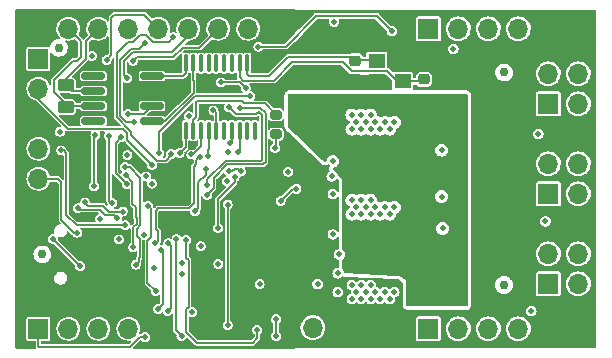
<source format=gbr>
%TF.GenerationSoftware,KiCad,Pcbnew,6.0.5+dfsg-1~bpo11+1*%
%TF.CreationDate,2022-07-20T16:46:58+00:00*%
%TF.ProjectId,xESC2,78455343-322e-46b6-9963-61645f706362,rev?*%
%TF.SameCoordinates,Original*%
%TF.FileFunction,Copper,L4,Bot*%
%TF.FilePolarity,Positive*%
%FSLAX46Y46*%
G04 Gerber Fmt 4.6, Leading zero omitted, Abs format (unit mm)*
G04 Created by KiCad (PCBNEW 6.0.5+dfsg-1~bpo11+1) date 2022-07-20 16:46:58*
%MOMM*%
%LPD*%
G01*
G04 APERTURE LIST*
G04 Aperture macros list*
%AMRoundRect*
0 Rectangle with rounded corners*
0 $1 Rounding radius*
0 $2 $3 $4 $5 $6 $7 $8 $9 X,Y pos of 4 corners*
0 Add a 4 corners polygon primitive as box body*
4,1,4,$2,$3,$4,$5,$6,$7,$8,$9,$2,$3,0*
0 Add four circle primitives for the rounded corners*
1,1,$1+$1,$2,$3*
1,1,$1+$1,$4,$5*
1,1,$1+$1,$6,$7*
1,1,$1+$1,$8,$9*
0 Add four rect primitives between the rounded corners*
20,1,$1+$1,$2,$3,$4,$5,0*
20,1,$1+$1,$4,$5,$6,$7,0*
20,1,$1+$1,$6,$7,$8,$9,0*
20,1,$1+$1,$8,$9,$2,$3,0*%
G04 Aperture macros list end*
%TA.AperFunction,ComponentPad*%
%ADD10R,1.700000X1.700000*%
%TD*%
%TA.AperFunction,ComponentPad*%
%ADD11O,1.700000X1.700000*%
%TD*%
%TA.AperFunction,ComponentPad*%
%ADD12O,1.700000X0.850000*%
%TD*%
%TA.AperFunction,SMDPad,CuDef*%
%ADD13C,0.750000*%
%TD*%
%TA.AperFunction,SMDPad,CuDef*%
%ADD14RoundRect,0.100000X-0.100000X0.637500X-0.100000X-0.637500X0.100000X-0.637500X0.100000X0.637500X0*%
%TD*%
%TA.AperFunction,SMDPad,CuDef*%
%ADD15RoundRect,0.250000X-0.450000X0.262500X-0.450000X-0.262500X0.450000X-0.262500X0.450000X0.262500X0*%
%TD*%
%TA.AperFunction,SMDPad,CuDef*%
%ADD16RoundRect,0.150000X0.825000X0.150000X-0.825000X0.150000X-0.825000X-0.150000X0.825000X-0.150000X0*%
%TD*%
%TA.AperFunction,SMDPad,CuDef*%
%ADD17RoundRect,0.225000X0.250000X-0.225000X0.250000X0.225000X-0.250000X0.225000X-0.250000X-0.225000X0*%
%TD*%
%TA.AperFunction,SMDPad,CuDef*%
%ADD18R,1.400000X1.200000*%
%TD*%
%TA.AperFunction,SMDPad,CuDef*%
%ADD19RoundRect,0.225000X-0.250000X0.225000X-0.250000X-0.225000X0.250000X-0.225000X0.250000X0.225000X0*%
%TD*%
%TA.AperFunction,SMDPad,CuDef*%
%ADD20RoundRect,0.200000X0.275000X-0.200000X0.275000X0.200000X-0.275000X0.200000X-0.275000X-0.200000X0*%
%TD*%
%TA.AperFunction,ViaPad*%
%ADD21C,0.480000*%
%TD*%
%TA.AperFunction,Conductor*%
%ADD22C,0.152500*%
%TD*%
G04 APERTURE END LIST*
D10*
%TO.P,J3,1,Pin_1*%
%TO.N,+3V3*%
X231060000Y-108240000D03*
D11*
%TO.P,J3,2,Pin_2*%
%TO.N,/MCU/SWDCLK*%
X231060000Y-110780000D03*
%TO.P,J3,3,Pin_3*%
%TO.N,GND*%
X231060000Y-113320000D03*
%TO.P,J3,4,Pin_4*%
%TO.N,/MCU/SWDIO*%
X231060000Y-115860000D03*
%TO.P,J3,5,Pin_5*%
%TO.N,/MCU/Reset*%
X231060000Y-118400000D03*
%TD*%
D12*
%TO.P,J2,S5,SHIELD*%
%TO.N,GND*%
X230600000Y-121975000D03*
%TO.P,J2,S6,SHIELD*%
X230600000Y-127625000D03*
%TD*%
D10*
%TO.P,J5,1,Pin_1*%
%TO.N,GND*%
X256850000Y-131000000D03*
D11*
%TO.P,J5,2,Pin_2*%
%TO.N,Net-(J5-Pad2)*%
X254310000Y-131000000D03*
%TD*%
D10*
%TO.P,J4,1,Pin_1*%
%TO.N,/MCU/SHUTDOWN*%
X231060000Y-131100000D03*
D11*
%TO.P,J4,2,Pin_2*%
%TO.N,/MCU/UART_TX*%
X233600000Y-131100000D03*
%TO.P,J4,3,Pin_3*%
%TO.N,unconnected-(J4-Pad3)*%
X236140000Y-131100000D03*
%TO.P,J4,4,Pin_4*%
%TO.N,/MCU/UART_RX*%
X238680000Y-131100000D03*
%TO.P,J4,5,Pin_5*%
%TO.N,GND*%
X241220000Y-131100000D03*
%TD*%
D10*
%TO.P,J7,1,Pin_1*%
%TO.N,/VM*%
X264080000Y-105700000D03*
D11*
%TO.P,J7,2,Pin_2*%
X266620000Y-105700000D03*
%TO.P,J7,3,Pin_3*%
%TO.N,+5V*%
X269160000Y-105700000D03*
%TO.P,J7,4,Pin_4*%
X271700000Y-105700000D03*
%TO.P,J7,5,Pin_5*%
%TO.N,GND*%
X274240000Y-105700000D03*
%TO.P,J7,6,Pin_6*%
X276780000Y-105700000D03*
%TD*%
D10*
%TO.P,J8,1,Pin_1*%
%TO.N,/VM*%
X264080000Y-131100000D03*
D11*
%TO.P,J8,2,Pin_2*%
X266620000Y-131100000D03*
%TO.P,J8,3,Pin_3*%
%TO.N,+5V*%
X269160000Y-131100000D03*
%TO.P,J8,4,Pin_4*%
X271700000Y-131100000D03*
%TO.P,J8,5,Pin_5*%
%TO.N,GND*%
X274240000Y-131100000D03*
%TO.P,J8,6,Pin_6*%
X276780000Y-131100000D03*
%TD*%
D10*
%TO.P,J10,1,Pin_1*%
%TO.N,/Power/DRV_W*%
X274240000Y-112050000D03*
D11*
%TO.P,J10,2,Pin_2*%
X276780000Y-112050000D03*
%TO.P,J10,3,Pin_3*%
X274240000Y-109510000D03*
%TO.P,J10,4,Pin_4*%
X276780000Y-109510000D03*
%TD*%
D10*
%TO.P,J9,1,Pin_1*%
%TO.N,/Power/DRV_V*%
X274240000Y-119670000D03*
D11*
%TO.P,J9,2,Pin_2*%
X276780000Y-119670000D03*
%TO.P,J9,3,Pin_3*%
X274240000Y-117130000D03*
%TO.P,J9,4,Pin_4*%
X276780000Y-117130000D03*
%TD*%
D10*
%TO.P,J6,1,Pin_1*%
%TO.N,/Power/DRV_U*%
X274240000Y-127290000D03*
D11*
%TO.P,J6,2,Pin_2*%
X276780000Y-127290000D03*
%TO.P,J6,3,Pin_3*%
X274240000Y-124750000D03*
%TO.P,J6,4,Pin_4*%
X276780000Y-124750000D03*
%TD*%
D13*
%TO.P,FID3,*%
%TO.N,*%
X270500000Y-127400000D03*
%TD*%
%TO.P,FID6,*%
%TO.N,*%
X231400000Y-124800000D03*
%TD*%
%TO.P,FID7,*%
%TO.N,*%
X270500000Y-109400000D03*
%TD*%
%TO.P,FID8,*%
%TO.N,*%
X232800000Y-107300000D03*
%TD*%
D14*
%TO.P,U7,1,TXCAN*%
%TO.N,Net-(U6-Pad1)*%
X243545000Y-108602024D03*
%TO.P,U7,2,RXCAN*%
%TO.N,Net-(U6-Pad4)*%
X244195000Y-108602024D03*
%TO.P,U7,3,CLKOUT/SOF*%
%TO.N,unconnected-(U7-Pad3)*%
X244845000Y-108602024D03*
%TO.P,U7,4,~{TX0RTS}*%
%TO.N,unconnected-(U7-Pad4)*%
X245495000Y-108602024D03*
%TO.P,U7,5,~{TX1RTS}*%
%TO.N,unconnected-(U7-Pad5)*%
X246145000Y-108602024D03*
%TO.P,U7,6,NC*%
%TO.N,unconnected-(U7-Pad6)*%
X246795000Y-108602024D03*
%TO.P,U7,7,~{TX2RTS}*%
%TO.N,unconnected-(U7-Pad7)*%
X247445000Y-108602024D03*
%TO.P,U7,8,OSC2*%
%TO.N,Net-(C28-Pad2)*%
X248095000Y-108602024D03*
%TO.P,U7,9,OSC1*%
%TO.N,Net-(C29-Pad2)*%
X248745000Y-108602024D03*
%TO.P,U7,10,VSS*%
%TO.N,GND*%
X249395000Y-108602024D03*
%TO.P,U7,11,~{RX1BF}*%
%TO.N,unconnected-(U7-Pad11)*%
X249395000Y-114327024D03*
%TO.P,U7,12,~{RX0BF}*%
%TO.N,unconnected-(U7-Pad12)*%
X248745000Y-114327024D03*
%TO.P,U7,13,~{INT}*%
%TO.N,/CAN/INT*%
X248095000Y-114327024D03*
%TO.P,U7,14,SCK*%
%TO.N,/CAN/SCK*%
X247445000Y-114327024D03*
%TO.P,U7,15,NC*%
%TO.N,unconnected-(U7-Pad15)*%
X246795000Y-114327024D03*
%TO.P,U7,16,SI*%
%TO.N,/CAN/MOSI*%
X246145000Y-114327024D03*
%TO.P,U7,17,SO*%
%TO.N,/CAN/MISO*%
X245495000Y-114327024D03*
%TO.P,U7,18,~{CS}*%
%TO.N,/CAN/~{CS}*%
X244845000Y-114327024D03*
%TO.P,U7,19,~{RESET}*%
%TO.N,Net-(R24-Pad2)*%
X244195000Y-114327024D03*
%TO.P,U7,20,VDD*%
%TO.N,+3V3*%
X243545000Y-114327024D03*
%TD*%
D15*
%TO.P,R23,1*%
%TO.N,/CAN_P*%
X233400000Y-110487500D03*
%TO.P,R23,2*%
%TO.N,/CAN_N*%
X233400000Y-112312500D03*
%TD*%
D16*
%TO.P,U6,1,D*%
%TO.N,Net-(U6-Pad1)*%
X240675000Y-109695000D03*
%TO.P,U6,2,GND*%
%TO.N,GND*%
X240675000Y-110965000D03*
%TO.P,U6,3,VCC*%
%TO.N,+3V3*%
X240675000Y-112235000D03*
%TO.P,U6,4,R*%
%TO.N,Net-(U6-Pad4)*%
X240675000Y-113505000D03*
%TO.P,U6,5,NC*%
%TO.N,unconnected-(U6-Pad5)*%
X235725000Y-113505000D03*
%TO.P,U6,6,CANL*%
%TO.N,/CAN_N*%
X235725000Y-112235000D03*
%TO.P,U6,7,CANH*%
%TO.N,/CAN_P*%
X235725000Y-110965000D03*
%TO.P,U6,8,NC*%
%TO.N,unconnected-(U6-Pad8)*%
X235725000Y-109695000D03*
%TD*%
D17*
%TO.P,C29,1*%
%TO.N,GND*%
X257900000Y-109975000D03*
%TO.P,C29,2*%
%TO.N,Net-(C29-Pad2)*%
X257900000Y-108425000D03*
%TD*%
D10*
%TO.P,J1,1,Pin_1*%
%TO.N,GND*%
X231050000Y-105700000D03*
D11*
%TO.P,J1,2,Pin_2*%
%TO.N,/CAN_N*%
X233590000Y-105700000D03*
%TO.P,J1,3,Pin_3*%
%TO.N,/CAN_P*%
X236130000Y-105700000D03*
%TO.P,J1,4,Pin_4*%
%TO.N,+5V*%
X238670000Y-105700000D03*
%TO.P,J1,5,Pin_5*%
%TO.N,/TEMP_MOTOR*%
X241210000Y-105700000D03*
%TO.P,J1,6,Pin_6*%
%TO.N,/HALL1*%
X243750000Y-105700000D03*
%TO.P,J1,7,Pin_7*%
%TO.N,/HALL2*%
X246290000Y-105700000D03*
%TO.P,J1,8,Pin_8*%
%TO.N,/HALL3*%
X248830000Y-105700000D03*
%TO.P,J1,9,Pin_9*%
%TO.N,GND*%
X251370000Y-105700000D03*
%TD*%
D18*
%TO.P,Y2,1,1*%
%TO.N,Net-(C29-Pad2)*%
X259700000Y-108450000D03*
%TO.P,Y2,2,2*%
%TO.N,GND*%
X261900000Y-108450000D03*
%TO.P,Y2,3,3*%
%TO.N,Net-(C28-Pad2)*%
X261900000Y-110150000D03*
%TO.P,Y2,4,4*%
%TO.N,GND*%
X259700000Y-110150000D03*
%TD*%
D19*
%TO.P,C28,1*%
%TO.N,GND*%
X263700000Y-108425000D03*
%TO.P,C28,2*%
%TO.N,Net-(C28-Pad2)*%
X263700000Y-109975000D03*
%TD*%
D20*
%TO.P,R24,1*%
%TO.N,+3V3*%
X251200000Y-114625000D03*
%TO.P,R24,2*%
%TO.N,Net-(R24-Pad2)*%
X251200000Y-112975000D03*
%TD*%
D21*
%TO.N,Net-(Q1-Pad4)*%
X265300000Y-122600000D03*
X256000000Y-123100000D03*
%TO.N,GND*%
X256000000Y-110000000D03*
X241800000Y-120000000D03*
X252500000Y-116600000D03*
X253600000Y-106800000D03*
X244300000Y-127100000D03*
X253200000Y-110600000D03*
X249100000Y-121800000D03*
X249741420Y-122400000D03*
X256000000Y-106800000D03*
X254800000Y-110600000D03*
X254800000Y-109400000D03*
X254800000Y-107400000D03*
X254400000Y-110000000D03*
X243700000Y-117700000D03*
X255600000Y-110600000D03*
X255200000Y-106800000D03*
X233700000Y-128600000D03*
X232500000Y-122100000D03*
X256400000Y-109400000D03*
X245354178Y-109826709D03*
X253997866Y-110595594D03*
X237900000Y-124800000D03*
X254400000Y-106800000D03*
X236910000Y-111650000D03*
X254800000Y-106200000D03*
X250700000Y-108200000D03*
X231300000Y-126700000D03*
X245330000Y-113140000D03*
X253200000Y-109400000D03*
X255600000Y-109400000D03*
X242000000Y-110900000D03*
X253162850Y-107402137D03*
X248100000Y-131800000D03*
X256400000Y-110600000D03*
X243600000Y-120000000D03*
X254000000Y-107400000D03*
X254000000Y-109400000D03*
X246780000Y-112930000D03*
X255200000Y-105600000D03*
X249100000Y-123100000D03*
X251400000Y-127500000D03*
X255600000Y-107400000D03*
X242500000Y-114100000D03*
X237860000Y-119700000D03*
X254000000Y-106200000D03*
X253600000Y-110000000D03*
X256400000Y-107400000D03*
X233700000Y-127300000D03*
X255196209Y-109996423D03*
X231300000Y-122900000D03*
X255597782Y-106197419D03*
X254400000Y-105600000D03*
X241800000Y-117700000D03*
X251050000Y-124800000D03*
X250300000Y-123100000D03*
X250400000Y-121700000D03*
X248500000Y-125000000D03*
%TO.N,Net-(Q2-Pad4)*%
X256400000Y-128000000D03*
X272800000Y-129600000D03*
%TO.N,Net-(Q3-Pad4)*%
X265200000Y-115978011D03*
X255900000Y-118200000D03*
%TO.N,Net-(Q4-Pad4)*%
X274000000Y-122000000D03*
X256400000Y-126400000D03*
%TO.N,Net-(Q5-Pad4)*%
X266200000Y-107400000D03*
X252220000Y-117800000D03*
%TO.N,Net-(Q6-Pad4)*%
X273400000Y-114600000D03*
X256500000Y-124800000D03*
%TO.N,/Power/HSV*%
X251575181Y-120281274D03*
X252890000Y-119260000D03*
%TO.N,/MCU/Xin*%
X248100000Y-112400000D03*
X245350000Y-119750000D03*
%TO.N,/MCU/1.1V*%
X240700000Y-118800000D03*
X248220000Y-117780000D03*
X236300000Y-121800000D03*
X247168500Y-117768500D03*
%TO.N,Net-(D2-Pad2)*%
X251200000Y-130285000D03*
X251200000Y-131700000D03*
%TO.N,+3V3*%
X243020000Y-116210000D03*
X244100000Y-129700000D03*
X251100000Y-115800000D03*
X249800000Y-127300000D03*
X237880000Y-123530000D03*
X238600000Y-116400000D03*
X238680000Y-112890000D03*
X243240000Y-126480000D03*
X235600000Y-108000000D03*
X247107806Y-116133371D03*
X243800000Y-113090000D03*
X261000000Y-105900000D03*
X240040000Y-123150000D03*
X244810000Y-124110000D03*
X232900000Y-114400000D03*
X240870000Y-125940000D03*
X240200000Y-118200000D03*
X247010000Y-118620000D03*
X249700000Y-107200000D03*
%TO.N,+5V*%
X246300000Y-125600000D03*
X243185000Y-125500000D03*
%TO.N,/MCU/Reset*%
X244750000Y-116520000D03*
X234370000Y-122960000D03*
X240941622Y-123859073D03*
%TO.N,/MCU/SWDCLK*%
X240680000Y-117220000D03*
%TO.N,/MCU/SWDIO*%
X244330000Y-121160000D03*
X245220000Y-117560000D03*
X233000000Y-116000000D03*
X238430000Y-122310000D03*
%TO.N,/TEMP_MOTOR*%
X236850000Y-108330000D03*
%TO.N,/HALL1*%
X238600000Y-109900000D03*
%TO.N,/HALL2*%
X239090000Y-108420000D03*
%TO.N,/HALL3*%
X246500000Y-110230000D03*
X248620000Y-110730000D03*
%TO.N,/USB_DM*%
X238400000Y-117400000D03*
X239310000Y-125660000D03*
%TO.N,/USB_DP*%
X239100000Y-124200000D03*
X238460000Y-118070000D03*
%TO.N,/LED_GREEN*%
X243570000Y-123580000D03*
X249600000Y-131200000D03*
%TO.N,/LED_RED*%
X243185000Y-131700000D03*
X242760000Y-123500000D03*
%TO.N,/VM*%
X260400000Y-120800000D03*
X259200000Y-120200000D03*
X258400000Y-113000000D03*
X261200000Y-113600000D03*
X258400000Y-120200000D03*
X258000000Y-113600000D03*
X258000000Y-120800000D03*
X257600000Y-121400000D03*
X260800000Y-121400000D03*
X258400000Y-127400000D03*
X257600000Y-127400000D03*
X259200000Y-127400000D03*
X259600000Y-113600000D03*
X257600000Y-120200000D03*
X260400000Y-113600000D03*
X260800000Y-128600000D03*
X258800000Y-120800000D03*
X258400000Y-121400000D03*
X261200000Y-120800000D03*
X259200000Y-113000000D03*
X259200000Y-114200000D03*
X259200000Y-121400000D03*
X258400000Y-114200000D03*
X260000000Y-128600000D03*
X257600000Y-114200000D03*
X260000000Y-121400000D03*
X258000000Y-128000000D03*
X256100000Y-105100000D03*
X259200000Y-128600000D03*
X257600000Y-128600000D03*
X260000000Y-114200000D03*
X260400000Y-128000000D03*
X258800000Y-128000000D03*
X261200000Y-128000000D03*
X260800000Y-114200000D03*
X258800000Y-113600000D03*
X258400000Y-128600000D03*
X259600000Y-120800000D03*
X257600000Y-113000000D03*
X259600000Y-128000000D03*
%TO.N,/V_M_FILTERED*%
X240115235Y-106889862D03*
X239190000Y-113560000D03*
%TO.N,/PCB_TEMP*%
X242300000Y-116300000D03*
X242500000Y-106400000D03*
%TO.N,Net-(D1-Pad2)*%
X232300000Y-123500000D03*
X234600000Y-125800000D03*
%TO.N,/MCU/Xout*%
X247200000Y-112300000D03*
X245340000Y-118950000D03*
%TO.N,/MCU/QSPI_SD1*%
X238210000Y-121170000D03*
X235000000Y-120400000D03*
%TO.N,/MCU/QSPI_SD0*%
X237330000Y-120430000D03*
X237040000Y-114740000D03*
%TO.N,/MCU/QSPI_SD3*%
X238102670Y-114880000D03*
X238540000Y-118870000D03*
%TO.N,/MCU/CURRENT_SENSE*%
X249000000Y-111400000D03*
X241300000Y-116240000D03*
%TO.N,/Power/DRV_U*%
X254700000Y-127300000D03*
%TO.N,/Power/DRV_V*%
X265200000Y-119900000D03*
X256000000Y-119700000D03*
%TO.N,/Power/DRV_W*%
X256000000Y-116900000D03*
%TO.N,/MCU/SHUTDOWN*%
X240100000Y-131800000D03*
X247089212Y-120576111D03*
X247100000Y-130800000D03*
%TO.N,/MCU/UART_TX*%
X241208461Y-129408461D03*
X241480000Y-124410000D03*
%TO.N,/MCU/UART_RX*%
X242000000Y-129600000D03*
X242060000Y-123860000D03*
%TO.N,/Power/MOSFET/MOSFET_GND*%
X265000000Y-128600000D03*
X256000000Y-112200000D03*
X262600000Y-128600000D03*
X254400000Y-112200000D03*
X265800000Y-114200000D03*
X263800000Y-113600000D03*
X264200000Y-128600000D03*
X254800000Y-111600000D03*
X252800000Y-112200000D03*
X254000000Y-111600000D03*
X264200000Y-114200000D03*
X254000000Y-112800000D03*
X254400000Y-113400000D03*
X254800000Y-112800000D03*
X265400000Y-120800000D03*
X264600000Y-120800000D03*
X253200000Y-111600000D03*
X265000000Y-114200000D03*
X256000000Y-113400000D03*
X255600000Y-112800000D03*
X265000000Y-121400000D03*
X262600000Y-121400000D03*
X253600000Y-112200000D03*
X265400000Y-128000000D03*
X263800000Y-128000000D03*
X263400000Y-114200000D03*
X264600000Y-113600000D03*
X263400000Y-128600000D03*
X253600000Y-113400000D03*
X263800000Y-120800000D03*
X263000000Y-113600000D03*
X262600000Y-114200000D03*
X255200000Y-113400000D03*
X266200000Y-113600000D03*
X266200000Y-120800000D03*
X253200000Y-112800000D03*
X255200000Y-112200000D03*
X264200000Y-121400000D03*
X263000000Y-128000000D03*
X266200000Y-128000000D03*
X265400000Y-113600000D03*
X256400000Y-112800000D03*
X265800000Y-121400000D03*
X263000000Y-120800000D03*
X252800000Y-113400000D03*
X256400000Y-111600000D03*
X263400000Y-121400000D03*
X255600000Y-111600000D03*
X264600000Y-128000000D03*
X265800000Y-128600000D03*
%TO.N,/CAN/SCK*%
X247294650Y-115394650D03*
%TO.N,/CAN/MOSI*%
X245880000Y-112600000D03*
%TO.N,/CAN/MISO*%
X245440000Y-116510000D03*
%TO.N,/CAN/~{CS}*%
X244030000Y-116340000D03*
%TO.N,/CAN/INT*%
X247690000Y-118230000D03*
X247960000Y-116150000D03*
X246275000Y-122550000D03*
%TO.N,Net-(R13-Pad2)*%
X240350000Y-120670000D03*
X234400000Y-120900000D03*
X237740000Y-121710000D03*
X241000000Y-127900000D03*
%TO.N,Net-(U1-Pad52)*%
X235900000Y-114700000D03*
X235780000Y-119030000D03*
%TD*%
D22*
%TO.N,GND*%
X241935000Y-110965000D02*
X242000000Y-110900000D01*
X240675000Y-110965000D02*
X241935000Y-110965000D01*
%TO.N,/Power/HSV*%
X252890000Y-119260000D02*
X252596455Y-119260000D01*
X252596455Y-119260000D02*
X251575181Y-120281274D01*
%TO.N,/MCU/Xin*%
X248100000Y-112400000D02*
X249850000Y-112400000D01*
X250098518Y-117160000D02*
X247050000Y-117160000D01*
X247050000Y-117160000D02*
X245900000Y-118310000D01*
X245900000Y-119200000D02*
X245350000Y-119750000D01*
X245900000Y-118310000D02*
X245900000Y-119200000D01*
X249850000Y-112400000D02*
X250300000Y-112850000D01*
X250300000Y-116958518D02*
X250098518Y-117160000D01*
X250300000Y-112850000D02*
X250300000Y-116958518D01*
%TO.N,/MCU/1.1V*%
X247990000Y-117550000D02*
X247720000Y-117550000D01*
X247720000Y-117550000D02*
X247501500Y-117768500D01*
X248220000Y-117780000D02*
X247990000Y-117550000D01*
X247501500Y-117768500D02*
X247168500Y-117768500D01*
%TO.N,Net-(D2-Pad2)*%
X251200000Y-131700000D02*
X251200000Y-130285000D01*
%TO.N,+3V3*%
X251200000Y-115700000D02*
X251100000Y-115800000D01*
X243545000Y-115685000D02*
X243545000Y-114327024D01*
X252000000Y-107200000D02*
X254600000Y-104600000D01*
X243020000Y-116210000D02*
X243545000Y-115685000D01*
X249700000Y-107200000D02*
X252000000Y-107200000D01*
X238680000Y-112890000D02*
X240020000Y-112890000D01*
X254600000Y-104600000D02*
X259700000Y-104600000D01*
X259700000Y-104600000D02*
X261000000Y-105900000D01*
X251200000Y-114625000D02*
X251200000Y-115700000D01*
X240020000Y-112890000D02*
X240675000Y-112235000D01*
%TO.N,/MCU/Reset*%
X241220000Y-122830000D02*
X241220000Y-123700000D01*
X241000000Y-121120000D02*
X241000000Y-122610000D01*
X241000000Y-122610000D02*
X241220000Y-122830000D01*
X241210000Y-120910000D02*
X241000000Y-121120000D01*
X234104057Y-122960000D02*
X233000000Y-121855943D01*
X244200000Y-120490000D02*
X243780000Y-120910000D01*
X232700000Y-118400000D02*
X231060000Y-118400000D01*
X243780000Y-120910000D02*
X241210000Y-120910000D01*
X233000000Y-118700000D02*
X232700000Y-118400000D01*
X244750000Y-116520000D02*
X244440000Y-116830000D01*
X233000000Y-121855943D02*
X233000000Y-118700000D01*
X244440000Y-116830000D02*
X244440000Y-117140000D01*
X241060927Y-123859073D02*
X240941622Y-123859073D01*
X234370000Y-122960000D02*
X234104057Y-122960000D01*
X241220000Y-123700000D02*
X241060927Y-123859073D01*
X244200000Y-117380000D02*
X244200000Y-120490000D01*
X244440000Y-117140000D02*
X244200000Y-117380000D01*
%TO.N,/MCU/SWDCLK*%
X238600000Y-115140000D02*
X238600000Y-114510000D01*
X238243511Y-114153511D02*
X233553511Y-114153511D01*
X231060000Y-111660000D02*
X231060000Y-110780000D01*
X240680000Y-117220000D02*
X238600000Y-115140000D01*
X233553511Y-114153511D02*
X231060000Y-111660000D01*
X238600000Y-114510000D02*
X238243511Y-114153511D01*
%TO.N,/MCU/SWDIO*%
X238170000Y-122300000D02*
X234301502Y-122300000D01*
X234301502Y-122300000D02*
X233430000Y-121428498D01*
X233430000Y-121428498D02*
X233430000Y-116230000D01*
X245220000Y-118080000D02*
X244600000Y-118700000D01*
X244600000Y-120890000D02*
X244330000Y-121160000D01*
X233430000Y-116230000D02*
X233200000Y-116000000D01*
X244600000Y-118700000D02*
X244600000Y-120890000D01*
X245220000Y-117560000D02*
X245220000Y-118080000D01*
X238180000Y-122310000D02*
X238170000Y-122300000D01*
X238430000Y-122310000D02*
X238180000Y-122310000D01*
X233200000Y-116000000D02*
X233000000Y-116000000D01*
%TO.N,/TEMP_MOTOR*%
X236850000Y-108330000D02*
X237246489Y-107933511D01*
X240020000Y-104500000D02*
X241220000Y-105700000D01*
X237246489Y-104753511D02*
X237500000Y-104500000D01*
X237500000Y-104500000D02*
X240020000Y-104500000D01*
X237246489Y-107933511D02*
X237246489Y-104753511D01*
%TO.N,/HALL1*%
X239060000Y-107700000D02*
X238310000Y-108450000D01*
X243760000Y-105700000D02*
X243760000Y-106340000D01*
X242400000Y-107700000D02*
X239060000Y-107700000D01*
X238310000Y-108450000D02*
X238310000Y-109610000D01*
X243760000Y-106340000D02*
X242400000Y-107700000D01*
X238310000Y-109610000D02*
X238600000Y-109900000D01*
%TO.N,/HALL2*%
X242500000Y-108100000D02*
X243300000Y-107300000D01*
X244700000Y-107300000D02*
X246300000Y-105700000D01*
X239090000Y-108420000D02*
X239410000Y-108100000D01*
X239410000Y-108100000D02*
X242500000Y-108100000D01*
X243300000Y-107300000D02*
X244700000Y-107300000D01*
%TO.N,/HALL3*%
X248120000Y-110230000D02*
X248620000Y-110730000D01*
X246500000Y-110230000D02*
X248120000Y-110230000D01*
%TO.N,/USB_DM*%
X238790000Y-117400000D02*
X238400000Y-117400000D01*
X239710000Y-122336018D02*
X239710000Y-118320000D01*
X239404520Y-122641498D02*
X239710000Y-122336018D01*
X239553520Y-125416480D02*
X239553520Y-125140027D01*
X239404520Y-123225480D02*
X239404520Y-122641498D01*
X239650000Y-125043547D02*
X239650000Y-123470960D01*
X239553520Y-125140027D02*
X239650000Y-125043547D01*
X239710000Y-118320000D02*
X238790000Y-117400000D01*
X239310000Y-125660000D02*
X239553520Y-125416480D01*
X239650000Y-123470960D02*
X239404520Y-123225480D01*
%TO.N,/USB_DP*%
X238460000Y-118070000D02*
X239020000Y-118630000D01*
X239380000Y-121740000D02*
X239380000Y-122235362D01*
X239307000Y-121667000D02*
X239380000Y-121740000D01*
X239100000Y-122515362D02*
X239100000Y-124200000D01*
X239380000Y-122235362D02*
X239100000Y-122515362D01*
X239020000Y-118630000D02*
X239020000Y-120520000D01*
X239307000Y-120807000D02*
X239307000Y-121667000D01*
X239020000Y-120520000D02*
X239307000Y-120807000D01*
%TO.N,/LED_GREEN*%
X243570000Y-125090000D02*
X243780000Y-125300000D01*
X243780000Y-129240000D02*
X243590000Y-129430000D01*
X243780000Y-125300000D02*
X243780000Y-129240000D01*
X244480000Y-132300000D02*
X249200000Y-132300000D01*
X243590000Y-131410000D02*
X244480000Y-132300000D01*
X243570000Y-123580000D02*
X243570000Y-125090000D01*
X243590000Y-129430000D02*
X243590000Y-131410000D01*
X249600000Y-131900000D02*
X249200000Y-132300000D01*
X249600000Y-131200000D02*
X249600000Y-131900000D01*
%TO.N,/LED_RED*%
X242684999Y-123575001D02*
X242684999Y-131199999D01*
X242760000Y-123500000D02*
X242684999Y-123575001D01*
X242684999Y-131199999D02*
X243185000Y-131700000D01*
%TO.N,/V_M_FILTERED*%
X238939344Y-107390000D02*
X238004520Y-108324824D01*
X240115235Y-106889862D02*
X239615097Y-107390000D01*
X238004520Y-113053208D02*
X238004520Y-109965480D01*
X238511312Y-113560000D02*
X238004520Y-113053208D01*
X239615097Y-107390000D02*
X238939344Y-107390000D01*
X238004520Y-108324824D02*
X238004520Y-109965480D01*
X239190000Y-113560000D02*
X238511312Y-113560000D01*
%TO.N,/PCB_TEMP*%
X240185108Y-106200000D02*
X240785108Y-106800000D01*
X240785108Y-106800000D02*
X242100000Y-106800000D01*
X237700000Y-113200000D02*
X237700000Y-107720000D01*
X238950328Y-114429672D02*
X237720656Y-113200000D01*
X242300000Y-116300000D02*
X242300000Y-116400000D01*
X239116631Y-106778261D02*
X239694892Y-106200000D01*
X237700000Y-107720000D02*
X238641739Y-106778261D01*
X242300000Y-116400000D02*
X241830000Y-116870000D01*
X238950328Y-114700328D02*
X238950328Y-114429672D01*
X242100000Y-106800000D02*
X242500000Y-106400000D01*
X239694892Y-106200000D02*
X240185108Y-106200000D01*
X238641739Y-106778261D02*
X239116631Y-106778261D01*
X237720656Y-113200000D02*
X237700000Y-113200000D01*
X241120000Y-116870000D02*
X238950328Y-114700328D01*
X241830000Y-116870000D02*
X241120000Y-116870000D01*
%TO.N,Net-(D1-Pad2)*%
X233300000Y-124500000D02*
X234600000Y-125800000D01*
X232300000Y-123500000D02*
X233300000Y-124500000D01*
%TO.N,/MCU/Xout*%
X245340000Y-118950000D02*
X245340000Y-118439344D01*
X249995480Y-116790000D02*
X249995480Y-112976136D01*
X249995480Y-112976136D02*
X249723864Y-112704520D01*
X246923864Y-116855480D02*
X249930000Y-116855480D01*
X249723864Y-112704520D02*
X249528384Y-112900000D01*
X245340000Y-118439344D02*
X246923864Y-116855480D01*
X249528384Y-112900000D02*
X247800000Y-112900000D01*
X249930000Y-116855480D02*
X249995480Y-116790000D01*
X247800000Y-112900000D02*
X247200000Y-112300000D01*
%TO.N,/MCU/QSPI_SD1*%
X237030000Y-121170000D02*
X236530000Y-120670000D01*
X238210000Y-121170000D02*
X237030000Y-121170000D01*
X235270000Y-120670000D02*
X235000000Y-120400000D01*
X236530000Y-120670000D02*
X235270000Y-120670000D01*
%TO.N,/MCU/QSPI_SD0*%
X237330000Y-120430000D02*
X237220000Y-120430000D01*
X237220000Y-120430000D02*
X237040000Y-120250000D01*
X237040000Y-120250000D02*
X237040000Y-114740000D01*
%TO.N,/MCU/QSPI_SD3*%
X237600000Y-117930000D02*
X237600000Y-115382670D01*
X238540000Y-118870000D02*
X237600000Y-117930000D01*
X237600000Y-115382670D02*
X238102670Y-114880000D01*
%TO.N,/MCU/CURRENT_SENSE*%
X241300000Y-114450656D02*
X241300000Y-116240000D01*
X244350656Y-111400000D02*
X241300000Y-114450656D01*
X249000000Y-111400000D02*
X244350656Y-111400000D01*
%TO.N,/MCU/SHUTDOWN*%
X247089212Y-120576111D02*
X247089212Y-130789212D01*
X238850000Y-132600000D02*
X239650000Y-131800000D01*
X231060000Y-131100000D02*
X231060000Y-132560000D01*
X231060000Y-132560000D02*
X231100000Y-132600000D01*
X247089212Y-130789212D02*
X247100000Y-130800000D01*
X239650000Y-131800000D02*
X240100000Y-131800000D01*
X231100000Y-132600000D02*
X238850000Y-132600000D01*
%TO.N,/MCU/UART_TX*%
X241480000Y-124410000D02*
X241600000Y-124530000D01*
X241208461Y-129408461D02*
X241600000Y-129016922D01*
X241600000Y-124530000D02*
X241600000Y-129016922D01*
%TO.N,/MCU/UART_RX*%
X242260011Y-124060011D02*
X242260011Y-129339989D01*
X242060000Y-123860000D02*
X242260011Y-124060011D01*
X242260011Y-129339989D02*
X242000000Y-129600000D01*
%TO.N,/CAN/SCK*%
X247445000Y-115244300D02*
X247294650Y-115394650D01*
X247445000Y-114327024D02*
X247445000Y-115244300D01*
%TO.N,/CAN/MOSI*%
X245900000Y-112600000D02*
X245880000Y-112600000D01*
X246145000Y-112845000D02*
X246000000Y-112700000D01*
X246000000Y-112700000D02*
X245900000Y-112600000D01*
X246145000Y-114327024D02*
X246145000Y-112845000D01*
%TO.N,/CAN/MISO*%
X245440000Y-115974348D02*
X245495000Y-115919348D01*
X245495000Y-114327024D02*
X245495000Y-115919348D01*
X245440000Y-116510000D02*
X245440000Y-115974348D01*
%TO.N,/CAN/~{CS}*%
X244160000Y-116340000D02*
X244845000Y-115655000D01*
X244845000Y-115655000D02*
X244845000Y-114327024D01*
X244030000Y-116340000D02*
X244160000Y-116340000D01*
%TO.N,/CAN/INT*%
X246250000Y-120125000D02*
X246250000Y-122525000D01*
X248095000Y-116015000D02*
X248095000Y-114327024D01*
X247960000Y-116150000D02*
X248095000Y-116015000D01*
X247690000Y-118230000D02*
X247690000Y-118685000D01*
X246250000Y-122525000D02*
X246275000Y-122550000D01*
X247690000Y-118685000D02*
X246250000Y-120125000D01*
%TO.N,/CAN_P*%
X235085001Y-108256699D02*
X233400000Y-109941700D01*
X233400000Y-109941700D02*
X233400000Y-110487500D01*
X236130000Y-105700000D02*
X235085001Y-106744999D01*
X235085001Y-106744999D02*
X235085001Y-108256699D01*
X235725000Y-110965000D02*
X233877500Y-110965000D01*
X233877500Y-110965000D02*
X233400000Y-110487500D01*
%TO.N,/CAN_N*%
X232360000Y-110050000D02*
X232360000Y-111030000D01*
X235725000Y-112235000D02*
X233477500Y-112235000D01*
X233590000Y-105700000D02*
X234634999Y-106744999D01*
X234295300Y-108410000D02*
X234000000Y-108410000D01*
X234000000Y-108410000D02*
X232360000Y-110050000D01*
X232360000Y-111030000D02*
X233400000Y-112070000D01*
X233400000Y-112070000D02*
X233400000Y-112312500D01*
X233477500Y-112235000D02*
X233400000Y-112312500D01*
X234634999Y-108070301D02*
X234295300Y-108410000D01*
X234634999Y-106744999D02*
X234634999Y-108070301D01*
%TO.N,Net-(C28-Pad2)*%
X260603252Y-109296730D02*
X261456522Y-110150000D01*
X251010000Y-110090000D02*
X252580000Y-108520000D01*
X257596730Y-109296730D02*
X260603252Y-109296730D01*
X263525000Y-110150000D02*
X263700000Y-109975000D01*
X256820000Y-108520000D02*
X257596730Y-109296730D01*
X248095000Y-109774344D02*
X248410656Y-110090000D01*
X261456522Y-110150000D02*
X261900000Y-110150000D01*
X248410656Y-110090000D02*
X251010000Y-110090000D01*
X248095000Y-108602024D02*
X248095000Y-109774344D01*
X252580000Y-108520000D02*
X256820000Y-108520000D01*
X261900000Y-110150000D02*
X263525000Y-110150000D01*
%TO.N,Net-(C29-Pad2)*%
X257575000Y-108100000D02*
X257900000Y-108425000D01*
X259700000Y-108350000D02*
X257975000Y-108350000D01*
X250600000Y-109690000D02*
X252190000Y-108100000D01*
X252190000Y-108100000D02*
X257575000Y-108100000D01*
X248890000Y-109690000D02*
X250600000Y-109690000D01*
X248745000Y-109545000D02*
X248890000Y-109690000D01*
X257975000Y-108350000D02*
X257900000Y-108425000D01*
X248745000Y-108602024D02*
X248745000Y-109545000D01*
%TO.N,Net-(R13-Pad2)*%
X240570000Y-120890000D02*
X240570000Y-121254348D01*
X240570000Y-121254348D02*
X240620000Y-121304348D01*
X240300000Y-127200000D02*
X241000000Y-127900000D01*
X236270000Y-121010000D02*
X234510000Y-121010000D01*
X240620000Y-123370000D02*
X240300000Y-123690000D01*
X240300000Y-123690000D02*
X240300000Y-127200000D01*
X237740000Y-121710000D02*
X237510000Y-121480000D01*
X237510000Y-121480000D02*
X236740000Y-121480000D01*
X236740000Y-121480000D02*
X236270000Y-121010000D01*
X234510000Y-121010000D02*
X234400000Y-120900000D01*
X240620000Y-121304348D02*
X240620000Y-123370000D01*
X240350000Y-120670000D02*
X240570000Y-120890000D01*
%TO.N,Net-(R24-Pad2)*%
X250225000Y-112000000D02*
X251200000Y-112975000D01*
X248500000Y-112000000D02*
X250225000Y-112000000D01*
X244420000Y-113170000D02*
X244420000Y-111910656D01*
X244195000Y-113395000D02*
X244420000Y-113170000D01*
X244195000Y-114327024D02*
X244195000Y-113395000D01*
X244530656Y-111800000D02*
X248300000Y-111800000D01*
X248300000Y-111800000D02*
X248500000Y-112000000D01*
X244420000Y-111910656D02*
X244530656Y-111800000D01*
%TO.N,Net-(U1-Pad52)*%
X235780000Y-119030000D02*
X235780000Y-114820000D01*
X235762507Y-114837493D02*
X235900000Y-114700000D01*
X235780000Y-114820000D02*
X235900000Y-114700000D01*
%TO.N,Net-(U6-Pad1)*%
X243295000Y-109695000D02*
X240675000Y-109695000D01*
X243295000Y-109695000D02*
X243545000Y-109445000D01*
X243545000Y-109445000D02*
X243545000Y-108602024D01*
%TO.N,Net-(U6-Pad4)*%
X241815000Y-113505000D02*
X240675000Y-113505000D01*
X244195000Y-108602024D02*
X244195000Y-110005000D01*
X244195000Y-110005000D02*
X244200000Y-110010000D01*
X244200000Y-111120000D02*
X241815000Y-113505000D01*
X244200000Y-110010000D02*
X244200000Y-111120000D01*
%TD*%
%TA.AperFunction,Conductor*%
%TO.N,GND*%
G36*
X252800000Y-106075792D02*
G01*
X251923348Y-106952444D01*
X251879154Y-106970750D01*
X250090581Y-106970750D01*
X250046387Y-106952444D01*
X250044940Y-106950750D01*
X250044433Y-106949755D01*
X249950245Y-106855567D01*
X249864465Y-106811860D01*
X249835947Y-106797329D01*
X249835946Y-106797329D01*
X249831562Y-106795095D01*
X249826706Y-106794326D01*
X249826703Y-106794325D01*
X249704855Y-106775027D01*
X249700000Y-106774258D01*
X249695145Y-106775027D01*
X249573297Y-106794325D01*
X249573294Y-106794326D01*
X249568438Y-106795095D01*
X249564054Y-106797329D01*
X249564053Y-106797329D01*
X249535535Y-106811860D01*
X249449755Y-106855567D01*
X249355567Y-106949755D01*
X249344248Y-106971970D01*
X249312617Y-107034050D01*
X249295095Y-107068438D01*
X249274258Y-107200000D01*
X249275027Y-107204855D01*
X249293744Y-107323029D01*
X249295095Y-107331562D01*
X249297329Y-107335946D01*
X249297329Y-107335947D01*
X249315660Y-107371923D01*
X249355567Y-107450245D01*
X249449755Y-107544433D01*
X249467833Y-107553644D01*
X249564053Y-107602671D01*
X249564054Y-107602671D01*
X249568438Y-107604905D01*
X249573294Y-107605674D01*
X249573297Y-107605675D01*
X249695145Y-107624973D01*
X249700000Y-107625742D01*
X249704855Y-107624973D01*
X249826703Y-107605675D01*
X249826706Y-107605674D01*
X249831562Y-107604905D01*
X249835946Y-107602671D01*
X249835947Y-107602671D01*
X249932167Y-107553644D01*
X249950245Y-107544433D01*
X250044433Y-107450245D01*
X250045711Y-107451523D01*
X250080809Y-107430019D01*
X250090581Y-107429250D01*
X251992364Y-107429250D01*
X251995635Y-107429336D01*
X252036664Y-107431486D01*
X252042798Y-107429131D01*
X252042800Y-107429131D01*
X252060724Y-107422251D01*
X252070126Y-107419466D01*
X252088902Y-107415475D01*
X252088903Y-107415475D01*
X252095328Y-107414109D01*
X252103676Y-107408044D01*
X252118014Y-107400259D01*
X252127648Y-107396561D01*
X252145867Y-107378342D01*
X252153324Y-107371972D01*
X252168859Y-107360685D01*
X252174172Y-107356825D01*
X252179334Y-107347885D01*
X252189262Y-107334947D01*
X252800000Y-106724209D01*
X252800000Y-107870750D01*
X252197647Y-107870750D01*
X252194376Y-107870664D01*
X252153336Y-107868513D01*
X252147204Y-107870867D01*
X252147203Y-107870867D01*
X252140873Y-107873297D01*
X252129273Y-107877750D01*
X252119873Y-107880534D01*
X252101096Y-107884525D01*
X252101094Y-107884526D01*
X252094672Y-107885891D01*
X252089361Y-107889750D01*
X252089358Y-107889751D01*
X252086324Y-107891956D01*
X252071986Y-107899741D01*
X252068487Y-107901084D01*
X252068486Y-107901085D01*
X252062353Y-107903439D01*
X252044133Y-107921659D01*
X252036684Y-107928022D01*
X252015828Y-107943175D01*
X252012543Y-107948865D01*
X252012542Y-107948866D01*
X252010666Y-107952114D01*
X252000734Y-107965058D01*
X250523348Y-109442444D01*
X250479154Y-109460750D01*
X249118392Y-109460750D01*
X249074198Y-109442444D01*
X249055892Y-109398250D01*
X249066425Y-109363527D01*
X249070719Y-109357100D01*
X249083321Y-109338240D01*
X249098000Y-109264444D01*
X249098000Y-107939604D01*
X249095941Y-107929250D01*
X249088522Y-107891956D01*
X249083321Y-107865808D01*
X249056990Y-107826400D01*
X249030822Y-107787238D01*
X249027403Y-107782121D01*
X248973759Y-107746277D01*
X248948835Y-107729623D01*
X248948833Y-107729622D01*
X248943716Y-107726203D01*
X248910404Y-107719577D01*
X248872933Y-107712123D01*
X248872930Y-107712123D01*
X248869920Y-107711524D01*
X248620080Y-107711524D01*
X248617070Y-107712123D01*
X248617067Y-107712123D01*
X248579596Y-107719577D01*
X248546284Y-107726203D01*
X248541167Y-107729622D01*
X248541165Y-107729623D01*
X248516241Y-107746277D01*
X248462597Y-107782121D01*
X248461893Y-107783175D01*
X248420000Y-107800528D01*
X248378107Y-107783175D01*
X248377403Y-107782121D01*
X248323759Y-107746277D01*
X248298835Y-107729623D01*
X248298833Y-107729622D01*
X248293716Y-107726203D01*
X248260404Y-107719577D01*
X248222933Y-107712123D01*
X248222930Y-107712123D01*
X248219920Y-107711524D01*
X247970080Y-107711524D01*
X247967070Y-107712123D01*
X247967067Y-107712123D01*
X247929596Y-107719577D01*
X247896284Y-107726203D01*
X247891167Y-107729622D01*
X247891165Y-107729623D01*
X247866241Y-107746277D01*
X247812597Y-107782121D01*
X247811893Y-107783175D01*
X247770000Y-107800528D01*
X247728107Y-107783175D01*
X247727403Y-107782121D01*
X247673759Y-107746277D01*
X247648835Y-107729623D01*
X247648833Y-107729622D01*
X247643716Y-107726203D01*
X247610404Y-107719577D01*
X247572933Y-107712123D01*
X247572930Y-107712123D01*
X247569920Y-107711524D01*
X247320080Y-107711524D01*
X247317070Y-107712123D01*
X247317067Y-107712123D01*
X247279596Y-107719577D01*
X247246284Y-107726203D01*
X247241167Y-107729622D01*
X247241165Y-107729623D01*
X247216241Y-107746277D01*
X247162597Y-107782121D01*
X247161893Y-107783175D01*
X247120000Y-107800528D01*
X247078107Y-107783175D01*
X247077403Y-107782121D01*
X247023759Y-107746277D01*
X246998835Y-107729623D01*
X246998833Y-107729622D01*
X246993716Y-107726203D01*
X246960404Y-107719577D01*
X246922933Y-107712123D01*
X246922930Y-107712123D01*
X246919920Y-107711524D01*
X246670080Y-107711524D01*
X246667070Y-107712123D01*
X246667067Y-107712123D01*
X246629596Y-107719577D01*
X246596284Y-107726203D01*
X246591167Y-107729622D01*
X246591165Y-107729623D01*
X246566241Y-107746277D01*
X246512597Y-107782121D01*
X246511893Y-107783175D01*
X246470000Y-107800528D01*
X246428107Y-107783175D01*
X246427403Y-107782121D01*
X246373759Y-107746277D01*
X246348835Y-107729623D01*
X246348833Y-107729622D01*
X246343716Y-107726203D01*
X246310404Y-107719577D01*
X246272933Y-107712123D01*
X246272930Y-107712123D01*
X246269920Y-107711524D01*
X246020080Y-107711524D01*
X246017070Y-107712123D01*
X246017067Y-107712123D01*
X245979596Y-107719577D01*
X245946284Y-107726203D01*
X245941167Y-107729622D01*
X245941165Y-107729623D01*
X245916241Y-107746277D01*
X245862597Y-107782121D01*
X245861893Y-107783175D01*
X245820000Y-107800528D01*
X245778107Y-107783175D01*
X245777403Y-107782121D01*
X245723759Y-107746277D01*
X245698835Y-107729623D01*
X245698833Y-107729622D01*
X245693716Y-107726203D01*
X245660404Y-107719577D01*
X245622933Y-107712123D01*
X245622930Y-107712123D01*
X245619920Y-107711524D01*
X245370080Y-107711524D01*
X245367070Y-107712123D01*
X245367067Y-107712123D01*
X245329596Y-107719577D01*
X245296284Y-107726203D01*
X245291167Y-107729622D01*
X245291165Y-107729623D01*
X245266241Y-107746277D01*
X245212597Y-107782121D01*
X245211893Y-107783175D01*
X245170000Y-107800528D01*
X245128107Y-107783175D01*
X245127403Y-107782121D01*
X245073759Y-107746277D01*
X245048835Y-107729623D01*
X245048833Y-107729622D01*
X245043716Y-107726203D01*
X245010404Y-107719577D01*
X244972933Y-107712123D01*
X244972930Y-107712123D01*
X244969920Y-107711524D01*
X244720080Y-107711524D01*
X244717070Y-107712123D01*
X244717067Y-107712123D01*
X244679596Y-107719577D01*
X244646284Y-107726203D01*
X244641167Y-107729622D01*
X244641165Y-107729623D01*
X244616241Y-107746277D01*
X244562597Y-107782121D01*
X244561893Y-107783175D01*
X244520000Y-107800528D01*
X244478107Y-107783175D01*
X244477403Y-107782121D01*
X244423759Y-107746277D01*
X244398835Y-107729623D01*
X244398833Y-107729622D01*
X244393716Y-107726203D01*
X244360404Y-107719577D01*
X244322933Y-107712123D01*
X244322930Y-107712123D01*
X244319920Y-107711524D01*
X244070080Y-107711524D01*
X244067070Y-107712123D01*
X244067067Y-107712123D01*
X244029596Y-107719577D01*
X243996284Y-107726203D01*
X243991167Y-107729622D01*
X243991165Y-107729623D01*
X243966241Y-107746277D01*
X243912597Y-107782121D01*
X243911893Y-107783175D01*
X243870000Y-107800528D01*
X243828107Y-107783175D01*
X243827403Y-107782121D01*
X243773759Y-107746277D01*
X243748835Y-107729623D01*
X243748833Y-107729622D01*
X243743716Y-107726203D01*
X243710404Y-107719577D01*
X243672933Y-107712123D01*
X243672930Y-107712123D01*
X243669920Y-107711524D01*
X243420080Y-107711524D01*
X243417069Y-107712123D01*
X243417068Y-107712123D01*
X243410176Y-107713494D01*
X243363262Y-107722826D01*
X243316346Y-107713494D01*
X243289770Y-107673720D01*
X243299102Y-107626804D01*
X243306875Y-107617333D01*
X243376652Y-107547556D01*
X243420846Y-107529250D01*
X244692364Y-107529250D01*
X244695635Y-107529336D01*
X244736664Y-107531486D01*
X244742798Y-107529131D01*
X244742800Y-107529131D01*
X244760724Y-107522251D01*
X244770126Y-107519466D01*
X244788902Y-107515475D01*
X244788903Y-107515475D01*
X244795328Y-107514109D01*
X244803676Y-107508044D01*
X244818014Y-107500259D01*
X244827648Y-107496561D01*
X244845867Y-107478342D01*
X244853324Y-107471972D01*
X244868859Y-107460685D01*
X244874172Y-107456825D01*
X244879334Y-107447885D01*
X244889262Y-107434947D01*
X245733858Y-106590351D01*
X245778052Y-106572045D01*
X245808543Y-106579987D01*
X245860873Y-106609233D01*
X245886507Y-106623559D01*
X245889411Y-106624503D01*
X245889412Y-106624503D01*
X246070665Y-106683396D01*
X246070670Y-106683397D01*
X246073578Y-106684342D01*
X246268893Y-106707632D01*
X246271935Y-106707398D01*
X246271938Y-106707398D01*
X246461963Y-106692776D01*
X246461967Y-106692775D01*
X246465012Y-106692541D01*
X246481469Y-106687946D01*
X246651525Y-106640466D01*
X246651529Y-106640465D01*
X246654464Y-106639645D01*
X246780824Y-106575816D01*
X246827315Y-106552332D01*
X246830035Y-106550958D01*
X246832433Y-106549085D01*
X246832437Y-106549082D01*
X246941183Y-106464120D01*
X246985035Y-106429859D01*
X247008999Y-106402097D01*
X247111568Y-106283270D01*
X247111572Y-106283265D01*
X247113562Y-106280959D01*
X247115070Y-106278305D01*
X247209209Y-106112592D01*
X247209212Y-106112585D01*
X247210720Y-106109931D01*
X247272807Y-105923288D01*
X247275697Y-105900417D01*
X247297240Y-105729883D01*
X247297240Y-105729882D01*
X247297460Y-105728141D01*
X247297853Y-105700000D01*
X247296474Y-105685928D01*
X247822245Y-105685928D01*
X247838705Y-105881937D01*
X247892922Y-106071015D01*
X247894317Y-106073729D01*
X247968663Y-106218391D01*
X247982832Y-106245962D01*
X248105011Y-106400114D01*
X248107339Y-106402095D01*
X248107341Y-106402097D01*
X248212684Y-106491750D01*
X248254805Y-106527598D01*
X248426507Y-106623559D01*
X248429411Y-106624503D01*
X248429412Y-106624503D01*
X248610665Y-106683396D01*
X248610670Y-106683397D01*
X248613578Y-106684342D01*
X248808893Y-106707632D01*
X248811935Y-106707398D01*
X248811938Y-106707398D01*
X249001963Y-106692776D01*
X249001967Y-106692775D01*
X249005012Y-106692541D01*
X249021469Y-106687946D01*
X249191525Y-106640466D01*
X249191529Y-106640465D01*
X249194464Y-106639645D01*
X249320824Y-106575816D01*
X249367315Y-106552332D01*
X249370035Y-106550958D01*
X249372433Y-106549085D01*
X249372437Y-106549082D01*
X249481183Y-106464120D01*
X249525035Y-106429859D01*
X249548999Y-106402097D01*
X249651568Y-106283270D01*
X249651572Y-106283265D01*
X249653562Y-106280959D01*
X249655070Y-106278305D01*
X249749209Y-106112592D01*
X249749212Y-106112585D01*
X249750720Y-106109931D01*
X249812807Y-105923288D01*
X249815697Y-105900417D01*
X249837240Y-105729883D01*
X249837240Y-105729882D01*
X249837460Y-105728141D01*
X249837853Y-105700000D01*
X249836474Y-105685928D01*
X249818957Y-105507280D01*
X249818659Y-105504240D01*
X249761806Y-105315937D01*
X249669462Y-105142263D01*
X249545143Y-104989832D01*
X249393584Y-104864452D01*
X249390900Y-104863001D01*
X249390896Y-104862998D01*
X249259442Y-104791921D01*
X249220559Y-104770897D01*
X249090212Y-104730548D01*
X249035572Y-104713634D01*
X249035569Y-104713633D01*
X249032657Y-104712732D01*
X249029626Y-104712413D01*
X249029624Y-104712413D01*
X248952593Y-104704317D01*
X248837036Y-104692172D01*
X248834003Y-104692448D01*
X248833999Y-104692448D01*
X248726510Y-104702230D01*
X248641147Y-104709999D01*
X248638214Y-104710862D01*
X248638210Y-104710863D01*
X248538108Y-104740325D01*
X248452452Y-104765535D01*
X248278137Y-104856665D01*
X248124842Y-104979917D01*
X247998407Y-105130596D01*
X247903647Y-105302964D01*
X247844171Y-105490456D01*
X247822245Y-105685928D01*
X247296474Y-105685928D01*
X247278957Y-105507280D01*
X247278659Y-105504240D01*
X247221806Y-105315937D01*
X247129462Y-105142263D01*
X247005143Y-104989832D01*
X246853584Y-104864452D01*
X246850900Y-104863001D01*
X246850896Y-104862998D01*
X246719442Y-104791921D01*
X246680559Y-104770897D01*
X246550212Y-104730548D01*
X246495572Y-104713634D01*
X246495569Y-104713633D01*
X246492657Y-104712732D01*
X246489626Y-104712413D01*
X246489624Y-104712413D01*
X246412593Y-104704317D01*
X246297036Y-104692172D01*
X246294003Y-104692448D01*
X246293999Y-104692448D01*
X246186510Y-104702230D01*
X246101147Y-104709999D01*
X246098214Y-104710862D01*
X246098210Y-104710863D01*
X245998108Y-104740325D01*
X245912452Y-104765535D01*
X245738137Y-104856665D01*
X245584842Y-104979917D01*
X245458407Y-105130596D01*
X245363647Y-105302964D01*
X245304171Y-105490456D01*
X245282245Y-105685928D01*
X245298705Y-105881937D01*
X245352922Y-106071015D01*
X245393388Y-106149755D01*
X245417586Y-106196839D01*
X245421505Y-106244513D01*
X245406191Y-106269601D01*
X244623348Y-107052444D01*
X244579154Y-107070750D01*
X243504346Y-107070750D01*
X243460152Y-107052444D01*
X243441846Y-107008250D01*
X243460152Y-106964056D01*
X243699201Y-106725007D01*
X243738600Y-106706885D01*
X243764969Y-106704856D01*
X243921963Y-106692776D01*
X243921967Y-106692775D01*
X243925012Y-106692541D01*
X243941469Y-106687946D01*
X244111525Y-106640466D01*
X244111529Y-106640465D01*
X244114464Y-106639645D01*
X244240824Y-106575816D01*
X244287315Y-106552332D01*
X244290035Y-106550958D01*
X244292433Y-106549085D01*
X244292437Y-106549082D01*
X244401183Y-106464120D01*
X244445035Y-106429859D01*
X244468999Y-106402097D01*
X244571568Y-106283270D01*
X244571572Y-106283265D01*
X244573562Y-106280959D01*
X244575070Y-106278305D01*
X244669209Y-106112592D01*
X244669212Y-106112585D01*
X244670720Y-106109931D01*
X244732807Y-105923288D01*
X244735697Y-105900417D01*
X244757240Y-105729883D01*
X244757240Y-105729882D01*
X244757460Y-105728141D01*
X244757853Y-105700000D01*
X244756474Y-105685928D01*
X244738957Y-105507280D01*
X244738659Y-105504240D01*
X244681806Y-105315937D01*
X244589462Y-105142263D01*
X244465143Y-104989832D01*
X244313584Y-104864452D01*
X244310900Y-104863001D01*
X244310896Y-104862998D01*
X244179442Y-104791921D01*
X244140559Y-104770897D01*
X244010212Y-104730548D01*
X243955572Y-104713634D01*
X243955569Y-104713633D01*
X243952657Y-104712732D01*
X243949626Y-104712413D01*
X243949624Y-104712413D01*
X243872593Y-104704317D01*
X243757036Y-104692172D01*
X243754003Y-104692448D01*
X243753999Y-104692448D01*
X243646510Y-104702230D01*
X243561147Y-104709999D01*
X243558214Y-104710862D01*
X243558210Y-104710863D01*
X243458108Y-104740325D01*
X243372452Y-104765535D01*
X243198137Y-104856665D01*
X243044842Y-104979917D01*
X242918407Y-105130596D01*
X242823647Y-105302964D01*
X242764171Y-105490456D01*
X242742245Y-105685928D01*
X242758705Y-105881937D01*
X242759546Y-105884870D01*
X242759547Y-105884873D01*
X242778839Y-105952152D01*
X242773424Y-105999679D01*
X242735987Y-106029458D01*
X242690386Y-106025067D01*
X242635947Y-105997329D01*
X242635946Y-105997329D01*
X242631562Y-105995095D01*
X242626706Y-105994326D01*
X242626703Y-105994325D01*
X242519375Y-105977327D01*
X242500000Y-105974258D01*
X242480625Y-105977327D01*
X242373297Y-105994325D01*
X242373294Y-105994326D01*
X242368438Y-105995095D01*
X242364054Y-105997329D01*
X242364053Y-105997329D01*
X242263982Y-106048318D01*
X242216294Y-106052071D01*
X242179920Y-106021004D01*
X242176303Y-105972902D01*
X242191844Y-105926183D01*
X242192807Y-105923288D01*
X242195697Y-105900417D01*
X242217240Y-105729883D01*
X242217240Y-105729882D01*
X242217460Y-105728141D01*
X242217853Y-105700000D01*
X242216474Y-105685928D01*
X242198957Y-105507280D01*
X242198659Y-105504240D01*
X242141806Y-105315937D01*
X242049462Y-105142263D01*
X241925143Y-104989832D01*
X241773584Y-104864452D01*
X241770900Y-104863001D01*
X241770896Y-104862998D01*
X241639442Y-104791921D01*
X241600559Y-104770897D01*
X241470212Y-104730548D01*
X241415572Y-104713634D01*
X241415569Y-104713633D01*
X241412657Y-104712732D01*
X241409626Y-104712413D01*
X241409624Y-104712413D01*
X241332593Y-104704317D01*
X241217036Y-104692172D01*
X241214003Y-104692448D01*
X241213999Y-104692448D01*
X241106510Y-104702230D01*
X241021147Y-104709999D01*
X241018214Y-104710862D01*
X241018210Y-104710863D01*
X240918108Y-104740325D01*
X240832452Y-104765535D01*
X240726888Y-104820723D01*
X240679242Y-104824975D01*
X240653738Y-104809529D01*
X240187524Y-104343316D01*
X240185271Y-104340943D01*
X240162154Y-104315269D01*
X240157760Y-104310389D01*
X240134208Y-104299903D01*
X240125609Y-104295233D01*
X240103991Y-104281195D01*
X240097499Y-104280167D01*
X240097497Y-104280166D01*
X240093799Y-104279580D01*
X240078157Y-104274947D01*
X240074730Y-104273421D01*
X240074726Y-104273420D01*
X240068729Y-104270750D01*
X240042963Y-104270750D01*
X240033186Y-104269981D01*
X240014218Y-104266977D01*
X240007734Y-104265950D01*
X240001393Y-104267649D01*
X240001392Y-104267649D01*
X239997765Y-104268621D01*
X239981590Y-104270750D01*
X237507636Y-104270750D01*
X237504365Y-104270664D01*
X237503253Y-104270606D01*
X237463336Y-104268514D01*
X237457204Y-104270868D01*
X237457203Y-104270868D01*
X237439282Y-104277748D01*
X237429876Y-104280534D01*
X237411101Y-104284524D01*
X237411099Y-104284525D01*
X237404672Y-104285891D01*
X237396322Y-104291958D01*
X237381989Y-104299740D01*
X237372353Y-104303439D01*
X237354133Y-104321659D01*
X237346684Y-104328022D01*
X237325828Y-104343175D01*
X237322543Y-104348865D01*
X237322542Y-104348866D01*
X237320666Y-104352114D01*
X237310734Y-104365058D01*
X237089805Y-104585987D01*
X237087432Y-104588240D01*
X237056878Y-104615751D01*
X237046392Y-104639303D01*
X237041722Y-104647902D01*
X237027684Y-104669520D01*
X237026656Y-104676012D01*
X237026655Y-104676014D01*
X237026069Y-104679712D01*
X237021436Y-104695354D01*
X237019910Y-104698781D01*
X237019909Y-104698785D01*
X237017239Y-104704782D01*
X237017239Y-104730548D01*
X237016470Y-104740325D01*
X237012439Y-104765777D01*
X237014138Y-104772118D01*
X237014138Y-104772119D01*
X237015110Y-104775746D01*
X237017239Y-104791921D01*
X237017239Y-105025322D01*
X236998933Y-105069516D01*
X236954739Y-105087822D01*
X236910545Y-105069516D01*
X236906305Y-105064824D01*
X236847075Y-104992201D01*
X236845143Y-104989832D01*
X236693584Y-104864452D01*
X236690900Y-104863001D01*
X236690896Y-104862998D01*
X236559442Y-104791921D01*
X236520559Y-104770897D01*
X236390212Y-104730548D01*
X236335572Y-104713634D01*
X236335569Y-104713633D01*
X236332657Y-104712732D01*
X236329626Y-104712413D01*
X236329624Y-104712413D01*
X236252593Y-104704317D01*
X236137036Y-104692172D01*
X236134003Y-104692448D01*
X236133999Y-104692448D01*
X236026510Y-104702230D01*
X235941147Y-104709999D01*
X235938214Y-104710862D01*
X235938210Y-104710863D01*
X235838108Y-104740325D01*
X235752452Y-104765535D01*
X235578137Y-104856665D01*
X235424842Y-104979917D01*
X235298407Y-105130596D01*
X235203647Y-105302964D01*
X235144171Y-105490456D01*
X235122245Y-105685928D01*
X235138705Y-105881937D01*
X235192922Y-106071015D01*
X235194317Y-106073729D01*
X235194320Y-106073737D01*
X235254191Y-106190232D01*
X235258111Y-106237907D01*
X235242797Y-106262995D01*
X234928317Y-106577475D01*
X234925944Y-106579727D01*
X234900557Y-106602586D01*
X234855466Y-106618554D01*
X234814542Y-106600334D01*
X234813340Y-106599132D01*
X234806977Y-106591683D01*
X234791824Y-106570827D01*
X234786134Y-106567542D01*
X234786133Y-106567541D01*
X234782885Y-106565665D01*
X234769941Y-106555733D01*
X234476793Y-106262585D01*
X234458487Y-106218391D01*
X234466643Y-106187520D01*
X234477239Y-106168868D01*
X234510720Y-106109931D01*
X234572807Y-105923288D01*
X234575697Y-105900417D01*
X234597240Y-105729883D01*
X234597240Y-105729882D01*
X234597460Y-105728141D01*
X234597853Y-105700000D01*
X234596474Y-105685928D01*
X234578957Y-105507280D01*
X234578659Y-105504240D01*
X234521806Y-105315937D01*
X234429462Y-105142263D01*
X234305143Y-104989832D01*
X234153584Y-104864452D01*
X234150900Y-104863001D01*
X234150896Y-104862998D01*
X234019442Y-104791921D01*
X233980559Y-104770897D01*
X233850212Y-104730548D01*
X233795572Y-104713634D01*
X233795569Y-104713633D01*
X233792657Y-104712732D01*
X233789626Y-104712413D01*
X233789624Y-104712413D01*
X233712593Y-104704317D01*
X233597036Y-104692172D01*
X233594003Y-104692448D01*
X233593999Y-104692448D01*
X233486510Y-104702230D01*
X233401147Y-104709999D01*
X233398214Y-104710862D01*
X233398210Y-104710863D01*
X233298108Y-104740325D01*
X233212452Y-104765535D01*
X233038137Y-104856665D01*
X232884842Y-104979917D01*
X232758407Y-105130596D01*
X232663647Y-105302964D01*
X232604171Y-105490456D01*
X232582245Y-105685928D01*
X232598705Y-105881937D01*
X232652922Y-106071015D01*
X232654317Y-106073729D01*
X232728663Y-106218391D01*
X232742832Y-106245962D01*
X232865011Y-106400114D01*
X232867339Y-106402095D01*
X232867341Y-106402097D01*
X232914764Y-106442457D01*
X232936556Y-106485040D01*
X232921853Y-106530560D01*
X232879270Y-106552352D01*
X232866859Y-106552113D01*
X232840007Y-106548911D01*
X232808740Y-106545182D01*
X232808736Y-106545182D01*
X232805273Y-106544769D01*
X232709109Y-106554876D01*
X232641291Y-106562004D01*
X232641289Y-106562005D01*
X232637821Y-106562369D01*
X232478431Y-106616630D01*
X232335022Y-106704856D01*
X232332523Y-106707303D01*
X232332522Y-106707304D01*
X232298159Y-106740955D01*
X232214724Y-106822661D01*
X232123515Y-106964190D01*
X232065927Y-107122409D01*
X232065489Y-107125874D01*
X232065489Y-107125875D01*
X232056428Y-107197602D01*
X232032728Y-107239154D01*
X231986588Y-107251776D01*
X231973220Y-107248232D01*
X231969697Y-107245878D01*
X231963661Y-107244677D01*
X231963660Y-107244677D01*
X231928077Y-107237599D01*
X231928078Y-107237599D01*
X231925066Y-107237000D01*
X230194934Y-107237000D01*
X230191922Y-107237599D01*
X230191923Y-107237599D01*
X230156340Y-107244677D01*
X230156339Y-107244677D01*
X230150303Y-107245878D01*
X230145187Y-107249296D01*
X230145185Y-107249297D01*
X230104810Y-107276274D01*
X230099693Y-107279693D01*
X230096274Y-107284810D01*
X230069297Y-107325185D01*
X230069296Y-107325187D01*
X230065878Y-107330303D01*
X230057000Y-107374934D01*
X230057000Y-109105066D01*
X230065878Y-109149697D01*
X230069296Y-109154813D01*
X230069297Y-109154815D01*
X230096274Y-109195190D01*
X230099693Y-109200307D01*
X230104810Y-109203726D01*
X230145185Y-109230703D01*
X230145187Y-109230704D01*
X230150303Y-109234122D01*
X230156339Y-109235323D01*
X230156340Y-109235323D01*
X230181182Y-109240264D01*
X230194934Y-109243000D01*
X231925066Y-109243000D01*
X231938818Y-109240264D01*
X231963660Y-109235323D01*
X231963661Y-109235323D01*
X231969697Y-109234122D01*
X231974813Y-109230704D01*
X231974815Y-109230703D01*
X232015190Y-109203726D01*
X232020307Y-109200307D01*
X232023726Y-109195190D01*
X232050703Y-109154815D01*
X232050704Y-109154813D01*
X232054122Y-109149697D01*
X232063000Y-109105066D01*
X232063000Y-107755766D01*
X232081306Y-107711572D01*
X232125500Y-107693266D01*
X232169694Y-107711572D01*
X232178959Y-107723388D01*
X232201624Y-107760812D01*
X232318586Y-107881929D01*
X232321505Y-107883839D01*
X232321506Y-107883840D01*
X232351348Y-107903368D01*
X232459475Y-107974125D01*
X232617289Y-108032815D01*
X232620744Y-108033276D01*
X232620748Y-108033277D01*
X232731579Y-108048064D01*
X232784183Y-108055083D01*
X232787656Y-108054767D01*
X232787659Y-108054767D01*
X232948386Y-108040140D01*
X232948390Y-108040139D01*
X232951864Y-108039823D01*
X233059485Y-108004855D01*
X233108677Y-107988872D01*
X233108679Y-107988871D01*
X233111997Y-107987793D01*
X233114990Y-107986009D01*
X233114994Y-107986007D01*
X233253621Y-107903368D01*
X233253624Y-107903366D01*
X233256623Y-107901578D01*
X233335568Y-107826400D01*
X233376025Y-107787874D01*
X233376028Y-107787871D01*
X233378554Y-107785465D01*
X233471731Y-107645223D01*
X233518443Y-107522251D01*
X233530283Y-107491083D01*
X233530284Y-107491080D01*
X233531521Y-107487823D01*
X233554955Y-107321088D01*
X233555156Y-107306703D01*
X233555222Y-107301968D01*
X233555222Y-107301961D01*
X233555249Y-107300000D01*
X233554662Y-107294767D01*
X233536871Y-107136149D01*
X233536870Y-107136145D01*
X233536481Y-107132676D01*
X233481108Y-106973668D01*
X233451417Y-106926152D01*
X233393737Y-106833844D01*
X233393736Y-106833842D01*
X233391884Y-106830879D01*
X233355744Y-106794486D01*
X233337592Y-106750228D01*
X233356052Y-106706098D01*
X233400310Y-106687946D01*
X233407492Y-106688386D01*
X233568893Y-106707632D01*
X233571935Y-106707398D01*
X233571938Y-106707398D01*
X233761963Y-106692776D01*
X233761967Y-106692775D01*
X233765012Y-106692541D01*
X233781469Y-106687946D01*
X233951525Y-106640466D01*
X233951529Y-106640465D01*
X233954464Y-106639645D01*
X233964321Y-106634666D01*
X234080827Y-106575816D01*
X234128527Y-106572230D01*
X234153200Y-106587409D01*
X234387443Y-106821652D01*
X234405749Y-106865846D01*
X234405749Y-107949454D01*
X234387443Y-107993648D01*
X234218648Y-108162444D01*
X234174454Y-108180750D01*
X234007636Y-108180750D01*
X234004365Y-108180664D01*
X234001368Y-108180507D01*
X233963336Y-108178514D01*
X233957202Y-108180869D01*
X233957200Y-108180869D01*
X233939276Y-108187749D01*
X233929874Y-108190534D01*
X233911098Y-108194525D01*
X233911097Y-108194525D01*
X233904672Y-108195891D01*
X233896324Y-108201956D01*
X233881986Y-108209741D01*
X233872352Y-108213439D01*
X233854133Y-108231658D01*
X233846676Y-108238028D01*
X233825828Y-108253175D01*
X233820666Y-108262115D01*
X233810738Y-108275053D01*
X232203316Y-109882476D01*
X232200943Y-109884729D01*
X232170389Y-109912240D01*
X232159903Y-109935792D01*
X232155233Y-109944391D01*
X232141195Y-109966009D01*
X232140167Y-109972501D01*
X232140166Y-109972503D01*
X232139580Y-109976201D01*
X232134947Y-109991843D01*
X232133421Y-109995270D01*
X232133420Y-109995274D01*
X232130750Y-110001271D01*
X232130750Y-110027037D01*
X232129981Y-110036814D01*
X232125950Y-110062266D01*
X232127649Y-110068607D01*
X232127649Y-110068608D01*
X232128621Y-110072235D01*
X232130750Y-110088410D01*
X232130750Y-110432893D01*
X232112444Y-110477087D01*
X232068250Y-110495393D01*
X232024056Y-110477087D01*
X232008418Y-110450958D01*
X231992690Y-110398865D01*
X231991806Y-110395937D01*
X231943707Y-110305475D01*
X231900897Y-110224961D01*
X231900895Y-110224958D01*
X231899462Y-110222263D01*
X231775143Y-110069832D01*
X231623584Y-109944452D01*
X231620900Y-109943001D01*
X231620896Y-109942998D01*
X231473398Y-109863246D01*
X231450559Y-109850897D01*
X231341520Y-109817144D01*
X231265572Y-109793634D01*
X231265569Y-109793633D01*
X231262657Y-109792732D01*
X231259626Y-109792413D01*
X231259624Y-109792413D01*
X231182593Y-109784317D01*
X231067036Y-109772172D01*
X231064003Y-109772448D01*
X231063999Y-109772448D01*
X230956510Y-109782230D01*
X230871147Y-109789999D01*
X230868214Y-109790862D01*
X230868210Y-109790863D01*
X230724980Y-109833018D01*
X230682452Y-109845535D01*
X230508137Y-109936665D01*
X230354842Y-110059917D01*
X230228407Y-110210596D01*
X230133647Y-110382964D01*
X230074171Y-110570456D01*
X230073830Y-110573494D01*
X230073830Y-110573495D01*
X230054754Y-110743564D01*
X230052245Y-110765928D01*
X230052501Y-110768975D01*
X230068371Y-110957954D01*
X230068705Y-110961937D01*
X230122922Y-111151015D01*
X230156063Y-111215500D01*
X230194142Y-111289594D01*
X230212832Y-111325962D01*
X230335011Y-111480114D01*
X230337341Y-111482097D01*
X230395463Y-111531562D01*
X230484805Y-111607598D01*
X230656507Y-111703559D01*
X230659411Y-111704503D01*
X230659412Y-111704503D01*
X230830583Y-111760120D01*
X230862178Y-111784363D01*
X230863439Y-111787648D01*
X230881658Y-111805867D01*
X230888028Y-111813324D01*
X230903175Y-111834172D01*
X230912115Y-111839334D01*
X230925053Y-111849262D01*
X232013011Y-112937219D01*
X232944125Y-113868333D01*
X232962431Y-113912527D01*
X232944125Y-113956721D01*
X232901293Y-113974463D01*
X232900000Y-113974258D01*
X232895145Y-113975027D01*
X232773297Y-113994325D01*
X232773294Y-113994326D01*
X232768438Y-113995095D01*
X232764054Y-113997329D01*
X232764053Y-113997329D01*
X232731233Y-114014052D01*
X232649755Y-114055567D01*
X232555567Y-114149755D01*
X232553334Y-114154138D01*
X232503344Y-114252249D01*
X232495095Y-114268438D01*
X232494326Y-114273294D01*
X232494325Y-114273297D01*
X232479538Y-114366665D01*
X232474258Y-114400000D01*
X232475027Y-114404855D01*
X232489168Y-114494138D01*
X232495095Y-114531562D01*
X232497329Y-114535946D01*
X232497329Y-114535947D01*
X232513884Y-114568438D01*
X232555567Y-114650245D01*
X232649755Y-114744433D01*
X232667152Y-114753297D01*
X232764053Y-114802671D01*
X232764054Y-114802671D01*
X232768438Y-114804905D01*
X232773294Y-114805674D01*
X232773297Y-114805675D01*
X232895145Y-114824973D01*
X232900000Y-114825742D01*
X232904855Y-114824973D01*
X233026703Y-114805675D01*
X233026706Y-114805674D01*
X233031562Y-114804905D01*
X233035946Y-114802671D01*
X233035947Y-114802671D01*
X233132848Y-114753297D01*
X233150245Y-114744433D01*
X233244433Y-114650245D01*
X233286116Y-114568438D01*
X233302671Y-114535947D01*
X233302671Y-114535946D01*
X233304905Y-114531562D01*
X233310833Y-114494138D01*
X233324973Y-114404855D01*
X233325742Y-114400000D01*
X233325317Y-114397314D01*
X233343279Y-114353949D01*
X233387473Y-114335643D01*
X233415085Y-114344614D01*
X233415750Y-114343121D01*
X233415751Y-114343122D01*
X233439303Y-114353608D01*
X233447902Y-114358278D01*
X233469520Y-114372316D01*
X233476012Y-114373344D01*
X233476014Y-114373345D01*
X233479712Y-114373931D01*
X233495354Y-114378564D01*
X233498781Y-114380090D01*
X233498785Y-114380091D01*
X233504782Y-114382761D01*
X233530548Y-114382761D01*
X233540326Y-114383530D01*
X233565777Y-114387561D01*
X233572118Y-114385862D01*
X233572119Y-114385862D01*
X233575746Y-114384890D01*
X233591921Y-114382761D01*
X235487712Y-114382761D01*
X235531906Y-114401067D01*
X235550212Y-114445261D01*
X235543401Y-114473632D01*
X235495095Y-114568438D01*
X235494326Y-114573294D01*
X235494325Y-114573297D01*
X235484689Y-114634138D01*
X235474258Y-114700000D01*
X235475027Y-114704855D01*
X235480745Y-114740955D01*
X235495095Y-114831562D01*
X235497329Y-114835946D01*
X235497329Y-114835947D01*
X235543938Y-114927422D01*
X235550750Y-114955796D01*
X235550750Y-118639419D01*
X235532444Y-118683613D01*
X235530750Y-118685060D01*
X235529755Y-118685567D01*
X235435567Y-118779755D01*
X235425647Y-118799225D01*
X235392059Y-118865145D01*
X235375095Y-118898438D01*
X235374326Y-118903294D01*
X235374325Y-118903297D01*
X235362025Y-118980959D01*
X235354258Y-119030000D01*
X235355027Y-119034855D01*
X235372736Y-119146666D01*
X235375095Y-119161562D01*
X235377329Y-119165946D01*
X235377329Y-119165947D01*
X235383353Y-119177769D01*
X235435567Y-119280245D01*
X235529755Y-119374433D01*
X235534138Y-119376666D01*
X235644053Y-119432671D01*
X235644054Y-119432671D01*
X235648438Y-119434905D01*
X235653294Y-119435674D01*
X235653297Y-119435675D01*
X235775145Y-119454973D01*
X235780000Y-119455742D01*
X235784855Y-119454973D01*
X235906703Y-119435675D01*
X235906706Y-119435674D01*
X235911562Y-119434905D01*
X235915946Y-119432671D01*
X235915947Y-119432671D01*
X236025862Y-119376666D01*
X236030245Y-119374433D01*
X236124433Y-119280245D01*
X236176647Y-119177769D01*
X236182671Y-119165947D01*
X236182671Y-119165946D01*
X236184905Y-119161562D01*
X236187265Y-119146666D01*
X236204973Y-119034855D01*
X236205742Y-119030000D01*
X236197975Y-118980959D01*
X236185675Y-118903297D01*
X236185674Y-118903294D01*
X236184905Y-118898438D01*
X236167942Y-118865145D01*
X236134353Y-118799225D01*
X236124433Y-118779755D01*
X236030245Y-118685567D01*
X236031523Y-118684289D01*
X236010019Y-118649191D01*
X236009250Y-118639419D01*
X236009250Y-115154573D01*
X236027556Y-115110379D01*
X236043374Y-115098887D01*
X236150245Y-115044433D01*
X236244433Y-114950245D01*
X236304905Y-114831562D01*
X236319256Y-114740955D01*
X236324973Y-114704855D01*
X236325742Y-114700000D01*
X236315311Y-114634138D01*
X236305675Y-114573297D01*
X236305674Y-114573294D01*
X236304905Y-114568438D01*
X236256600Y-114473634D01*
X236252847Y-114425948D01*
X236283913Y-114389573D01*
X236312288Y-114382761D01*
X236651673Y-114382761D01*
X236695867Y-114401067D01*
X236714173Y-114445261D01*
X236699550Y-114480564D01*
X236701936Y-114482298D01*
X236699046Y-114486276D01*
X236695567Y-114489755D01*
X236635095Y-114608438D01*
X236634326Y-114613294D01*
X236634325Y-114613297D01*
X236621362Y-114695145D01*
X236614258Y-114740000D01*
X236615027Y-114744855D01*
X236633375Y-114860701D01*
X236635095Y-114871562D01*
X236695567Y-114990245D01*
X236789755Y-115084433D01*
X236788477Y-115085711D01*
X236809981Y-115120809D01*
X236810750Y-115130581D01*
X236810750Y-120242364D01*
X236810664Y-120245635D01*
X236808514Y-120286664D01*
X236810869Y-120292798D01*
X236810869Y-120292800D01*
X236817749Y-120310724D01*
X236820534Y-120320126D01*
X236825891Y-120345328D01*
X236831956Y-120353676D01*
X236839741Y-120368014D01*
X236843439Y-120377648D01*
X236861661Y-120395870D01*
X236868030Y-120403327D01*
X236878125Y-120417221D01*
X236883175Y-120424172D01*
X236888865Y-120427457D01*
X236889899Y-120428388D01*
X236909809Y-120465058D01*
X236924323Y-120556697D01*
X236924325Y-120556703D01*
X236925095Y-120561562D01*
X236927329Y-120565946D01*
X236927329Y-120565947D01*
X236932237Y-120575579D01*
X236935990Y-120623267D01*
X236904923Y-120659641D01*
X236857235Y-120663394D01*
X236832355Y-120648147D01*
X236697524Y-120513316D01*
X236695271Y-120510943D01*
X236672154Y-120485269D01*
X236667760Y-120480389D01*
X236644208Y-120469903D01*
X236635609Y-120465233D01*
X236613991Y-120451195D01*
X236607499Y-120450167D01*
X236607497Y-120450166D01*
X236603799Y-120449580D01*
X236588157Y-120444947D01*
X236584730Y-120443421D01*
X236584726Y-120443420D01*
X236578729Y-120440750D01*
X236552963Y-120440750D01*
X236543186Y-120439981D01*
X236524218Y-120436977D01*
X236517734Y-120435950D01*
X236511393Y-120437649D01*
X236511392Y-120437649D01*
X236507765Y-120438621D01*
X236491590Y-120440750D01*
X235485577Y-120440750D01*
X235441383Y-120422444D01*
X235423846Y-120388027D01*
X235405675Y-120273297D01*
X235405674Y-120273294D01*
X235404905Y-120268438D01*
X235396204Y-120251360D01*
X235359111Y-120178563D01*
X235344433Y-120149755D01*
X235250245Y-120055567D01*
X235168430Y-120013880D01*
X235135947Y-119997329D01*
X235135946Y-119997329D01*
X235131562Y-119995095D01*
X235126706Y-119994326D01*
X235126703Y-119994325D01*
X235004855Y-119975027D01*
X235000000Y-119974258D01*
X234995145Y-119975027D01*
X234873297Y-119994325D01*
X234873294Y-119994326D01*
X234868438Y-119995095D01*
X234864054Y-119997329D01*
X234864053Y-119997329D01*
X234831570Y-120013880D01*
X234749755Y-120055567D01*
X234655567Y-120149755D01*
X234640889Y-120178563D01*
X234603797Y-120251360D01*
X234595095Y-120268438D01*
X234594326Y-120273294D01*
X234594325Y-120273297D01*
X234580541Y-120360332D01*
X234574258Y-120400000D01*
X234575027Y-120404855D01*
X234575027Y-120404858D01*
X234577348Y-120419515D01*
X234566180Y-120466028D01*
X234525392Y-120491021D01*
X234505840Y-120491021D01*
X234404855Y-120475027D01*
X234400000Y-120474258D01*
X234395145Y-120475027D01*
X234273297Y-120494325D01*
X234273294Y-120494326D01*
X234268438Y-120495095D01*
X234264054Y-120497329D01*
X234264053Y-120497329D01*
X234228126Y-120515635D01*
X234149755Y-120555567D01*
X234055567Y-120649755D01*
X234038146Y-120683945D01*
X234012511Y-120734258D01*
X233995095Y-120768438D01*
X233994326Y-120773294D01*
X233994325Y-120773297D01*
X233988514Y-120809987D01*
X233974258Y-120900000D01*
X233975027Y-120904855D01*
X233993543Y-121021761D01*
X233995095Y-121031562D01*
X233997329Y-121035946D01*
X233997329Y-121035947D01*
X234008544Y-121057957D01*
X234055567Y-121150245D01*
X234149755Y-121244433D01*
X234207076Y-121273640D01*
X234264053Y-121302671D01*
X234264054Y-121302671D01*
X234268438Y-121304905D01*
X234273294Y-121305674D01*
X234273297Y-121305675D01*
X234395145Y-121324973D01*
X234400000Y-121325742D01*
X234404855Y-121324973D01*
X234526703Y-121305675D01*
X234526706Y-121305674D01*
X234531562Y-121304905D01*
X234535946Y-121302671D01*
X234535947Y-121302671D01*
X234647048Y-121246062D01*
X234675422Y-121239250D01*
X236149153Y-121239250D01*
X236193346Y-121257555D01*
X236221938Y-121286147D01*
X236240245Y-121330340D01*
X236221940Y-121374534D01*
X236187523Y-121392071D01*
X236173303Y-121394324D01*
X236173300Y-121394325D01*
X236168438Y-121395095D01*
X236164054Y-121397329D01*
X236164053Y-121397329D01*
X236138704Y-121410245D01*
X236049755Y-121455567D01*
X235955567Y-121549755D01*
X235928605Y-121602670D01*
X235900082Y-121658651D01*
X235895095Y-121668438D01*
X235894326Y-121673294D01*
X235894325Y-121673297D01*
X235879383Y-121767640D01*
X235874258Y-121800000D01*
X235875027Y-121804855D01*
X235893463Y-121921255D01*
X235895095Y-121931562D01*
X235897329Y-121935946D01*
X235897329Y-121935947D01*
X235919712Y-121979876D01*
X235923465Y-122027564D01*
X235892398Y-122063938D01*
X235864024Y-122070750D01*
X234422349Y-122070750D01*
X234378155Y-122052444D01*
X233677556Y-121351846D01*
X233659250Y-121307652D01*
X233659250Y-116237636D01*
X233659336Y-116234365D01*
X233661142Y-116199899D01*
X233661486Y-116193336D01*
X233659131Y-116187200D01*
X233652251Y-116169276D01*
X233649466Y-116159874D01*
X233645475Y-116141098D01*
X233645475Y-116141097D01*
X233644109Y-116134672D01*
X233638044Y-116126324D01*
X233630258Y-116111984D01*
X233628914Y-116108483D01*
X233626561Y-116102352D01*
X233608339Y-116084130D01*
X233601970Y-116076673D01*
X233597804Y-116070939D01*
X233586825Y-116055828D01*
X233577885Y-116050666D01*
X233564947Y-116040738D01*
X233493944Y-115969735D01*
X233420218Y-115896010D01*
X233405457Y-115871923D01*
X233404905Y-115868438D01*
X233344433Y-115749755D01*
X233250245Y-115655567D01*
X233157571Y-115608347D01*
X233135947Y-115597329D01*
X233135946Y-115597329D01*
X233131562Y-115595095D01*
X233126706Y-115594326D01*
X233126703Y-115594325D01*
X233004855Y-115575027D01*
X233000000Y-115574258D01*
X232995145Y-115575027D01*
X232873297Y-115594325D01*
X232873294Y-115594326D01*
X232868438Y-115595095D01*
X232864054Y-115597329D01*
X232864053Y-115597329D01*
X232842429Y-115608347D01*
X232749755Y-115655567D01*
X232655567Y-115749755D01*
X232645766Y-115768991D01*
X232597696Y-115863334D01*
X232595095Y-115868438D01*
X232594326Y-115873294D01*
X232594325Y-115873297D01*
X232579051Y-115969735D01*
X232574258Y-116000000D01*
X232575027Y-116004855D01*
X232593636Y-116122349D01*
X232595095Y-116131562D01*
X232597329Y-116135946D01*
X232597329Y-116135947D01*
X232612421Y-116165567D01*
X232655567Y-116250245D01*
X232749755Y-116344433D01*
X232754138Y-116346666D01*
X232864053Y-116402671D01*
X232864054Y-116402671D01*
X232868438Y-116404905D01*
X232873294Y-116405674D01*
X232873297Y-116405675D01*
X232995145Y-116424973D01*
X233000000Y-116425742D01*
X233128474Y-116405394D01*
X233174987Y-116416561D01*
X233199981Y-116457348D01*
X233200750Y-116467125D01*
X233200750Y-118425653D01*
X233182444Y-118469847D01*
X233138250Y-118488153D01*
X233094056Y-118469847D01*
X232867524Y-118243316D01*
X232865271Y-118240943D01*
X232842154Y-118215269D01*
X232837760Y-118210389D01*
X232814208Y-118199903D01*
X232805609Y-118195233D01*
X232783991Y-118181195D01*
X232777499Y-118180167D01*
X232777497Y-118180166D01*
X232773799Y-118179580D01*
X232758157Y-118174947D01*
X232754730Y-118173421D01*
X232754726Y-118173420D01*
X232748729Y-118170750D01*
X232722963Y-118170750D01*
X232713186Y-118169981D01*
X232694218Y-118166977D01*
X232687734Y-118165950D01*
X232681393Y-118167649D01*
X232681392Y-118167649D01*
X232677765Y-118168621D01*
X232661590Y-118170750D01*
X232084964Y-118170750D01*
X232040770Y-118152444D01*
X232025132Y-118126315D01*
X231992690Y-118018865D01*
X231991806Y-118015937D01*
X231946943Y-117931562D01*
X231900897Y-117844961D01*
X231900895Y-117844958D01*
X231899462Y-117842263D01*
X231775143Y-117689832D01*
X231623584Y-117564452D01*
X231620900Y-117563001D01*
X231620896Y-117562998D01*
X231458071Y-117474959D01*
X231450559Y-117470897D01*
X231356608Y-117441814D01*
X231265572Y-117413634D01*
X231265569Y-117413633D01*
X231262657Y-117412732D01*
X231259626Y-117412413D01*
X231259624Y-117412413D01*
X231182593Y-117404317D01*
X231067036Y-117392172D01*
X231064003Y-117392448D01*
X231063999Y-117392448D01*
X230956510Y-117402230D01*
X230871147Y-117409999D01*
X230868214Y-117410862D01*
X230868210Y-117410863D01*
X230791987Y-117433297D01*
X230682452Y-117465535D01*
X230508137Y-117556665D01*
X230354842Y-117679917D01*
X230228407Y-117830596D01*
X230212767Y-117859045D01*
X230137854Y-117995312D01*
X230133647Y-118002964D01*
X230074171Y-118190456D01*
X230073830Y-118193494D01*
X230073830Y-118193495D01*
X230064875Y-118273334D01*
X230052245Y-118385928D01*
X230053843Y-118404959D01*
X230068239Y-118576387D01*
X230068705Y-118581937D01*
X230122922Y-118771015D01*
X230212832Y-118945962D01*
X230335011Y-119100114D01*
X230337341Y-119102097D01*
X230481721Y-119224973D01*
X230484805Y-119227598D01*
X230656507Y-119323559D01*
X230659411Y-119324503D01*
X230659412Y-119324503D01*
X230840665Y-119383396D01*
X230840670Y-119383397D01*
X230843578Y-119384342D01*
X231038893Y-119407632D01*
X231041935Y-119407398D01*
X231041938Y-119407398D01*
X231231963Y-119392776D01*
X231231967Y-119392775D01*
X231235012Y-119392541D01*
X231246236Y-119389407D01*
X231421525Y-119340466D01*
X231421529Y-119340465D01*
X231424464Y-119339645D01*
X231550733Y-119275862D01*
X231597315Y-119252332D01*
X231600035Y-119250958D01*
X231602433Y-119249085D01*
X231602437Y-119249082D01*
X231720676Y-119156703D01*
X231755035Y-119129859D01*
X231757032Y-119127546D01*
X231881568Y-118983270D01*
X231881572Y-118983265D01*
X231883562Y-118980959D01*
X231979209Y-118812592D01*
X231979211Y-118812587D01*
X231980720Y-118809931D01*
X232024202Y-118679219D01*
X232026596Y-118672022D01*
X232057916Y-118635865D01*
X232085901Y-118629250D01*
X232579153Y-118629250D01*
X232623347Y-118647556D01*
X232752444Y-118776652D01*
X232770750Y-118820846D01*
X232770750Y-121848307D01*
X232770664Y-121851578D01*
X232768514Y-121892607D01*
X232770869Y-121898741D01*
X232770869Y-121898743D01*
X232777749Y-121916667D01*
X232780534Y-121926069D01*
X232785891Y-121951271D01*
X232791956Y-121959619D01*
X232799741Y-121973957D01*
X232803439Y-121983591D01*
X232821658Y-122001810D01*
X232828028Y-122009267D01*
X232843175Y-122030115D01*
X232852115Y-122035277D01*
X232865053Y-122045205D01*
X232962654Y-122142806D01*
X232980960Y-122187000D01*
X232962654Y-122231194D01*
X232918460Y-122249500D01*
X232912215Y-122249500D01*
X232800568Y-122264794D01*
X232731356Y-122294745D01*
X232666054Y-122323003D01*
X232666052Y-122323004D01*
X232662145Y-122324695D01*
X232658837Y-122327374D01*
X232658835Y-122327375D01*
X232587987Y-122384747D01*
X232544930Y-122419614D01*
X232457558Y-122542558D01*
X232436878Y-122600000D01*
X232409263Y-122676703D01*
X232406467Y-122684468D01*
X232406155Y-122688717D01*
X232397574Y-122805567D01*
X232395420Y-122834891D01*
X232425233Y-122982743D01*
X232427167Y-122986538D01*
X232431261Y-122994574D01*
X232435014Y-123042262D01*
X232403947Y-123078636D01*
X232365796Y-123084679D01*
X232300000Y-123074258D01*
X232295145Y-123075027D01*
X232173297Y-123094325D01*
X232173294Y-123094326D01*
X232168438Y-123095095D01*
X232164054Y-123097329D01*
X232164053Y-123097329D01*
X232148945Y-123105027D01*
X232049755Y-123155567D01*
X231955567Y-123249755D01*
X231941687Y-123276997D01*
X231904278Y-123350416D01*
X231895095Y-123368438D01*
X231894326Y-123373294D01*
X231894325Y-123373297D01*
X231884446Y-123435673D01*
X231874258Y-123500000D01*
X231875027Y-123504855D01*
X231886929Y-123580000D01*
X231895095Y-123631562D01*
X231897329Y-123635946D01*
X231897329Y-123635947D01*
X231912615Y-123665947D01*
X231955567Y-123750245D01*
X232049755Y-123844433D01*
X232092779Y-123866355D01*
X232164053Y-123902671D01*
X232164054Y-123902671D01*
X232168438Y-123904905D01*
X232173294Y-123905674D01*
X232173297Y-123905675D01*
X232295145Y-123924973D01*
X232300000Y-123925742D01*
X232356199Y-123916841D01*
X232402711Y-123928008D01*
X232410169Y-123934378D01*
X234165622Y-125689831D01*
X234183928Y-125734025D01*
X234183159Y-125743796D01*
X234174258Y-125800000D01*
X234175027Y-125804855D01*
X234192270Y-125913723D01*
X234195095Y-125931562D01*
X234197329Y-125935946D01*
X234197329Y-125935947D01*
X234199394Y-125940000D01*
X234255567Y-126050245D01*
X234349755Y-126144433D01*
X234354138Y-126146666D01*
X234464053Y-126202671D01*
X234464054Y-126202671D01*
X234468438Y-126204905D01*
X234473294Y-126205674D01*
X234473297Y-126205675D01*
X234595145Y-126224973D01*
X234600000Y-126225742D01*
X234604855Y-126224973D01*
X234726703Y-126205675D01*
X234726706Y-126205674D01*
X234731562Y-126204905D01*
X234735946Y-126202671D01*
X234735947Y-126202671D01*
X234845862Y-126146666D01*
X234850245Y-126144433D01*
X234944433Y-126050245D01*
X235000606Y-125940000D01*
X235002671Y-125935947D01*
X235002671Y-125935946D01*
X235004905Y-125931562D01*
X235007731Y-125913723D01*
X235024973Y-125804855D01*
X235025742Y-125800000D01*
X235008975Y-125694135D01*
X235005675Y-125673297D01*
X235005674Y-125673294D01*
X235004905Y-125668438D01*
X234944433Y-125549755D01*
X234850245Y-125455567D01*
X234739554Y-125399167D01*
X234735947Y-125397329D01*
X234735946Y-125397329D01*
X234731562Y-125395095D01*
X234726706Y-125394326D01*
X234726703Y-125394325D01*
X234604855Y-125375027D01*
X234600000Y-125374258D01*
X234543800Y-125383159D01*
X234497287Y-125371992D01*
X234489830Y-125365622D01*
X232734378Y-123610170D01*
X232716072Y-123565976D01*
X232716841Y-123556199D01*
X232719402Y-123540033D01*
X232720991Y-123530000D01*
X237454258Y-123530000D01*
X237455027Y-123534855D01*
X237472825Y-123647228D01*
X237475095Y-123661562D01*
X237477329Y-123665946D01*
X237477329Y-123665947D01*
X237482866Y-123676814D01*
X237535567Y-123780245D01*
X237629755Y-123874433D01*
X237666872Y-123893345D01*
X237744053Y-123932671D01*
X237744054Y-123932671D01*
X237748438Y-123934905D01*
X237753294Y-123935674D01*
X237753297Y-123935675D01*
X237875145Y-123954973D01*
X237880000Y-123955742D01*
X237884855Y-123954973D01*
X238006703Y-123935675D01*
X238006706Y-123935674D01*
X238011562Y-123934905D01*
X238015946Y-123932671D01*
X238015947Y-123932671D01*
X238093128Y-123893345D01*
X238130245Y-123874433D01*
X238224433Y-123780245D01*
X238277134Y-123676814D01*
X238282671Y-123665947D01*
X238282671Y-123665946D01*
X238284905Y-123661562D01*
X238287176Y-123647228D01*
X238304973Y-123534855D01*
X238305742Y-123530000D01*
X238302673Y-123510625D01*
X238285675Y-123403297D01*
X238285674Y-123403294D01*
X238284905Y-123398438D01*
X238279608Y-123388041D01*
X238249909Y-123329755D01*
X238224433Y-123279755D01*
X238130245Y-123185567D01*
X238050100Y-123144731D01*
X238015947Y-123127329D01*
X238015946Y-123127329D01*
X238011562Y-123125095D01*
X238006706Y-123124326D01*
X238006703Y-123124325D01*
X237884855Y-123105027D01*
X237880000Y-123104258D01*
X237875145Y-123105027D01*
X237753297Y-123124325D01*
X237753294Y-123124326D01*
X237748438Y-123125095D01*
X237744054Y-123127329D01*
X237744053Y-123127329D01*
X237709900Y-123144731D01*
X237629755Y-123185567D01*
X237535567Y-123279755D01*
X237510091Y-123329755D01*
X237480393Y-123388041D01*
X237475095Y-123398438D01*
X237474326Y-123403294D01*
X237474325Y-123403297D01*
X237457327Y-123510625D01*
X237454258Y-123530000D01*
X232720991Y-123530000D01*
X232725742Y-123500000D01*
X232709296Y-123396163D01*
X232720463Y-123349649D01*
X232761250Y-123324655D01*
X232788464Y-123326368D01*
X232865678Y-123348801D01*
X232865681Y-123348801D01*
X232868825Y-123349715D01*
X232872091Y-123349955D01*
X232872092Y-123349955D01*
X232878367Y-123350416D01*
X232878375Y-123350416D01*
X232879515Y-123350500D01*
X232987785Y-123350500D01*
X233099432Y-123335206D01*
X233170544Y-123304433D01*
X233233946Y-123276997D01*
X233233948Y-123276996D01*
X233237855Y-123275305D01*
X233282633Y-123239045D01*
X233351763Y-123183064D01*
X233355070Y-123180386D01*
X233442442Y-123057442D01*
X233475776Y-122964855D01*
X233492090Y-122919541D01*
X233492090Y-122919539D01*
X233493533Y-122915532D01*
X233495397Y-122890152D01*
X233500081Y-122826374D01*
X233521575Y-122783640D01*
X233566991Y-122768620D01*
X233606606Y-122786757D01*
X233936533Y-123116684D01*
X233938786Y-123119057D01*
X233966297Y-123149611D01*
X233982782Y-123156951D01*
X234013047Y-123185673D01*
X234025567Y-123210245D01*
X234119755Y-123304433D01*
X234154566Y-123322170D01*
X234234053Y-123362671D01*
X234234054Y-123362671D01*
X234238438Y-123364905D01*
X234243294Y-123365674D01*
X234243297Y-123365675D01*
X234365145Y-123384973D01*
X234370000Y-123385742D01*
X234374855Y-123384973D01*
X234496703Y-123365675D01*
X234496706Y-123365674D01*
X234501562Y-123364905D01*
X234505946Y-123362671D01*
X234505947Y-123362671D01*
X234585434Y-123322170D01*
X234620245Y-123304433D01*
X234714433Y-123210245D01*
X234757819Y-123125095D01*
X234772671Y-123095947D01*
X234772671Y-123095946D01*
X234774905Y-123091562D01*
X234775996Y-123084679D01*
X234794973Y-122964855D01*
X234795742Y-122960000D01*
X234785711Y-122896666D01*
X234775675Y-122833297D01*
X234775674Y-122833294D01*
X234774905Y-122828438D01*
X234762115Y-122803335D01*
X234722214Y-122725027D01*
X234714433Y-122709755D01*
X234640622Y-122635944D01*
X234622316Y-122591750D01*
X234640622Y-122547556D01*
X234684816Y-122529250D01*
X238032153Y-122529250D01*
X238076347Y-122547556D01*
X238082715Y-122555011D01*
X238083335Y-122555864D01*
X238085567Y-122560245D01*
X238179755Y-122654433D01*
X238223462Y-122676703D01*
X238294053Y-122712671D01*
X238294054Y-122712671D01*
X238298438Y-122714905D01*
X238303294Y-122715674D01*
X238303297Y-122715675D01*
X238425145Y-122734973D01*
X238430000Y-122735742D01*
X238434855Y-122734973D01*
X238556703Y-122715675D01*
X238556706Y-122715674D01*
X238561562Y-122714905D01*
X238565946Y-122712671D01*
X238565947Y-122712671D01*
X238636538Y-122676703D01*
X238680245Y-122654433D01*
X238764056Y-122570622D01*
X238808250Y-122552316D01*
X238852444Y-122570622D01*
X238870750Y-122614816D01*
X238870750Y-123809419D01*
X238852444Y-123853613D01*
X238850750Y-123855060D01*
X238849755Y-123855567D01*
X238755567Y-123949755D01*
X238737987Y-123984258D01*
X238697615Y-124063493D01*
X238695095Y-124068438D01*
X238694326Y-124073294D01*
X238694325Y-124073297D01*
X238682482Y-124148073D01*
X238674258Y-124200000D01*
X238675027Y-124204855D01*
X238694151Y-124325600D01*
X238695095Y-124331562D01*
X238697329Y-124335946D01*
X238697329Y-124335947D01*
X238700642Y-124342449D01*
X238755567Y-124450245D01*
X238849755Y-124544433D01*
X238907076Y-124573640D01*
X238964053Y-124602671D01*
X238964054Y-124602671D01*
X238968438Y-124604905D01*
X238973294Y-124605674D01*
X238973297Y-124605675D01*
X239095145Y-124624973D01*
X239100000Y-124625742D01*
X239104855Y-124624973D01*
X239226703Y-124605675D01*
X239226706Y-124605674D01*
X239231562Y-124604905D01*
X239235946Y-124602671D01*
X239235947Y-124602671D01*
X239329876Y-124554812D01*
X239377564Y-124551059D01*
X239413938Y-124582126D01*
X239420750Y-124610500D01*
X239420750Y-124922701D01*
X239402444Y-124966895D01*
X239396835Y-124972504D01*
X239394462Y-124974757D01*
X239363909Y-125002267D01*
X239353423Y-125025819D01*
X239348753Y-125034418D01*
X239334715Y-125056036D01*
X239333687Y-125062528D01*
X239333686Y-125062530D01*
X239333100Y-125066228D01*
X239328467Y-125081870D01*
X239326941Y-125085297D01*
X239326940Y-125085301D01*
X239324270Y-125091298D01*
X239324270Y-125117064D01*
X239323501Y-125126841D01*
X239319470Y-125152293D01*
X239321169Y-125158634D01*
X239321169Y-125158635D01*
X239322141Y-125162262D01*
X239324270Y-125178437D01*
X239324270Y-125178617D01*
X239305964Y-125222811D01*
X239271547Y-125240348D01*
X239183297Y-125254325D01*
X239183294Y-125254326D01*
X239178438Y-125255095D01*
X239174054Y-125257329D01*
X239174053Y-125257329D01*
X239117076Y-125286360D01*
X239059755Y-125315567D01*
X238965567Y-125409755D01*
X238905095Y-125528438D01*
X238904326Y-125533294D01*
X238904325Y-125533297D01*
X238894530Y-125595145D01*
X238884258Y-125660000D01*
X238885027Y-125664855D01*
X238900823Y-125764588D01*
X238905095Y-125791562D01*
X238907329Y-125795946D01*
X238907329Y-125795947D01*
X238909394Y-125800000D01*
X238965567Y-125910245D01*
X239059755Y-126004433D01*
X239100067Y-126024973D01*
X239174053Y-126062671D01*
X239174054Y-126062671D01*
X239178438Y-126064905D01*
X239183294Y-126065674D01*
X239183297Y-126065675D01*
X239305145Y-126084973D01*
X239310000Y-126085742D01*
X239314855Y-126084973D01*
X239436703Y-126065675D01*
X239436706Y-126065674D01*
X239441562Y-126064905D01*
X239445946Y-126062671D01*
X239445947Y-126062671D01*
X239519933Y-126024973D01*
X239560245Y-126004433D01*
X239654433Y-125910245D01*
X239710606Y-125800000D01*
X239712671Y-125795947D01*
X239712671Y-125795946D01*
X239714905Y-125791562D01*
X239719178Y-125764588D01*
X239734973Y-125664857D01*
X239734973Y-125664855D01*
X239735742Y-125660000D01*
X239727059Y-125605181D01*
X239738227Y-125558666D01*
X239738249Y-125558636D01*
X239743131Y-125554240D01*
X239753617Y-125530688D01*
X239758287Y-125522089D01*
X239772325Y-125500471D01*
X239773353Y-125493979D01*
X239773354Y-125493977D01*
X239773940Y-125490279D01*
X239778573Y-125474637D01*
X239780099Y-125471210D01*
X239780100Y-125471206D01*
X239782770Y-125465209D01*
X239782770Y-125439443D01*
X239783539Y-125429666D01*
X239786543Y-125410700D01*
X239786543Y-125410699D01*
X239787570Y-125404214D01*
X239784898Y-125394242D01*
X239782770Y-125378073D01*
X239782770Y-125260873D01*
X239801076Y-125216679D01*
X239806685Y-125211070D01*
X239809058Y-125208817D01*
X239834731Y-125185701D01*
X239839611Y-125181307D01*
X239850097Y-125157755D01*
X239854767Y-125149156D01*
X239868805Y-125127538D01*
X239869833Y-125121046D01*
X239869834Y-125121044D01*
X239870420Y-125117346D01*
X239875053Y-125101704D01*
X239876579Y-125098277D01*
X239876580Y-125098273D01*
X239879250Y-125092276D01*
X239879250Y-125066510D01*
X239880019Y-125056733D01*
X239883023Y-125037767D01*
X239883023Y-125037766D01*
X239884050Y-125031281D01*
X239881378Y-125021309D01*
X239879250Y-125005140D01*
X239879250Y-123623461D01*
X239897556Y-123579267D01*
X239941750Y-123560961D01*
X239951527Y-123561730D01*
X240019524Y-123572499D01*
X240060310Y-123597493D01*
X240069615Y-123641271D01*
X240070750Y-123641271D01*
X240070750Y-123667037D01*
X240069981Y-123676814D01*
X240065950Y-123702266D01*
X240067649Y-123708607D01*
X240067649Y-123708608D01*
X240068621Y-123712235D01*
X240070750Y-123728410D01*
X240070750Y-127192364D01*
X240070664Y-127195635D01*
X240068514Y-127236664D01*
X240070869Y-127242798D01*
X240070869Y-127242800D01*
X240077749Y-127260724D01*
X240080534Y-127270126D01*
X240084525Y-127288902D01*
X240085891Y-127295328D01*
X240091956Y-127303676D01*
X240099741Y-127318014D01*
X240103439Y-127327648D01*
X240121661Y-127345870D01*
X240128030Y-127353327D01*
X240143175Y-127374172D01*
X240152115Y-127379334D01*
X240165053Y-127389262D01*
X240565622Y-127789831D01*
X240583928Y-127834025D01*
X240583159Y-127843796D01*
X240574258Y-127900000D01*
X240595095Y-128031562D01*
X240655567Y-128150245D01*
X240749755Y-128244433D01*
X240754138Y-128246666D01*
X240864053Y-128302671D01*
X240864054Y-128302671D01*
X240868438Y-128304905D01*
X240873294Y-128305674D01*
X240873297Y-128305675D01*
X240995145Y-128324973D01*
X241000000Y-128325742D01*
X241004855Y-128324973D01*
X241126703Y-128305675D01*
X241126706Y-128305674D01*
X241131562Y-128304905D01*
X241135946Y-128302671D01*
X241135947Y-128302671D01*
X241245862Y-128246666D01*
X241250245Y-128244433D01*
X241264056Y-128230622D01*
X241308250Y-128212316D01*
X241352444Y-128230622D01*
X241370750Y-128274816D01*
X241370750Y-128896076D01*
X241352444Y-128940270D01*
X241318631Y-128974083D01*
X241274437Y-128992389D01*
X241264665Y-128991620D01*
X241208461Y-128982719D01*
X241203606Y-128983488D01*
X241081758Y-129002786D01*
X241081755Y-129002787D01*
X241076899Y-129003556D01*
X241072515Y-129005790D01*
X241072514Y-129005790D01*
X241024788Y-129030108D01*
X240958216Y-129064028D01*
X240864028Y-129158216D01*
X240803556Y-129276899D01*
X240802787Y-129281755D01*
X240802786Y-129281758D01*
X240789709Y-129364327D01*
X240782719Y-129408461D01*
X240783488Y-129413316D01*
X240799173Y-129512348D01*
X240803556Y-129540023D01*
X240864028Y-129658706D01*
X240958216Y-129752894D01*
X240962599Y-129755127D01*
X241072514Y-129811132D01*
X241072515Y-129811132D01*
X241076899Y-129813366D01*
X241081755Y-129814135D01*
X241081758Y-129814136D01*
X241203606Y-129833434D01*
X241208461Y-129834203D01*
X241213316Y-129833434D01*
X241335164Y-129814136D01*
X241335167Y-129814135D01*
X241340023Y-129813366D01*
X241344407Y-129811132D01*
X241344408Y-129811132D01*
X241454323Y-129755127D01*
X241458706Y-129752894D01*
X241495431Y-129716169D01*
X241539625Y-129697863D01*
X241583819Y-129716169D01*
X241595312Y-129731987D01*
X241655567Y-129850245D01*
X241749755Y-129944433D01*
X241754138Y-129946666D01*
X241864053Y-130002671D01*
X241864054Y-130002671D01*
X241868438Y-130004905D01*
X241873294Y-130005674D01*
X241873297Y-130005675D01*
X241995145Y-130024973D01*
X242000000Y-130025742D01*
X242004855Y-130024973D01*
X242126703Y-130005675D01*
X242126706Y-130005674D01*
X242131562Y-130004905D01*
X242135946Y-130002671D01*
X242135947Y-130002671D01*
X242245862Y-129946666D01*
X242250245Y-129944433D01*
X242344433Y-129850245D01*
X242344449Y-129850261D01*
X242383470Y-129826347D01*
X242429984Y-129837512D01*
X242454979Y-129878298D01*
X242455749Y-129888077D01*
X242455749Y-131192363D01*
X242455663Y-131195634D01*
X242453513Y-131236663D01*
X242455868Y-131242797D01*
X242455868Y-131242799D01*
X242462748Y-131260723D01*
X242465533Y-131270125D01*
X242468668Y-131284873D01*
X242470890Y-131295327D01*
X242476955Y-131303675D01*
X242484740Y-131318013D01*
X242488438Y-131327647D01*
X242506660Y-131345869D01*
X242513029Y-131353326D01*
X242528174Y-131374171D01*
X242537114Y-131379333D01*
X242550052Y-131389261D01*
X242750622Y-131589831D01*
X242768928Y-131634025D01*
X242768159Y-131643796D01*
X242759258Y-131700000D01*
X242760027Y-131704855D01*
X242778794Y-131823347D01*
X242780095Y-131831562D01*
X242782329Y-131835946D01*
X242782329Y-131835947D01*
X242799588Y-131869820D01*
X242840567Y-131950245D01*
X242934755Y-132044433D01*
X242965957Y-132060331D01*
X243049053Y-132102671D01*
X243049054Y-132102671D01*
X243053438Y-132104905D01*
X243058294Y-132105674D01*
X243058297Y-132105675D01*
X243180145Y-132124973D01*
X243185000Y-132125742D01*
X243189855Y-132124973D01*
X243311703Y-132105675D01*
X243311706Y-132105674D01*
X243316562Y-132104905D01*
X243320946Y-132102671D01*
X243320947Y-132102671D01*
X243404043Y-132060331D01*
X243435245Y-132044433D01*
X243529433Y-131950245D01*
X243570412Y-131869820D01*
X243583744Y-131843654D01*
X243620119Y-131812587D01*
X243667806Y-131816340D01*
X243683623Y-131827832D01*
X243958463Y-132102671D01*
X244312476Y-132456684D01*
X244314729Y-132459057D01*
X244342240Y-132489611D01*
X244365792Y-132500097D01*
X244374391Y-132504767D01*
X244396009Y-132518805D01*
X244402501Y-132519833D01*
X244402503Y-132519834D01*
X244406201Y-132520420D01*
X244421843Y-132525053D01*
X244425270Y-132526579D01*
X244425274Y-132526580D01*
X244431271Y-132529250D01*
X244457037Y-132529250D01*
X244466815Y-132530019D01*
X244492266Y-132534050D01*
X244498607Y-132532351D01*
X244498608Y-132532351D01*
X244502235Y-132531379D01*
X244518410Y-132529250D01*
X249192364Y-132529250D01*
X249195635Y-132529336D01*
X249236664Y-132531486D01*
X249242798Y-132529131D01*
X249242800Y-132529131D01*
X249260724Y-132522251D01*
X249270126Y-132519466D01*
X249288902Y-132515475D01*
X249288903Y-132515475D01*
X249295328Y-132514109D01*
X249303676Y-132508044D01*
X249318014Y-132500259D01*
X249327648Y-132496561D01*
X249345870Y-132478339D01*
X249353327Y-132471970D01*
X249374172Y-132456825D01*
X249379334Y-132447885D01*
X249389262Y-132434947D01*
X249756684Y-132067524D01*
X249759057Y-132065271D01*
X249784731Y-132042154D01*
X249789611Y-132037760D01*
X249800097Y-132014208D01*
X249804767Y-132005609D01*
X249818805Y-131983991D01*
X249819833Y-131977499D01*
X249819834Y-131977497D01*
X249820420Y-131973799D01*
X249825053Y-131958157D01*
X249826579Y-131954730D01*
X249826580Y-131954726D01*
X249829250Y-131948729D01*
X249829250Y-131922963D01*
X249830019Y-131913186D01*
X249833023Y-131894220D01*
X249833023Y-131894219D01*
X249834050Y-131887734D01*
X249831378Y-131877762D01*
X249829250Y-131861593D01*
X249829250Y-131700000D01*
X250774258Y-131700000D01*
X250775027Y-131704855D01*
X250793794Y-131823347D01*
X250795095Y-131831562D01*
X250797329Y-131835946D01*
X250797329Y-131835947D01*
X250814588Y-131869820D01*
X250855567Y-131950245D01*
X250949755Y-132044433D01*
X250980957Y-132060331D01*
X251064053Y-132102671D01*
X251064054Y-132102671D01*
X251068438Y-132104905D01*
X251073294Y-132105674D01*
X251073297Y-132105675D01*
X251195145Y-132124973D01*
X251200000Y-132125742D01*
X251204855Y-132124973D01*
X251326703Y-132105675D01*
X251326706Y-132105674D01*
X251331562Y-132104905D01*
X251335946Y-132102671D01*
X251335947Y-132102671D01*
X251419043Y-132060331D01*
X251450245Y-132044433D01*
X251544433Y-131950245D01*
X251585412Y-131869820D01*
X251602671Y-131835947D01*
X251602671Y-131835946D01*
X251604905Y-131831562D01*
X251606207Y-131823347D01*
X251624973Y-131704855D01*
X251625742Y-131700000D01*
X251617563Y-131648356D01*
X251605675Y-131573297D01*
X251605674Y-131573294D01*
X251604905Y-131568438D01*
X251594735Y-131548477D01*
X251556648Y-131473729D01*
X251544433Y-131449755D01*
X251450245Y-131355567D01*
X251451523Y-131354289D01*
X251430019Y-131319191D01*
X251429250Y-131309419D01*
X251429250Y-130675581D01*
X251447556Y-130631387D01*
X251449250Y-130629940D01*
X251450245Y-130629433D01*
X251544433Y-130535245D01*
X251604905Y-130416562D01*
X251605730Y-130411357D01*
X251624973Y-130289855D01*
X251625742Y-130285000D01*
X251618299Y-130238004D01*
X251605675Y-130158297D01*
X251605674Y-130158294D01*
X251604905Y-130153438D01*
X251590402Y-130124973D01*
X251546666Y-130039138D01*
X251544433Y-130034755D01*
X251450245Y-129940567D01*
X251347228Y-129888077D01*
X251335947Y-129882329D01*
X251335946Y-129882329D01*
X251331562Y-129880095D01*
X251326706Y-129879326D01*
X251326703Y-129879325D01*
X251204855Y-129860027D01*
X251200000Y-129859258D01*
X251195145Y-129860027D01*
X251073297Y-129879325D01*
X251073294Y-129879326D01*
X251068438Y-129880095D01*
X251064054Y-129882329D01*
X251064053Y-129882329D01*
X251052772Y-129888077D01*
X250949755Y-129940567D01*
X250855567Y-130034755D01*
X250853334Y-130039138D01*
X250809599Y-130124973D01*
X250795095Y-130153438D01*
X250794326Y-130158294D01*
X250794325Y-130158297D01*
X250781701Y-130238004D01*
X250774258Y-130285000D01*
X250775027Y-130289855D01*
X250794271Y-130411357D01*
X250795095Y-130416562D01*
X250855567Y-130535245D01*
X250949755Y-130629433D01*
X250948477Y-130630711D01*
X250969981Y-130665809D01*
X250970750Y-130675581D01*
X250970750Y-131309419D01*
X250952444Y-131353613D01*
X250950750Y-131355060D01*
X250949755Y-131355567D01*
X250855567Y-131449755D01*
X250843352Y-131473729D01*
X250805266Y-131548477D01*
X250795095Y-131568438D01*
X250794326Y-131573294D01*
X250794325Y-131573297D01*
X250782437Y-131648356D01*
X250774258Y-131700000D01*
X249829250Y-131700000D01*
X249829250Y-131590581D01*
X249847556Y-131546387D01*
X249849250Y-131544940D01*
X249850245Y-131544433D01*
X249944433Y-131450245D01*
X249981522Y-131377453D01*
X250002671Y-131335947D01*
X250002671Y-131335946D01*
X250004905Y-131331562D01*
X250006216Y-131323288D01*
X250024973Y-131204855D01*
X250025742Y-131200000D01*
X250016941Y-131144433D01*
X250005675Y-131073297D01*
X250005674Y-131073294D01*
X250004905Y-131068438D01*
X249997408Y-131053723D01*
X249946666Y-130954138D01*
X249944433Y-130949755D01*
X249850245Y-130855567D01*
X249741189Y-130800000D01*
X249735947Y-130797329D01*
X249735946Y-130797329D01*
X249731562Y-130795095D01*
X249726706Y-130794326D01*
X249726703Y-130794325D01*
X249604855Y-130775027D01*
X249600000Y-130774258D01*
X249595145Y-130775027D01*
X249473297Y-130794325D01*
X249473294Y-130794326D01*
X249468438Y-130795095D01*
X249464054Y-130797329D01*
X249464053Y-130797329D01*
X249458811Y-130800000D01*
X249349755Y-130855567D01*
X249255567Y-130949755D01*
X249253334Y-130954138D01*
X249202593Y-131053723D01*
X249195095Y-131068438D01*
X249194326Y-131073294D01*
X249194325Y-131073297D01*
X249183059Y-131144433D01*
X249174258Y-131200000D01*
X249175027Y-131204855D01*
X249193785Y-131323288D01*
X249195095Y-131331562D01*
X249197329Y-131335946D01*
X249197329Y-131335947D01*
X249218478Y-131377453D01*
X249255567Y-131450245D01*
X249349755Y-131544433D01*
X249348477Y-131545711D01*
X249369981Y-131580809D01*
X249370750Y-131590581D01*
X249370750Y-131779153D01*
X249352444Y-131823347D01*
X249123348Y-132052444D01*
X249079154Y-132070750D01*
X244600847Y-132070750D01*
X244556653Y-132052444D01*
X243837556Y-131333348D01*
X243819250Y-131289154D01*
X243819250Y-130130881D01*
X243837556Y-130086687D01*
X243881750Y-130068381D01*
X243910124Y-130075193D01*
X243964053Y-130102671D01*
X243964054Y-130102671D01*
X243968438Y-130104905D01*
X243973294Y-130105674D01*
X243973297Y-130105675D01*
X244095145Y-130124973D01*
X244100000Y-130125742D01*
X244104855Y-130124973D01*
X244226703Y-130105675D01*
X244226706Y-130105674D01*
X244231562Y-130104905D01*
X244235946Y-130102671D01*
X244235947Y-130102671D01*
X244345862Y-130046666D01*
X244350245Y-130044433D01*
X244444433Y-129950245D01*
X244481092Y-129878298D01*
X244502671Y-129835947D01*
X244502671Y-129835946D01*
X244504905Y-129831562D01*
X244517916Y-129749416D01*
X244524973Y-129704855D01*
X244525742Y-129700000D01*
X244504905Y-129568438D01*
X244444433Y-129449755D01*
X244350245Y-129355567D01*
X244272163Y-129315782D01*
X244235947Y-129297329D01*
X244235946Y-129297329D01*
X244231562Y-129295095D01*
X244226706Y-129294326D01*
X244226703Y-129294325D01*
X244116675Y-129276899D01*
X244100000Y-129274258D01*
X244095145Y-129275027D01*
X244095144Y-129275027D01*
X244084379Y-129276732D01*
X244037865Y-129265564D01*
X244014593Y-129227588D01*
X244014051Y-129227733D01*
X244011378Y-129217760D01*
X244009250Y-129201589D01*
X244009250Y-125600000D01*
X245874258Y-125600000D01*
X245875027Y-125604855D01*
X245891428Y-125708408D01*
X245895095Y-125731562D01*
X245897329Y-125735946D01*
X245897329Y-125735947D01*
X245919983Y-125780407D01*
X245955567Y-125850245D01*
X246049755Y-125944433D01*
X246054138Y-125946666D01*
X246164053Y-126002671D01*
X246164054Y-126002671D01*
X246168438Y-126004905D01*
X246173294Y-126005674D01*
X246173297Y-126005675D01*
X246295145Y-126024973D01*
X246300000Y-126025742D01*
X246304855Y-126024973D01*
X246426703Y-126005675D01*
X246426706Y-126005674D01*
X246431562Y-126004905D01*
X246435946Y-126002671D01*
X246435947Y-126002671D01*
X246545862Y-125946666D01*
X246550245Y-125944433D01*
X246644433Y-125850245D01*
X246680017Y-125780407D01*
X246702671Y-125735947D01*
X246702671Y-125735946D01*
X246704905Y-125731562D01*
X246708573Y-125708408D01*
X246724973Y-125604855D01*
X246725742Y-125600000D01*
X246720684Y-125568065D01*
X246705675Y-125473297D01*
X246705674Y-125473294D01*
X246704905Y-125468438D01*
X246687624Y-125434521D01*
X246667535Y-125395095D01*
X246644433Y-125349755D01*
X246550245Y-125255567D01*
X246462915Y-125211070D01*
X246435947Y-125197329D01*
X246435946Y-125197329D01*
X246431562Y-125195095D01*
X246426706Y-125194326D01*
X246426703Y-125194325D01*
X246319375Y-125177327D01*
X246300000Y-125174258D01*
X246280625Y-125177327D01*
X246173297Y-125194325D01*
X246173294Y-125194326D01*
X246168438Y-125195095D01*
X246164054Y-125197329D01*
X246164053Y-125197329D01*
X246137085Y-125211070D01*
X246049755Y-125255567D01*
X245955567Y-125349755D01*
X245932465Y-125395095D01*
X245912377Y-125434521D01*
X245895095Y-125468438D01*
X245894326Y-125473294D01*
X245894325Y-125473297D01*
X245879316Y-125568065D01*
X245874258Y-125600000D01*
X244009250Y-125600000D01*
X244009250Y-125307636D01*
X244009336Y-125304365D01*
X244011142Y-125269899D01*
X244011486Y-125263336D01*
X244002662Y-125240348D01*
X244002251Y-125239276D01*
X243999466Y-125229874D01*
X243995475Y-125211098D01*
X243995475Y-125211097D01*
X243994109Y-125204672D01*
X243988044Y-125196324D01*
X243980258Y-125181984D01*
X243976561Y-125172352D01*
X243958339Y-125154130D01*
X243951970Y-125146673D01*
X243951342Y-125145809D01*
X243936825Y-125125828D01*
X243927885Y-125120666D01*
X243914947Y-125110738D01*
X243866517Y-125062308D01*
X243817556Y-125013348D01*
X243799250Y-124969154D01*
X243799250Y-124110000D01*
X244384258Y-124110000D01*
X244385027Y-124114855D01*
X244403296Y-124230201D01*
X244405095Y-124241562D01*
X244407329Y-124245946D01*
X244407329Y-124245947D01*
X244428133Y-124286776D01*
X244465567Y-124360245D01*
X244559755Y-124454433D01*
X244585338Y-124467468D01*
X244674053Y-124512671D01*
X244674054Y-124512671D01*
X244678438Y-124514905D01*
X244683294Y-124515674D01*
X244683297Y-124515675D01*
X244805145Y-124534973D01*
X244810000Y-124535742D01*
X244814855Y-124534973D01*
X244936703Y-124515675D01*
X244936706Y-124515674D01*
X244941562Y-124514905D01*
X244945946Y-124512671D01*
X244945947Y-124512671D01*
X245034662Y-124467468D01*
X245060245Y-124454433D01*
X245154433Y-124360245D01*
X245191867Y-124286776D01*
X245212671Y-124245947D01*
X245212671Y-124245946D01*
X245214905Y-124241562D01*
X245216705Y-124230201D01*
X245234973Y-124114855D01*
X245235742Y-124110000D01*
X245225476Y-124045182D01*
X245215675Y-123983297D01*
X245215674Y-123983294D01*
X245214905Y-123978438D01*
X245192839Y-123935130D01*
X245176300Y-123902671D01*
X245154433Y-123859755D01*
X245060245Y-123765567D01*
X244966970Y-123718041D01*
X244945947Y-123707329D01*
X244945946Y-123707329D01*
X244941562Y-123705095D01*
X244936706Y-123704326D01*
X244936703Y-123704325D01*
X244814855Y-123685027D01*
X244810000Y-123684258D01*
X244805145Y-123685027D01*
X244683297Y-123704325D01*
X244683294Y-123704326D01*
X244678438Y-123705095D01*
X244674054Y-123707329D01*
X244674053Y-123707329D01*
X244653030Y-123718041D01*
X244559755Y-123765567D01*
X244465567Y-123859755D01*
X244443700Y-123902671D01*
X244427162Y-123935130D01*
X244405095Y-123978438D01*
X244404326Y-123983294D01*
X244404325Y-123983297D01*
X244394524Y-124045182D01*
X244384258Y-124110000D01*
X243799250Y-124110000D01*
X243799250Y-123970581D01*
X243817556Y-123926387D01*
X243819250Y-123924940D01*
X243820245Y-123924433D01*
X243914433Y-123830245D01*
X243955195Y-123750245D01*
X243972671Y-123715947D01*
X243972671Y-123715946D01*
X243974905Y-123711562D01*
X243975930Y-123705095D01*
X243994973Y-123584855D01*
X243995742Y-123580000D01*
X243985537Y-123515567D01*
X243975675Y-123453297D01*
X243975674Y-123453294D01*
X243974905Y-123448438D01*
X243970994Y-123440761D01*
X243931909Y-123364053D01*
X243914433Y-123329755D01*
X243820245Y-123235567D01*
X243761944Y-123205861D01*
X243705947Y-123177329D01*
X243705946Y-123177329D01*
X243701562Y-123175095D01*
X243696706Y-123174326D01*
X243696703Y-123174325D01*
X243574855Y-123155027D01*
X243570000Y-123154258D01*
X243565145Y-123155027D01*
X243443297Y-123174325D01*
X243443294Y-123174326D01*
X243438438Y-123175095D01*
X243434054Y-123177329D01*
X243434053Y-123177329D01*
X243378056Y-123205861D01*
X243319755Y-123235567D01*
X243233152Y-123322170D01*
X243188958Y-123340476D01*
X243144764Y-123322170D01*
X243133270Y-123306351D01*
X243121952Y-123284138D01*
X243104433Y-123249755D01*
X243010245Y-123155567D01*
X242911055Y-123105027D01*
X242895947Y-123097329D01*
X242895946Y-123097329D01*
X242891562Y-123095095D01*
X242886706Y-123094326D01*
X242886703Y-123094325D01*
X242764855Y-123075027D01*
X242760000Y-123074258D01*
X242755145Y-123075027D01*
X242633297Y-123094325D01*
X242633294Y-123094326D01*
X242628438Y-123095095D01*
X242624054Y-123097329D01*
X242624053Y-123097329D01*
X242608945Y-123105027D01*
X242509755Y-123155567D01*
X242415567Y-123249755D01*
X242401687Y-123276997D01*
X242364278Y-123350416D01*
X242355095Y-123368438D01*
X242354326Y-123373294D01*
X242354323Y-123373303D01*
X242343639Y-123440761D01*
X242318645Y-123481548D01*
X242272132Y-123492714D01*
X242253538Y-123486673D01*
X242191562Y-123455095D01*
X242186706Y-123454326D01*
X242186703Y-123454325D01*
X242064855Y-123435027D01*
X242060000Y-123434258D01*
X242055145Y-123435027D01*
X241933297Y-123454325D01*
X241933294Y-123454326D01*
X241928438Y-123455095D01*
X241924054Y-123457329D01*
X241924053Y-123457329D01*
X241876521Y-123481548D01*
X241809755Y-123515567D01*
X241715567Y-123609755D01*
X241696474Y-123647228D01*
X241657885Y-123722963D01*
X241655095Y-123728438D01*
X241654326Y-123733294D01*
X241654325Y-123733297D01*
X241646339Y-123783723D01*
X241634258Y-123860000D01*
X241644773Y-123926387D01*
X241644957Y-123927551D01*
X241633790Y-123974065D01*
X241593003Y-123999059D01*
X241573452Y-123999059D01*
X241480000Y-123984258D01*
X241475145Y-123985027D01*
X241475139Y-123985027D01*
X241429094Y-123992320D01*
X241382581Y-123981154D01*
X241357587Y-123940367D01*
X241357586Y-123920814D01*
X241360812Y-123900443D01*
X241380722Y-123863773D01*
X241404729Y-123842157D01*
X241404732Y-123842153D01*
X241409611Y-123837760D01*
X241420097Y-123814208D01*
X241424767Y-123805609D01*
X241438805Y-123783991D01*
X241439833Y-123777499D01*
X241439834Y-123777497D01*
X241440420Y-123773799D01*
X241445053Y-123758157D01*
X241446579Y-123754730D01*
X241446580Y-123754726D01*
X241449250Y-123748729D01*
X241449250Y-123722963D01*
X241450019Y-123713186D01*
X241453023Y-123694220D01*
X241453023Y-123694219D01*
X241454050Y-123687734D01*
X241451378Y-123677762D01*
X241449250Y-123661593D01*
X241449250Y-122837636D01*
X241449336Y-122834365D01*
X241451142Y-122799899D01*
X241451486Y-122793336D01*
X241448961Y-122786758D01*
X241442251Y-122769276D01*
X241439466Y-122759874D01*
X241435475Y-122741098D01*
X241435475Y-122741097D01*
X241434109Y-122734672D01*
X241428044Y-122726324D01*
X241420258Y-122711984D01*
X241416561Y-122702352D01*
X241398339Y-122684130D01*
X241391970Y-122676673D01*
X241376825Y-122655828D01*
X241367885Y-122650666D01*
X241354947Y-122640738D01*
X241247556Y-122533348D01*
X241229250Y-122489154D01*
X241229250Y-121240847D01*
X241247554Y-121196654D01*
X241286653Y-121157555D01*
X241330846Y-121139250D01*
X243772364Y-121139250D01*
X243775635Y-121139336D01*
X243816664Y-121141486D01*
X243822798Y-121139131D01*
X243822800Y-121139131D01*
X243824415Y-121138511D01*
X243826390Y-121138563D01*
X243829286Y-121138104D01*
X243829371Y-121138640D01*
X243872234Y-121139760D01*
X243905163Y-121174457D01*
X243908547Y-121187081D01*
X243918510Y-121249983D01*
X243925095Y-121291562D01*
X243927329Y-121295946D01*
X243927329Y-121295947D01*
X243944853Y-121330340D01*
X243985567Y-121410245D01*
X244079755Y-121504433D01*
X244099381Y-121514433D01*
X244194053Y-121562671D01*
X244194054Y-121562671D01*
X244198438Y-121564905D01*
X244203294Y-121565674D01*
X244203297Y-121565675D01*
X244325145Y-121584973D01*
X244330000Y-121585742D01*
X244334855Y-121584973D01*
X244456703Y-121565675D01*
X244456706Y-121565674D01*
X244461562Y-121564905D01*
X244465946Y-121562671D01*
X244465947Y-121562671D01*
X244560619Y-121514433D01*
X244580245Y-121504433D01*
X244674433Y-121410245D01*
X244715147Y-121330340D01*
X244732671Y-121295947D01*
X244732671Y-121295946D01*
X244734905Y-121291562D01*
X244741491Y-121249983D01*
X244754973Y-121164855D01*
X244755742Y-121160000D01*
X244746947Y-121104470D01*
X244758114Y-121057957D01*
X244766857Y-121048248D01*
X244784730Y-121032155D01*
X244789611Y-121027760D01*
X244800093Y-121004217D01*
X244804769Y-120995605D01*
X244815229Y-120979499D01*
X244815230Y-120979496D01*
X244818805Y-120973991D01*
X244819832Y-120967506D01*
X244819834Y-120967501D01*
X244820420Y-120963799D01*
X244825053Y-120948157D01*
X244826579Y-120944730D01*
X244826580Y-120944726D01*
X244829250Y-120938729D01*
X244829250Y-120912963D01*
X244830019Y-120903186D01*
X244833023Y-120884218D01*
X244834050Y-120877734D01*
X244831379Y-120867765D01*
X244829250Y-120851590D01*
X244829250Y-119914534D01*
X244847556Y-119870340D01*
X244891750Y-119852034D01*
X244935944Y-119870340D01*
X244947437Y-119886159D01*
X245005567Y-120000245D01*
X245099755Y-120094433D01*
X245104138Y-120096666D01*
X245214053Y-120152671D01*
X245214054Y-120152671D01*
X245218438Y-120154905D01*
X245223294Y-120155674D01*
X245223297Y-120155675D01*
X245321360Y-120171206D01*
X245335466Y-120173440D01*
X245345145Y-120174973D01*
X245350000Y-120175742D01*
X245354855Y-120174973D01*
X245364535Y-120173440D01*
X245378640Y-120171206D01*
X245476703Y-120155675D01*
X245476706Y-120155674D01*
X245481562Y-120154905D01*
X245485946Y-120152671D01*
X245485947Y-120152671D01*
X245595862Y-120096666D01*
X245600245Y-120094433D01*
X245694433Y-120000245D01*
X245738105Y-119914534D01*
X245752671Y-119885947D01*
X245752671Y-119885946D01*
X245754905Y-119881562D01*
X245755728Y-119876369D01*
X245774973Y-119754855D01*
X245775742Y-119750000D01*
X245766841Y-119693801D01*
X245778008Y-119647289D01*
X245784378Y-119639831D01*
X246056684Y-119367524D01*
X246059057Y-119365271D01*
X246084731Y-119342154D01*
X246089611Y-119337760D01*
X246100097Y-119314208D01*
X246104767Y-119305609D01*
X246118805Y-119283991D01*
X246119833Y-119277499D01*
X246119834Y-119277497D01*
X246120420Y-119273799D01*
X246125053Y-119258157D01*
X246126579Y-119254730D01*
X246126580Y-119254726D01*
X246129250Y-119248729D01*
X246129250Y-119222963D01*
X246130019Y-119213186D01*
X246133023Y-119194220D01*
X246133023Y-119194219D01*
X246134050Y-119187734D01*
X246131378Y-119177762D01*
X246129250Y-119161593D01*
X246129250Y-118430847D01*
X246147556Y-118386653D01*
X246660342Y-117873867D01*
X246704536Y-117855561D01*
X246748730Y-117873867D01*
X246763181Y-117897449D01*
X246763595Y-117900062D01*
X246824067Y-118018745D01*
X246914268Y-118108946D01*
X246932574Y-118153140D01*
X246914268Y-118197334D01*
X246887398Y-118211027D01*
X246887976Y-118212805D01*
X246883297Y-118214325D01*
X246878438Y-118215095D01*
X246874054Y-118217329D01*
X246874053Y-118217329D01*
X246859051Y-118224973D01*
X246759755Y-118275567D01*
X246665567Y-118369755D01*
X246652656Y-118395095D01*
X246609061Y-118480655D01*
X246605095Y-118488438D01*
X246604326Y-118493294D01*
X246604325Y-118493297D01*
X246591475Y-118574433D01*
X246584258Y-118620000D01*
X246585027Y-118624855D01*
X246602271Y-118733729D01*
X246605095Y-118751562D01*
X246607329Y-118755946D01*
X246607329Y-118755947D01*
X246629775Y-118800000D01*
X246665567Y-118870245D01*
X246759755Y-118964433D01*
X246792189Y-118980959D01*
X246874053Y-119022671D01*
X246874054Y-119022671D01*
X246878438Y-119024905D01*
X246883298Y-119025675D01*
X246883302Y-119025676D01*
X246884576Y-119025878D01*
X246885313Y-119026330D01*
X246887976Y-119027195D01*
X246887768Y-119027834D01*
X246925361Y-119050874D01*
X246936526Y-119097388D01*
X246918990Y-119131802D01*
X246093316Y-119957476D01*
X246090943Y-119959729D01*
X246060389Y-119987240D01*
X246049903Y-120010792D01*
X246045233Y-120019391D01*
X246031195Y-120041009D01*
X246030167Y-120047501D01*
X246030166Y-120047503D01*
X246029580Y-120051201D01*
X246024947Y-120066843D01*
X246023421Y-120070270D01*
X246023420Y-120070274D01*
X246020750Y-120076271D01*
X246020750Y-120102037D01*
X246019981Y-120111814D01*
X246015950Y-120137266D01*
X246017649Y-120143607D01*
X246017649Y-120143608D01*
X246018621Y-120147235D01*
X246020750Y-120163410D01*
X246020750Y-122183684D01*
X246002444Y-122227878D01*
X245930567Y-122299755D01*
X245902898Y-122354059D01*
X245874488Y-122409817D01*
X245870095Y-122418438D01*
X245869326Y-122423294D01*
X245869325Y-122423297D01*
X245856801Y-122502374D01*
X245849258Y-122550000D01*
X245850027Y-122554855D01*
X245869321Y-122676673D01*
X245870095Y-122681562D01*
X245872329Y-122685946D01*
X245872329Y-122685947D01*
X245892904Y-122726328D01*
X245930567Y-122800245D01*
X246024755Y-122894433D01*
X246066164Y-122915532D01*
X246139053Y-122952671D01*
X246139054Y-122952671D01*
X246143438Y-122954905D01*
X246148294Y-122955674D01*
X246148297Y-122955675D01*
X246270145Y-122974973D01*
X246275000Y-122975742D01*
X246279855Y-122974973D01*
X246401703Y-122955675D01*
X246401706Y-122955674D01*
X246406562Y-122954905D01*
X246410946Y-122952671D01*
X246410947Y-122952671D01*
X246483836Y-122915532D01*
X246525245Y-122894433D01*
X246619433Y-122800245D01*
X246657096Y-122726328D01*
X246677671Y-122685947D01*
X246677671Y-122685946D01*
X246679905Y-122681562D01*
X246680680Y-122676673D01*
X246699973Y-122554855D01*
X246700742Y-122550000D01*
X246693199Y-122502374D01*
X246680675Y-122423297D01*
X246680674Y-122423294D01*
X246679905Y-122418438D01*
X246675513Y-122409817D01*
X246647102Y-122354059D01*
X246619433Y-122299755D01*
X246525245Y-122205567D01*
X246520867Y-122203336D01*
X246520864Y-122203334D01*
X246513376Y-122199519D01*
X246482309Y-122163145D01*
X246479250Y-122143831D01*
X246479250Y-120576111D01*
X246663470Y-120576111D01*
X246664239Y-120580966D01*
X246683213Y-120700763D01*
X246684307Y-120707673D01*
X246686541Y-120712057D01*
X246686541Y-120712058D01*
X246712167Y-120762352D01*
X246744779Y-120826356D01*
X246838967Y-120920544D01*
X246837689Y-120921822D01*
X246859193Y-120956920D01*
X246859962Y-120966692D01*
X246859962Y-130419472D01*
X246841656Y-130463666D01*
X246755567Y-130549755D01*
X246753334Y-130554138D01*
X246709519Y-130640130D01*
X246695095Y-130668438D01*
X246694326Y-130673294D01*
X246694325Y-130673297D01*
X246687572Y-130715937D01*
X246674258Y-130800000D01*
X246675027Y-130804855D01*
X246690768Y-130904240D01*
X246695095Y-130931562D01*
X246697329Y-130935946D01*
X246697329Y-130935947D01*
X246704365Y-130949755D01*
X246755567Y-131050245D01*
X246849755Y-131144433D01*
X246854138Y-131146666D01*
X246964053Y-131202671D01*
X246964054Y-131202671D01*
X246968438Y-131204905D01*
X246973294Y-131205674D01*
X246973297Y-131205675D01*
X247095145Y-131224973D01*
X247100000Y-131225742D01*
X247104855Y-131224973D01*
X247226703Y-131205675D01*
X247226706Y-131205674D01*
X247231562Y-131204905D01*
X247235946Y-131202671D01*
X247235947Y-131202671D01*
X247345862Y-131146666D01*
X247350245Y-131144433D01*
X247444433Y-131050245D01*
X247495635Y-130949755D01*
X247502671Y-130935947D01*
X247502671Y-130935946D01*
X247504905Y-130931562D01*
X247509233Y-130904240D01*
X247524973Y-130804855D01*
X247525742Y-130800000D01*
X247512428Y-130715937D01*
X247505675Y-130673297D01*
X247505674Y-130673294D01*
X247504905Y-130668438D01*
X247490482Y-130640130D01*
X247446666Y-130554138D01*
X247444433Y-130549755D01*
X247350245Y-130455567D01*
X247345860Y-130453333D01*
X247344224Y-130452144D01*
X247319231Y-130411357D01*
X247318462Y-130401581D01*
X247318462Y-127300000D01*
X249374258Y-127300000D01*
X249375027Y-127304855D01*
X249385164Y-127368857D01*
X249395095Y-127431562D01*
X249397329Y-127435946D01*
X249397329Y-127435947D01*
X249421385Y-127483159D01*
X249455567Y-127550245D01*
X249549755Y-127644433D01*
X249554138Y-127646666D01*
X249664053Y-127702671D01*
X249664054Y-127702671D01*
X249668438Y-127704905D01*
X249673294Y-127705674D01*
X249673297Y-127705675D01*
X249795145Y-127724973D01*
X249800000Y-127725742D01*
X249804855Y-127724973D01*
X249926703Y-127705675D01*
X249926706Y-127705674D01*
X249931562Y-127704905D01*
X249935946Y-127702671D01*
X249935947Y-127702671D01*
X250045862Y-127646666D01*
X250050245Y-127644433D01*
X250144433Y-127550245D01*
X250178615Y-127483159D01*
X250202671Y-127435947D01*
X250202671Y-127435946D01*
X250204905Y-127431562D01*
X250214837Y-127368857D01*
X250224973Y-127304855D01*
X250225742Y-127300000D01*
X250208953Y-127193994D01*
X250205675Y-127173297D01*
X250205674Y-127173294D01*
X250204905Y-127168438D01*
X250200889Y-127160555D01*
X250172603Y-127105042D01*
X250144433Y-127049755D01*
X250050245Y-126955567D01*
X249950949Y-126904973D01*
X249935947Y-126897329D01*
X249935946Y-126897329D01*
X249931562Y-126895095D01*
X249926706Y-126894326D01*
X249926703Y-126894325D01*
X249804855Y-126875027D01*
X249800000Y-126874258D01*
X249795145Y-126875027D01*
X249673297Y-126894325D01*
X249673294Y-126894326D01*
X249668438Y-126895095D01*
X249664054Y-126897329D01*
X249664053Y-126897329D01*
X249649051Y-126904973D01*
X249549755Y-126955567D01*
X249455567Y-127049755D01*
X249427397Y-127105042D01*
X249399112Y-127160555D01*
X249395095Y-127168438D01*
X249394326Y-127173294D01*
X249394325Y-127173297D01*
X249391047Y-127193994D01*
X249374258Y-127300000D01*
X247318462Y-127300000D01*
X247318462Y-120966692D01*
X247336768Y-120922498D01*
X247338462Y-120921051D01*
X247339457Y-120920544D01*
X247433645Y-120826356D01*
X247466257Y-120762352D01*
X247491883Y-120712058D01*
X247491883Y-120712057D01*
X247494117Y-120707673D01*
X247495212Y-120700763D01*
X247514185Y-120580966D01*
X247514954Y-120576111D01*
X247511347Y-120553334D01*
X247494887Y-120449408D01*
X247494886Y-120449405D01*
X247494117Y-120444549D01*
X247491790Y-120439981D01*
X247447813Y-120353672D01*
X247433645Y-120325866D01*
X247339457Y-120231678D01*
X247264770Y-120193623D01*
X247225159Y-120173440D01*
X247225158Y-120173440D01*
X247220774Y-120171206D01*
X247215918Y-120170437D01*
X247215915Y-120170436D01*
X247108587Y-120153438D01*
X247089212Y-120150369D01*
X247069837Y-120153438D01*
X246962509Y-120170436D01*
X246962506Y-120170437D01*
X246957650Y-120171206D01*
X246953266Y-120173440D01*
X246953265Y-120173440D01*
X246913654Y-120193623D01*
X246838967Y-120231678D01*
X246744779Y-120325866D01*
X246730611Y-120353672D01*
X246686635Y-120439981D01*
X246684307Y-120444549D01*
X246683538Y-120449405D01*
X246683537Y-120449408D01*
X246667077Y-120553334D01*
X246663470Y-120576111D01*
X246479250Y-120576111D01*
X246479250Y-120245847D01*
X246497556Y-120201653D01*
X247846704Y-118852505D01*
X247849056Y-118850271D01*
X247879611Y-118822760D01*
X247890093Y-118799217D01*
X247894769Y-118790605D01*
X247905229Y-118774499D01*
X247905230Y-118774496D01*
X247908805Y-118768991D01*
X247910419Y-118758799D01*
X247915054Y-118743153D01*
X247916578Y-118739730D01*
X247919250Y-118733729D01*
X247919250Y-118707967D01*
X247920019Y-118698190D01*
X247923024Y-118679219D01*
X247923024Y-118679218D01*
X247924051Y-118672733D01*
X247921380Y-118662765D01*
X247919250Y-118646588D01*
X247919250Y-118620581D01*
X247937556Y-118576387D01*
X247939250Y-118574940D01*
X247940245Y-118574433D01*
X248034433Y-118480245D01*
X248078179Y-118394389D01*
X248092671Y-118365947D01*
X248092671Y-118365946D01*
X248094905Y-118361562D01*
X248099657Y-118331562D01*
X248112264Y-118251958D01*
X248137258Y-118211172D01*
X248183772Y-118200004D01*
X248220000Y-118205742D01*
X248224855Y-118204973D01*
X248225285Y-118204905D01*
X248256229Y-118200004D01*
X248346703Y-118185675D01*
X248346706Y-118185674D01*
X248351562Y-118184905D01*
X248355946Y-118182671D01*
X248355947Y-118182671D01*
X248437819Y-118140955D01*
X248470245Y-118124433D01*
X248564433Y-118030245D01*
X248600689Y-117959089D01*
X248622671Y-117915947D01*
X248622671Y-117915946D01*
X248624905Y-117911562D01*
X248626033Y-117904444D01*
X248642574Y-117800000D01*
X251794258Y-117800000D01*
X251795027Y-117804855D01*
X251812622Y-117915947D01*
X251815095Y-117931562D01*
X251817329Y-117935946D01*
X251817329Y-117935947D01*
X251826598Y-117954138D01*
X251875567Y-118050245D01*
X251969755Y-118144433D01*
X252014000Y-118166977D01*
X252084053Y-118202671D01*
X252084054Y-118202671D01*
X252088438Y-118204905D01*
X252093294Y-118205674D01*
X252093297Y-118205675D01*
X252215145Y-118224973D01*
X252220000Y-118225742D01*
X252224855Y-118224973D01*
X252346703Y-118205675D01*
X252346706Y-118205674D01*
X252351562Y-118204905D01*
X252355946Y-118202671D01*
X252355947Y-118202671D01*
X252426000Y-118166977D01*
X252470245Y-118144433D01*
X252564433Y-118050245D01*
X252613402Y-117954138D01*
X252622671Y-117935947D01*
X252622671Y-117935946D01*
X252624905Y-117931562D01*
X252627379Y-117915947D01*
X252644973Y-117804855D01*
X252645742Y-117800000D01*
X252628669Y-117692201D01*
X252625675Y-117673297D01*
X252625674Y-117673294D01*
X252624905Y-117668438D01*
X252617408Y-117653723D01*
X252593640Y-117607076D01*
X252564433Y-117549755D01*
X252470245Y-117455567D01*
X252386177Y-117412732D01*
X252355947Y-117397329D01*
X252355946Y-117397329D01*
X252351562Y-117395095D01*
X252346706Y-117394326D01*
X252346703Y-117394325D01*
X252224855Y-117375027D01*
X252220000Y-117374258D01*
X252215145Y-117375027D01*
X252093297Y-117394325D01*
X252093294Y-117394326D01*
X252088438Y-117395095D01*
X252084054Y-117397329D01*
X252084053Y-117397329D01*
X252053823Y-117412732D01*
X251969755Y-117455567D01*
X251875567Y-117549755D01*
X251846360Y-117607076D01*
X251822593Y-117653723D01*
X251815095Y-117668438D01*
X251814326Y-117673294D01*
X251814325Y-117673297D01*
X251811331Y-117692201D01*
X251794258Y-117800000D01*
X248642574Y-117800000D01*
X248644973Y-117784855D01*
X248645742Y-117780000D01*
X248636367Y-117720806D01*
X248625675Y-117653297D01*
X248625674Y-117653294D01*
X248624905Y-117648438D01*
X248617441Y-117633788D01*
X248580330Y-117560955D01*
X248564433Y-117529755D01*
X248530622Y-117495944D01*
X248512316Y-117451750D01*
X248530622Y-117407556D01*
X248574816Y-117389250D01*
X250090882Y-117389250D01*
X250094153Y-117389336D01*
X250135182Y-117391486D01*
X250141316Y-117389131D01*
X250141318Y-117389131D01*
X250159242Y-117382251D01*
X250168644Y-117379466D01*
X250187420Y-117375475D01*
X250187421Y-117375475D01*
X250193846Y-117374109D01*
X250202194Y-117368044D01*
X250216532Y-117360259D01*
X250226166Y-117356561D01*
X250244385Y-117338342D01*
X250251842Y-117331972D01*
X250267377Y-117320685D01*
X250272690Y-117316825D01*
X250277852Y-117307885D01*
X250287780Y-117294947D01*
X250456704Y-117126023D01*
X250459056Y-117123789D01*
X250489611Y-117096278D01*
X250500093Y-117072735D01*
X250504769Y-117064123D01*
X250506203Y-117061916D01*
X250508233Y-117058789D01*
X250515229Y-117048017D01*
X250515230Y-117048014D01*
X250518805Y-117042509D01*
X250520420Y-117032314D01*
X250525052Y-117016677D01*
X250526579Y-117013247D01*
X250526579Y-117013246D01*
X250529250Y-117007247D01*
X250529250Y-116981486D01*
X250530019Y-116971709D01*
X250533024Y-116952738D01*
X250533024Y-116952737D01*
X250534051Y-116946252D01*
X250531378Y-116936278D01*
X250529250Y-116920107D01*
X250529250Y-115079460D01*
X250547556Y-115035266D01*
X250591750Y-115016960D01*
X250635906Y-115035227D01*
X250713522Y-115112708D01*
X250713524Y-115112710D01*
X250717177Y-115116356D01*
X250721817Y-115118624D01*
X250818402Y-115165836D01*
X250818403Y-115165836D01*
X250822758Y-115167965D01*
X250835206Y-115169781D01*
X250889299Y-115177673D01*
X250889304Y-115177673D01*
X250891543Y-115178000D01*
X250908250Y-115178000D01*
X250952444Y-115196306D01*
X250970750Y-115240500D01*
X250970750Y-115355617D01*
X250952444Y-115399811D01*
X250936624Y-115411305D01*
X250849755Y-115455567D01*
X250755567Y-115549755D01*
X250732465Y-115595095D01*
X250697986Y-115662765D01*
X250695095Y-115668438D01*
X250694326Y-115673294D01*
X250694325Y-115673297D01*
X250683048Y-115744501D01*
X250674258Y-115800000D01*
X250675027Y-115804855D01*
X250694154Y-115925619D01*
X250695095Y-115931562D01*
X250697329Y-115935946D01*
X250697329Y-115935947D01*
X250718504Y-115977505D01*
X250755567Y-116050245D01*
X250849755Y-116144433D01*
X250898512Y-116169276D01*
X250964053Y-116202671D01*
X250964054Y-116202671D01*
X250968438Y-116204905D01*
X250973294Y-116205674D01*
X250973297Y-116205675D01*
X251095145Y-116224973D01*
X251100000Y-116225742D01*
X251104855Y-116224973D01*
X251226703Y-116205675D01*
X251226706Y-116205674D01*
X251231562Y-116204905D01*
X251235946Y-116202671D01*
X251235947Y-116202671D01*
X251301488Y-116169276D01*
X251350245Y-116144433D01*
X251444433Y-116050245D01*
X251481496Y-115977505D01*
X251502671Y-115935947D01*
X251502671Y-115935946D01*
X251504905Y-115931562D01*
X251505847Y-115925619D01*
X251524973Y-115804855D01*
X251525742Y-115800000D01*
X251516952Y-115744501D01*
X251505675Y-115673297D01*
X251505674Y-115673294D01*
X251504905Y-115668438D01*
X251502015Y-115662765D01*
X251467535Y-115595095D01*
X251444433Y-115549755D01*
X251441144Y-115546466D01*
X251429250Y-115509859D01*
X251429250Y-115240499D01*
X251447556Y-115196305D01*
X251491750Y-115177999D01*
X251508456Y-115177999D01*
X251577841Y-115167786D01*
X251585791Y-115163883D01*
X251604753Y-115154573D01*
X251683331Y-115115993D01*
X251686978Y-115112340D01*
X251762708Y-115036478D01*
X251762710Y-115036476D01*
X251766356Y-115032823D01*
X251806721Y-114950245D01*
X251815836Y-114931598D01*
X251815836Y-114931597D01*
X251817965Y-114927242D01*
X251824857Y-114880000D01*
X251827673Y-114860701D01*
X251827673Y-114860696D01*
X251828000Y-114858457D01*
X251827999Y-114391544D01*
X251817786Y-114322159D01*
X251812486Y-114311363D01*
X251798625Y-114283132D01*
X251765993Y-114216669D01*
X251737835Y-114188560D01*
X251686478Y-114137292D01*
X251686476Y-114137290D01*
X251682823Y-114133644D01*
X251646107Y-114115697D01*
X251581598Y-114084164D01*
X251581597Y-114084164D01*
X251577242Y-114082035D01*
X251554478Y-114078714D01*
X251510701Y-114072327D01*
X251510696Y-114072327D01*
X251508457Y-114072000D01*
X251200883Y-114072000D01*
X250891544Y-114072001D01*
X250822159Y-114082214D01*
X250716669Y-114134007D01*
X250713023Y-114137659D01*
X250713022Y-114137660D01*
X250635983Y-114214834D01*
X250591805Y-114233178D01*
X250547594Y-114214911D01*
X250529250Y-114170678D01*
X250529250Y-113429460D01*
X250547556Y-113385266D01*
X250591750Y-113366960D01*
X250635906Y-113385227D01*
X250713522Y-113462708D01*
X250713524Y-113462710D01*
X250717177Y-113466356D01*
X250721817Y-113468624D01*
X250818402Y-113515836D01*
X250818403Y-113515836D01*
X250822758Y-113517965D01*
X250842790Y-113520887D01*
X250889299Y-113527673D01*
X250889304Y-113527673D01*
X250891543Y-113528000D01*
X251199117Y-113528000D01*
X251508456Y-113527999D01*
X251577841Y-113517786D01*
X251683331Y-113465993D01*
X251686978Y-113462340D01*
X251762708Y-113386478D01*
X251762710Y-113386476D01*
X251766356Y-113382823D01*
X251781349Y-113352151D01*
X251817204Y-113320485D01*
X251864947Y-113323447D01*
X251896613Y-113359302D01*
X251900000Y-113379598D01*
X251900000Y-113946161D01*
X251902094Y-113981542D01*
X251902199Y-113982424D01*
X251902200Y-113982438D01*
X251903038Y-113989493D01*
X251905599Y-114011054D01*
X251943460Y-114125262D01*
X251978861Y-114186803D01*
X251980236Y-114188558D01*
X251980238Y-114188560D01*
X251999413Y-114213022D01*
X252031539Y-114254006D01*
X252201722Y-114416790D01*
X252201724Y-114416793D01*
X252201768Y-114416835D01*
X252201773Y-114416840D01*
X252497804Y-114700000D01*
X252690053Y-114883890D01*
X252800000Y-114989057D01*
X252800000Y-118848512D01*
X252763297Y-118854325D01*
X252763294Y-118854326D01*
X252758438Y-118855095D01*
X252754054Y-118857329D01*
X252754053Y-118857329D01*
X252729185Y-118870000D01*
X252639755Y-118915567D01*
X252545567Y-119009755D01*
X252543336Y-119014134D01*
X252540441Y-119018118D01*
X252539124Y-119017161D01*
X252512633Y-119039787D01*
X252513553Y-119041853D01*
X252507550Y-119044526D01*
X252501127Y-119045891D01*
X252495816Y-119049750D01*
X252495813Y-119049751D01*
X252492779Y-119051956D01*
X252478441Y-119059741D01*
X252474942Y-119061084D01*
X252474941Y-119061085D01*
X252468808Y-119063439D01*
X252450588Y-119081659D01*
X252443139Y-119088022D01*
X252422283Y-119103175D01*
X252418998Y-119108865D01*
X252418997Y-119108866D01*
X252417121Y-119112114D01*
X252407189Y-119125058D01*
X251685351Y-119846896D01*
X251641157Y-119865202D01*
X251631385Y-119864433D01*
X251575181Y-119855532D01*
X251570326Y-119856301D01*
X251448478Y-119875599D01*
X251448475Y-119875600D01*
X251443619Y-119876369D01*
X251439235Y-119878603D01*
X251439234Y-119878603D01*
X251382257Y-119907634D01*
X251324936Y-119936841D01*
X251230748Y-120031029D01*
X251212500Y-120066843D01*
X251176618Y-120137266D01*
X251170276Y-120149712D01*
X251169507Y-120154568D01*
X251169506Y-120154571D01*
X251155050Y-120245847D01*
X251149439Y-120281274D01*
X251151265Y-120292800D01*
X251168140Y-120399348D01*
X251170276Y-120412836D01*
X251172510Y-120417220D01*
X251172510Y-120417221D01*
X251189821Y-120451195D01*
X251230748Y-120531519D01*
X251324936Y-120625707D01*
X251367998Y-120647648D01*
X251439234Y-120683945D01*
X251439235Y-120683945D01*
X251443619Y-120686179D01*
X251448475Y-120686948D01*
X251448478Y-120686949D01*
X251570326Y-120706247D01*
X251575181Y-120707016D01*
X251580036Y-120706247D01*
X251701884Y-120686949D01*
X251701887Y-120686948D01*
X251706743Y-120686179D01*
X251711127Y-120683945D01*
X251711128Y-120683945D01*
X251782364Y-120647648D01*
X251825426Y-120625707D01*
X251919614Y-120531519D01*
X251960541Y-120451195D01*
X251977852Y-120417221D01*
X251977852Y-120417220D01*
X251980086Y-120412836D01*
X251982223Y-120399348D01*
X251999097Y-120292800D01*
X252000923Y-120281274D01*
X251992022Y-120225075D01*
X252003189Y-120178563D01*
X252009559Y-120171105D01*
X252565768Y-119614896D01*
X252609962Y-119596590D01*
X252638952Y-119606010D01*
X252639755Y-119604433D01*
X252754053Y-119662671D01*
X252754054Y-119662671D01*
X252758438Y-119664905D01*
X252763294Y-119665674D01*
X252763297Y-119665675D01*
X252800000Y-119671488D01*
X252800000Y-132773000D01*
X239152097Y-132773000D01*
X239107903Y-132754694D01*
X239089597Y-132710500D01*
X239107903Y-132666306D01*
X239695571Y-132078637D01*
X239739765Y-132060331D01*
X239783959Y-132078637D01*
X239849755Y-132144433D01*
X239854138Y-132146666D01*
X239964053Y-132202671D01*
X239964054Y-132202671D01*
X239968438Y-132204905D01*
X239973294Y-132205674D01*
X239973297Y-132205675D01*
X240095145Y-132224973D01*
X240100000Y-132225742D01*
X240104855Y-132224973D01*
X240226703Y-132205675D01*
X240226706Y-132205674D01*
X240231562Y-132204905D01*
X240235946Y-132202671D01*
X240235947Y-132202671D01*
X240345862Y-132146666D01*
X240350245Y-132144433D01*
X240444433Y-132050245D01*
X240493100Y-131954730D01*
X240502671Y-131935947D01*
X240502671Y-131935946D01*
X240504905Y-131931562D01*
X240507047Y-131918041D01*
X240524973Y-131804855D01*
X240525742Y-131800000D01*
X240509135Y-131695145D01*
X240505675Y-131673297D01*
X240505674Y-131673294D01*
X240504905Y-131668438D01*
X240492353Y-131643802D01*
X240464853Y-131589831D01*
X240444433Y-131549755D01*
X240350245Y-131455567D01*
X240292924Y-131426360D01*
X240235947Y-131397329D01*
X240235946Y-131397329D01*
X240231562Y-131395095D01*
X240226706Y-131394326D01*
X240226703Y-131394325D01*
X240104855Y-131375027D01*
X240100000Y-131374258D01*
X240095145Y-131375027D01*
X239973297Y-131394325D01*
X239973294Y-131394326D01*
X239968438Y-131395095D01*
X239964054Y-131397329D01*
X239964053Y-131397329D01*
X239907076Y-131426360D01*
X239849755Y-131455567D01*
X239755567Y-131549755D01*
X239754289Y-131548477D01*
X239719191Y-131569981D01*
X239709419Y-131570750D01*
X239667147Y-131570750D01*
X239622953Y-131552444D01*
X239604647Y-131508250D01*
X239607842Y-131488522D01*
X239661844Y-131326183D01*
X239662807Y-131323288D01*
X239663525Y-131317610D01*
X239687240Y-131129883D01*
X239687240Y-131129882D01*
X239687460Y-131128141D01*
X239687853Y-131100000D01*
X239686474Y-131085928D01*
X239668957Y-130907280D01*
X239668659Y-130904240D01*
X239611806Y-130715937D01*
X239523446Y-130549755D01*
X239520897Y-130544961D01*
X239520895Y-130544958D01*
X239519462Y-130542263D01*
X239395143Y-130389832D01*
X239243584Y-130264452D01*
X239240900Y-130263001D01*
X239240896Y-130262998D01*
X239073244Y-130172349D01*
X239070559Y-130170897D01*
X238976608Y-130141814D01*
X238885572Y-130113634D01*
X238885569Y-130113633D01*
X238882657Y-130112732D01*
X238879626Y-130112413D01*
X238879624Y-130112413D01*
X238786930Y-130102671D01*
X238687036Y-130092172D01*
X238684003Y-130092448D01*
X238683999Y-130092448D01*
X238576510Y-130102230D01*
X238491147Y-130109999D01*
X238488214Y-130110862D01*
X238488210Y-130110863D01*
X238372869Y-130144810D01*
X238302452Y-130165535D01*
X238128137Y-130256665D01*
X237974842Y-130379917D01*
X237848407Y-130530596D01*
X237835465Y-130554138D01*
X237769957Y-130673297D01*
X237753647Y-130702964D01*
X237694171Y-130890456D01*
X237693830Y-130893494D01*
X237693830Y-130893495D01*
X237674699Y-131064053D01*
X237672245Y-131085928D01*
X237672501Y-131088975D01*
X237688125Y-131275027D01*
X237688705Y-131281937D01*
X237742922Y-131471015D01*
X237832832Y-131645962D01*
X237955011Y-131800114D01*
X237957341Y-131802097D01*
X238093576Y-131918041D01*
X238104805Y-131927598D01*
X238276507Y-132023559D01*
X238279411Y-132024503D01*
X238279412Y-132024503D01*
X238460665Y-132083396D01*
X238460670Y-132083397D01*
X238463578Y-132084342D01*
X238658893Y-132107632D01*
X238661935Y-132107398D01*
X238661938Y-132107398D01*
X238851963Y-132092776D01*
X238851967Y-132092775D01*
X238855012Y-132092541D01*
X238857960Y-132091718D01*
X238857965Y-132091717D01*
X238872833Y-132087566D01*
X238920322Y-132093312D01*
X238949838Y-132130955D01*
X238944092Y-132178444D01*
X238933835Y-132191957D01*
X238773348Y-132352444D01*
X238729154Y-132370750D01*
X231351750Y-132370750D01*
X231307556Y-132352444D01*
X231289250Y-132308250D01*
X231289250Y-132165500D01*
X231307556Y-132121306D01*
X231351750Y-132103000D01*
X231925066Y-132103000D01*
X231938818Y-132100264D01*
X231963660Y-132095323D01*
X231963661Y-132095323D01*
X231969697Y-132094122D01*
X231974813Y-132090704D01*
X231974815Y-132090703D01*
X232015190Y-132063726D01*
X232020307Y-132060307D01*
X232029421Y-132046666D01*
X232050703Y-132014815D01*
X232050704Y-132014813D01*
X232054122Y-132009697D01*
X232063000Y-131965066D01*
X232063000Y-131085928D01*
X232592245Y-131085928D01*
X232592501Y-131088975D01*
X232608125Y-131275027D01*
X232608705Y-131281937D01*
X232662922Y-131471015D01*
X232752832Y-131645962D01*
X232875011Y-131800114D01*
X232877341Y-131802097D01*
X233013576Y-131918041D01*
X233024805Y-131927598D01*
X233196507Y-132023559D01*
X233199411Y-132024503D01*
X233199412Y-132024503D01*
X233380665Y-132083396D01*
X233380670Y-132083397D01*
X233383578Y-132084342D01*
X233578893Y-132107632D01*
X233581935Y-132107398D01*
X233581938Y-132107398D01*
X233771963Y-132092776D01*
X233771967Y-132092775D01*
X233775012Y-132092541D01*
X233792830Y-132087566D01*
X233961525Y-132040466D01*
X233961529Y-132040465D01*
X233964464Y-132039645D01*
X234140035Y-131950958D01*
X234142433Y-131949085D01*
X234142437Y-131949082D01*
X234277378Y-131843654D01*
X234295035Y-131829859D01*
X234297032Y-131827546D01*
X234421568Y-131683270D01*
X234421572Y-131683265D01*
X234423562Y-131680959D01*
X234433166Y-131664053D01*
X234519209Y-131512592D01*
X234519211Y-131512587D01*
X234520720Y-131509931D01*
X234582807Y-131323288D01*
X234583525Y-131317610D01*
X234607240Y-131129883D01*
X234607240Y-131129882D01*
X234607460Y-131128141D01*
X234607853Y-131100000D01*
X234606474Y-131085928D01*
X235132245Y-131085928D01*
X235132501Y-131088975D01*
X235148125Y-131275027D01*
X235148705Y-131281937D01*
X235202922Y-131471015D01*
X235292832Y-131645962D01*
X235415011Y-131800114D01*
X235417341Y-131802097D01*
X235553576Y-131918041D01*
X235564805Y-131927598D01*
X235736507Y-132023559D01*
X235739411Y-132024503D01*
X235739412Y-132024503D01*
X235920665Y-132083396D01*
X235920670Y-132083397D01*
X235923578Y-132084342D01*
X236118893Y-132107632D01*
X236121935Y-132107398D01*
X236121938Y-132107398D01*
X236311963Y-132092776D01*
X236311967Y-132092775D01*
X236315012Y-132092541D01*
X236332830Y-132087566D01*
X236501525Y-132040466D01*
X236501529Y-132040465D01*
X236504464Y-132039645D01*
X236680035Y-131950958D01*
X236682433Y-131949085D01*
X236682437Y-131949082D01*
X236817378Y-131843654D01*
X236835035Y-131829859D01*
X236837032Y-131827546D01*
X236961568Y-131683270D01*
X236961572Y-131683265D01*
X236963562Y-131680959D01*
X236973166Y-131664053D01*
X237059209Y-131512592D01*
X237059211Y-131512587D01*
X237060720Y-131509931D01*
X237122807Y-131323288D01*
X237123525Y-131317610D01*
X237147240Y-131129883D01*
X237147240Y-131129882D01*
X237147460Y-131128141D01*
X237147853Y-131100000D01*
X237146474Y-131085928D01*
X237128957Y-130907280D01*
X237128659Y-130904240D01*
X237071806Y-130715937D01*
X236983446Y-130549755D01*
X236980897Y-130544961D01*
X236980895Y-130544958D01*
X236979462Y-130542263D01*
X236855143Y-130389832D01*
X236703584Y-130264452D01*
X236700900Y-130263001D01*
X236700896Y-130262998D01*
X236533244Y-130172349D01*
X236530559Y-130170897D01*
X236436608Y-130141814D01*
X236345572Y-130113634D01*
X236345569Y-130113633D01*
X236342657Y-130112732D01*
X236339626Y-130112413D01*
X236339624Y-130112413D01*
X236246930Y-130102671D01*
X236147036Y-130092172D01*
X236144003Y-130092448D01*
X236143999Y-130092448D01*
X236036510Y-130102230D01*
X235951147Y-130109999D01*
X235948214Y-130110862D01*
X235948210Y-130110863D01*
X235832869Y-130144810D01*
X235762452Y-130165535D01*
X235588137Y-130256665D01*
X235434842Y-130379917D01*
X235308407Y-130530596D01*
X235295465Y-130554138D01*
X235229957Y-130673297D01*
X235213647Y-130702964D01*
X235154171Y-130890456D01*
X235153830Y-130893494D01*
X235153830Y-130893495D01*
X235134699Y-131064053D01*
X235132245Y-131085928D01*
X234606474Y-131085928D01*
X234588957Y-130907280D01*
X234588659Y-130904240D01*
X234531806Y-130715937D01*
X234443446Y-130549755D01*
X234440897Y-130544961D01*
X234440895Y-130544958D01*
X234439462Y-130542263D01*
X234315143Y-130389832D01*
X234163584Y-130264452D01*
X234160900Y-130263001D01*
X234160896Y-130262998D01*
X233993244Y-130172349D01*
X233990559Y-130170897D01*
X233896608Y-130141814D01*
X233805572Y-130113634D01*
X233805569Y-130113633D01*
X233802657Y-130112732D01*
X233799626Y-130112413D01*
X233799624Y-130112413D01*
X233706930Y-130102671D01*
X233607036Y-130092172D01*
X233604003Y-130092448D01*
X233603999Y-130092448D01*
X233496510Y-130102230D01*
X233411147Y-130109999D01*
X233408214Y-130110862D01*
X233408210Y-130110863D01*
X233292869Y-130144810D01*
X233222452Y-130165535D01*
X233048137Y-130256665D01*
X232894842Y-130379917D01*
X232768407Y-130530596D01*
X232755465Y-130554138D01*
X232689957Y-130673297D01*
X232673647Y-130702964D01*
X232614171Y-130890456D01*
X232613830Y-130893494D01*
X232613830Y-130893495D01*
X232594699Y-131064053D01*
X232592245Y-131085928D01*
X232063000Y-131085928D01*
X232063000Y-130234934D01*
X232054122Y-130190303D01*
X232050704Y-130185187D01*
X232050703Y-130185185D01*
X232023726Y-130144810D01*
X232020307Y-130139693D01*
X232015190Y-130136274D01*
X231974815Y-130109297D01*
X231974813Y-130109296D01*
X231969697Y-130105878D01*
X231963661Y-130104677D01*
X231963660Y-130104677D01*
X231928077Y-130097599D01*
X231928078Y-130097599D01*
X231925066Y-130097000D01*
X230194934Y-130097000D01*
X230191922Y-130097599D01*
X230191923Y-130097599D01*
X230156340Y-130104677D01*
X230156339Y-130104677D01*
X230150303Y-130105878D01*
X230145187Y-130109296D01*
X230145185Y-130109297D01*
X230104810Y-130136274D01*
X230099693Y-130139693D01*
X230096274Y-130144810D01*
X230069297Y-130185185D01*
X230069296Y-130185187D01*
X230065878Y-130190303D01*
X230057000Y-130234934D01*
X230057000Y-131965066D01*
X230065878Y-132009697D01*
X230069296Y-132014813D01*
X230069297Y-132014815D01*
X230090579Y-132046666D01*
X230099693Y-132060307D01*
X230104810Y-132063726D01*
X230145185Y-132090703D01*
X230145187Y-132090704D01*
X230150303Y-132094122D01*
X230156339Y-132095323D01*
X230156340Y-132095323D01*
X230181182Y-132100264D01*
X230194934Y-132103000D01*
X230768250Y-132103000D01*
X230812444Y-132121306D01*
X230830750Y-132165500D01*
X230830750Y-132552364D01*
X230830664Y-132555635D01*
X230828514Y-132596664D01*
X230830869Y-132602798D01*
X230830869Y-132602800D01*
X230837749Y-132620724D01*
X230840534Y-132630126D01*
X230845891Y-132655328D01*
X230851956Y-132663676D01*
X230859742Y-132678016D01*
X230863440Y-132687651D01*
X230860110Y-132688929D01*
X230866523Y-132723478D01*
X230839439Y-132762908D01*
X230805385Y-132773000D01*
X229189500Y-132773000D01*
X229145306Y-132754694D01*
X229127000Y-132710500D01*
X229127000Y-126834891D01*
X232395420Y-126834891D01*
X232410824Y-126911283D01*
X232420455Y-126959045D01*
X232425233Y-126982743D01*
X232493707Y-127117132D01*
X232496590Y-127120267D01*
X232562887Y-127192364D01*
X232595799Y-127228156D01*
X232599420Y-127230401D01*
X232599421Y-127230402D01*
X232720361Y-127305388D01*
X232720364Y-127305389D01*
X232723986Y-127307635D01*
X232868825Y-127349715D01*
X232872091Y-127349955D01*
X232872092Y-127349955D01*
X232878367Y-127350416D01*
X232878375Y-127350416D01*
X232879515Y-127350500D01*
X232987785Y-127350500D01*
X233099432Y-127335206D01*
X233191585Y-127295328D01*
X233233946Y-127276997D01*
X233233948Y-127276996D01*
X233237855Y-127275305D01*
X233250196Y-127265312D01*
X233351763Y-127183064D01*
X233355070Y-127180386D01*
X233442442Y-127057442D01*
X233477867Y-126959045D01*
X233492090Y-126919541D01*
X233492090Y-126919539D01*
X233493533Y-126915532D01*
X233499087Y-126839907D01*
X233504268Y-126769361D01*
X233504268Y-126769359D01*
X233504580Y-126765109D01*
X233474767Y-126617257D01*
X233406293Y-126482868D01*
X233304201Y-126371844D01*
X233300579Y-126369598D01*
X233179639Y-126294612D01*
X233179636Y-126294611D01*
X233176014Y-126292365D01*
X233031175Y-126250285D01*
X233027909Y-126250045D01*
X233027908Y-126250045D01*
X233021633Y-126249584D01*
X233021625Y-126249584D01*
X233020485Y-126249500D01*
X232912215Y-126249500D01*
X232800568Y-126264794D01*
X232755185Y-126284433D01*
X232666054Y-126323003D01*
X232666052Y-126323004D01*
X232662145Y-126324695D01*
X232658837Y-126327374D01*
X232658835Y-126327375D01*
X232603921Y-126371844D01*
X232544930Y-126419614D01*
X232457558Y-126542558D01*
X232406467Y-126684468D01*
X232406155Y-126688717D01*
X232400852Y-126760931D01*
X232395420Y-126834891D01*
X229127000Y-126834891D01*
X229127000Y-124789455D01*
X230644825Y-124789455D01*
X230645859Y-124800000D01*
X230660428Y-124948589D01*
X230661255Y-124957025D01*
X230662357Y-124960337D01*
X230662357Y-124960338D01*
X230707928Y-125097328D01*
X230714402Y-125116791D01*
X230716212Y-125119780D01*
X230716214Y-125119784D01*
X230740924Y-125160584D01*
X230801624Y-125260812D01*
X230918586Y-125381929D01*
X230921505Y-125383839D01*
X230921506Y-125383840D01*
X230951348Y-125403368D01*
X231059475Y-125474125D01*
X231217289Y-125532815D01*
X231220744Y-125533276D01*
X231220748Y-125533277D01*
X231331579Y-125548064D01*
X231384183Y-125555083D01*
X231387656Y-125554767D01*
X231387659Y-125554767D01*
X231548386Y-125540140D01*
X231548390Y-125540139D01*
X231551864Y-125539823D01*
X231672978Y-125500471D01*
X231708677Y-125488872D01*
X231708679Y-125488871D01*
X231711997Y-125487793D01*
X231714990Y-125486009D01*
X231714994Y-125486007D01*
X231853621Y-125403368D01*
X231853624Y-125403366D01*
X231856623Y-125401578D01*
X231921461Y-125339834D01*
X231976025Y-125287874D01*
X231976028Y-125287871D01*
X231978554Y-125285465D01*
X232071731Y-125145223D01*
X232117115Y-125025748D01*
X232130283Y-124991083D01*
X232130284Y-124991080D01*
X232131521Y-124987823D01*
X232154955Y-124821088D01*
X232155249Y-124800000D01*
X232153677Y-124785986D01*
X232136871Y-124636149D01*
X232136870Y-124636145D01*
X232136481Y-124632676D01*
X232081108Y-124473668D01*
X231991884Y-124330879D01*
X231873242Y-124211406D01*
X231870298Y-124209538D01*
X231870296Y-124209536D01*
X231734025Y-124123056D01*
X231734021Y-124123054D01*
X231731079Y-124121187D01*
X231651770Y-124092946D01*
X231575748Y-124065876D01*
X231575747Y-124065876D01*
X231572462Y-124064706D01*
X231488867Y-124054737D01*
X231408740Y-124045182D01*
X231408736Y-124045182D01*
X231405273Y-124044769D01*
X231309109Y-124054876D01*
X231241291Y-124062004D01*
X231241289Y-124062005D01*
X231237821Y-124062369D01*
X231234520Y-124063493D01*
X231234519Y-124063493D01*
X231207850Y-124072572D01*
X231078431Y-124116630D01*
X230935022Y-124204856D01*
X230814724Y-124322661D01*
X230723515Y-124464190D01*
X230665927Y-124622409D01*
X230665489Y-124625874D01*
X230665489Y-124625875D01*
X230651424Y-124737219D01*
X230644825Y-124789455D01*
X229127000Y-124789455D01*
X229127000Y-115845928D01*
X230052245Y-115845928D01*
X230055369Y-115883126D01*
X230068003Y-116033573D01*
X230068705Y-116041937D01*
X230122922Y-116231015D01*
X230212832Y-116405962D01*
X230335011Y-116560114D01*
X230337341Y-116562097D01*
X230430713Y-116641562D01*
X230484805Y-116687598D01*
X230656507Y-116783559D01*
X230659411Y-116784503D01*
X230659412Y-116784503D01*
X230840665Y-116843396D01*
X230840670Y-116843397D01*
X230843578Y-116844342D01*
X231038893Y-116867632D01*
X231041935Y-116867398D01*
X231041938Y-116867398D01*
X231231963Y-116852776D01*
X231231967Y-116852775D01*
X231235012Y-116852541D01*
X231249098Y-116848608D01*
X231421525Y-116800466D01*
X231421529Y-116800465D01*
X231424464Y-116799645D01*
X231600035Y-116710958D01*
X231602433Y-116709085D01*
X231602437Y-116709082D01*
X231696307Y-116635742D01*
X231755035Y-116589859D01*
X231757032Y-116587546D01*
X231881568Y-116443270D01*
X231881572Y-116443265D01*
X231883562Y-116440959D01*
X231888873Y-116431610D01*
X231979209Y-116272592D01*
X231979211Y-116272587D01*
X231980720Y-116269931D01*
X232038011Y-116097707D01*
X232041844Y-116086183D01*
X232042807Y-116083288D01*
X232046115Y-116057108D01*
X232067240Y-115889883D01*
X232067240Y-115889882D01*
X232067460Y-115888141D01*
X232067775Y-115865567D01*
X232067829Y-115861738D01*
X232067829Y-115861733D01*
X232067853Y-115860000D01*
X232067006Y-115851356D01*
X232050128Y-115679218D01*
X232048659Y-115664240D01*
X231991806Y-115475937D01*
X231927831Y-115355617D01*
X231900897Y-115304961D01*
X231900895Y-115304958D01*
X231899462Y-115302263D01*
X231775143Y-115149832D01*
X231623584Y-115024452D01*
X231620900Y-115023001D01*
X231620896Y-115022998D01*
X231468857Y-114940791D01*
X231450559Y-114930897D01*
X231356608Y-114901815D01*
X231265572Y-114873634D01*
X231265569Y-114873633D01*
X231262657Y-114872732D01*
X231259626Y-114872413D01*
X231259624Y-114872413D01*
X231182593Y-114864317D01*
X231067036Y-114852172D01*
X231064003Y-114852448D01*
X231063999Y-114852448D01*
X230956510Y-114862230D01*
X230871147Y-114869999D01*
X230868214Y-114870862D01*
X230868210Y-114870863D01*
X230724980Y-114913018D01*
X230682452Y-114925535D01*
X230508137Y-115016665D01*
X230354842Y-115139917D01*
X230228407Y-115290596D01*
X230187707Y-115364629D01*
X230135649Y-115459323D01*
X230133647Y-115462964D01*
X230074171Y-115650456D01*
X230073830Y-115653494D01*
X230073830Y-115653495D01*
X230052620Y-115842589D01*
X230052245Y-115845928D01*
X229127000Y-115845928D01*
X229127000Y-104089500D01*
X229145306Y-104045306D01*
X229189500Y-104027000D01*
X252800000Y-104027000D01*
X252800000Y-106075792D01*
G37*
%TD.AperFunction*%
%TA.AperFunction,Conductor*%
G36*
X237375944Y-118009835D02*
G01*
X237385577Y-118023851D01*
X237385891Y-118025328D01*
X237391956Y-118033676D01*
X237399741Y-118048014D01*
X237403439Y-118057648D01*
X237421658Y-118075867D01*
X237428028Y-118083324D01*
X237443175Y-118104172D01*
X237452115Y-118109334D01*
X237465053Y-118119262D01*
X238105622Y-118759831D01*
X238123928Y-118804025D01*
X238123159Y-118813796D01*
X238114258Y-118870000D01*
X238115027Y-118874855D01*
X238131412Y-118978305D01*
X238135095Y-119001562D01*
X238137329Y-119005946D01*
X238137329Y-119005947D01*
X238159900Y-119050245D01*
X238195567Y-119120245D01*
X238289755Y-119214433D01*
X238306496Y-119222963D01*
X238404053Y-119272671D01*
X238404054Y-119272671D01*
X238408438Y-119274905D01*
X238413294Y-119275674D01*
X238413297Y-119275675D01*
X238535145Y-119294973D01*
X238540000Y-119295742D01*
X238544855Y-119294973D01*
X238666703Y-119275675D01*
X238666706Y-119275674D01*
X238671562Y-119274905D01*
X238699877Y-119260478D01*
X238747563Y-119256725D01*
X238783938Y-119287791D01*
X238790750Y-119316166D01*
X238790750Y-120512364D01*
X238790664Y-120515635D01*
X238788514Y-120556664D01*
X238790869Y-120562798D01*
X238790869Y-120562800D01*
X238797749Y-120580724D01*
X238800534Y-120590126D01*
X238805891Y-120615328D01*
X238811956Y-120623676D01*
X238819741Y-120638014D01*
X238823439Y-120647648D01*
X238841661Y-120665870D01*
X238848030Y-120673327D01*
X238863175Y-120694172D01*
X238872115Y-120699334D01*
X238885053Y-120709262D01*
X238977354Y-120801562D01*
X239059444Y-120883652D01*
X239077750Y-120927846D01*
X239077750Y-121659364D01*
X239077664Y-121662635D01*
X239075514Y-121703664D01*
X239077869Y-121709798D01*
X239077869Y-121709800D01*
X239084749Y-121727724D01*
X239087534Y-121737126D01*
X239092891Y-121762328D01*
X239098956Y-121770676D01*
X239106741Y-121785014D01*
X239110439Y-121794648D01*
X239128658Y-121812867D01*
X239135028Y-121820325D01*
X239138814Y-121825536D01*
X239150750Y-121862272D01*
X239150750Y-122114516D01*
X239132444Y-122158710D01*
X238959626Y-122331528D01*
X238915432Y-122349834D01*
X238871238Y-122331528D01*
X238853701Y-122297111D01*
X238835675Y-122183297D01*
X238835674Y-122183294D01*
X238834905Y-122178438D01*
X238774433Y-122059755D01*
X238680245Y-121965567D01*
X238622112Y-121935947D01*
X238565947Y-121907329D01*
X238565946Y-121907329D01*
X238561562Y-121905095D01*
X238556706Y-121904326D01*
X238556703Y-121904325D01*
X238449375Y-121887327D01*
X238430000Y-121884258D01*
X238410625Y-121887327D01*
X238303297Y-121904325D01*
X238303294Y-121904326D01*
X238298438Y-121905095D01*
X238218734Y-121945706D01*
X238171048Y-121949459D01*
X238134673Y-121918393D01*
X238130920Y-121870705D01*
X238134673Y-121861644D01*
X238142671Y-121845947D01*
X238142671Y-121845946D01*
X238144905Y-121841562D01*
X238147444Y-121825536D01*
X238164973Y-121714855D01*
X238165742Y-121710000D01*
X238164973Y-121705145D01*
X238164973Y-121705140D01*
X238158949Y-121667108D01*
X238170115Y-121620594D01*
X238210902Y-121595599D01*
X238242106Y-121590657D01*
X238336703Y-121575675D01*
X238336706Y-121575674D01*
X238341562Y-121574905D01*
X238345946Y-121572671D01*
X238345947Y-121572671D01*
X238455862Y-121516666D01*
X238460245Y-121514433D01*
X238554433Y-121420245D01*
X238596737Y-121337219D01*
X238612671Y-121305947D01*
X238612671Y-121305946D01*
X238614905Y-121301562D01*
X238615795Y-121295947D01*
X238634973Y-121174855D01*
X238635742Y-121170000D01*
X238626385Y-121110922D01*
X238615675Y-121043297D01*
X238615674Y-121043294D01*
X238614905Y-121038438D01*
X238609465Y-121027760D01*
X238578349Y-120966692D01*
X238554433Y-120919755D01*
X238460245Y-120825567D01*
X238370163Y-120779668D01*
X238345947Y-120767329D01*
X238345946Y-120767329D01*
X238341562Y-120765095D01*
X238336706Y-120764326D01*
X238336703Y-120764325D01*
X238214855Y-120745027D01*
X238210000Y-120744258D01*
X238205145Y-120745027D01*
X238083297Y-120764325D01*
X238083294Y-120764326D01*
X238078438Y-120765095D01*
X238074054Y-120767329D01*
X238074053Y-120767329D01*
X238049837Y-120779668D01*
X237959755Y-120825567D01*
X237865567Y-120919755D01*
X237864289Y-120918477D01*
X237829191Y-120939981D01*
X237819419Y-120940750D01*
X237514161Y-120940750D01*
X237469967Y-120922444D01*
X237451661Y-120878250D01*
X237469967Y-120834056D01*
X237485785Y-120822563D01*
X237580245Y-120774433D01*
X237674433Y-120680245D01*
X237720454Y-120589924D01*
X237732671Y-120565947D01*
X237732671Y-120565946D01*
X237734905Y-120561562D01*
X237735855Y-120555567D01*
X237754377Y-120438621D01*
X237755742Y-120430000D01*
X237751760Y-120404858D01*
X237735675Y-120303297D01*
X237735674Y-120303294D01*
X237734905Y-120298438D01*
X237732033Y-120292800D01*
X237694918Y-120219959D01*
X237674433Y-120179755D01*
X237580245Y-120085567D01*
X237481981Y-120035499D01*
X237465947Y-120027329D01*
X237465946Y-120027329D01*
X237461562Y-120025095D01*
X237456706Y-120024326D01*
X237456703Y-120024325D01*
X237334855Y-120005027D01*
X237330000Y-120004258D01*
X237329923Y-120004270D01*
X237287556Y-119986721D01*
X237269250Y-119942527D01*
X237269250Y-118054029D01*
X237287556Y-118009835D01*
X237331750Y-117991529D01*
X237375944Y-118009835D01*
G37*
%TD.AperFunction*%
%TA.AperFunction,Conductor*%
G36*
X244561893Y-115145873D02*
G01*
X244562597Y-115146927D01*
X244587975Y-115163884D01*
X244614549Y-115203657D01*
X244615750Y-115215850D01*
X244615750Y-115534153D01*
X244597444Y-115578347D01*
X244415193Y-115760599D01*
X244246095Y-115929697D01*
X244201901Y-115948003D01*
X244173528Y-115941192D01*
X244161562Y-115935095D01*
X244156706Y-115934326D01*
X244156703Y-115934325D01*
X244034855Y-115915027D01*
X244030000Y-115914258D01*
X244025145Y-115915027D01*
X243903297Y-115934325D01*
X243903294Y-115934326D01*
X243898438Y-115935095D01*
X243894054Y-115937329D01*
X243894053Y-115937329D01*
X243862642Y-115953334D01*
X243779755Y-115995567D01*
X243685567Y-116089755D01*
X243670326Y-116119668D01*
X243641844Y-116175567D01*
X243625095Y-116208438D01*
X243624326Y-116213294D01*
X243624325Y-116213297D01*
X243612819Y-116285947D01*
X243604258Y-116340000D01*
X243605027Y-116344855D01*
X243623303Y-116460245D01*
X243625095Y-116471562D01*
X243627329Y-116475946D01*
X243627329Y-116475947D01*
X243636748Y-116494433D01*
X243685567Y-116590245D01*
X243779755Y-116684433D01*
X243813875Y-116701818D01*
X243894053Y-116742671D01*
X243894054Y-116742671D01*
X243898438Y-116744905D01*
X243903294Y-116745674D01*
X243903297Y-116745675D01*
X244025145Y-116764973D01*
X244030000Y-116765742D01*
X244034855Y-116764973D01*
X244137944Y-116748646D01*
X244184458Y-116759814D01*
X244209452Y-116800600D01*
X244209452Y-116820154D01*
X244205950Y-116842266D01*
X244207649Y-116848607D01*
X244207649Y-116848608D01*
X244208621Y-116852235D01*
X244210750Y-116868410D01*
X244210750Y-117019153D01*
X244192444Y-117063347D01*
X244043316Y-117212476D01*
X244040943Y-117214729D01*
X244010389Y-117242240D01*
X243999903Y-117265792D01*
X243995233Y-117274391D01*
X243981195Y-117296009D01*
X243980167Y-117302501D01*
X243980166Y-117302503D01*
X243979580Y-117306201D01*
X243974947Y-117321843D01*
X243973421Y-117325270D01*
X243973420Y-117325274D01*
X243970750Y-117331271D01*
X243970750Y-117357037D01*
X243969981Y-117366814D01*
X243965950Y-117392266D01*
X243967649Y-117398607D01*
X243967649Y-117398608D01*
X243968621Y-117402235D01*
X243970750Y-117418410D01*
X243970750Y-120369154D01*
X243952444Y-120413348D01*
X243703348Y-120662444D01*
X243659154Y-120680750D01*
X241217636Y-120680750D01*
X241214365Y-120680664D01*
X241206369Y-120680245D01*
X241173336Y-120678514D01*
X241167202Y-120680869D01*
X241167200Y-120680869D01*
X241149276Y-120687749D01*
X241139874Y-120690534D01*
X241121098Y-120694525D01*
X241121097Y-120694525D01*
X241114672Y-120695891D01*
X241106324Y-120701956D01*
X241091986Y-120709741D01*
X241082352Y-120713439D01*
X241064130Y-120731661D01*
X241056673Y-120738030D01*
X241035828Y-120753175D01*
X241030666Y-120762115D01*
X241020738Y-120775053D01*
X240935973Y-120859819D01*
X240906303Y-120889489D01*
X240862109Y-120907795D01*
X240817915Y-120889489D01*
X240801300Y-120856880D01*
X240801486Y-120853336D01*
X240799133Y-120847205D01*
X240792251Y-120829276D01*
X240789466Y-120819874D01*
X240785475Y-120801098D01*
X240785475Y-120801097D01*
X240784109Y-120794672D01*
X240778044Y-120786324D01*
X240770255Y-120771975D01*
X240768704Y-120767932D01*
X240765326Y-120735770D01*
X240774973Y-120674857D01*
X240774973Y-120674855D01*
X240775742Y-120670000D01*
X240769165Y-120628474D01*
X240755675Y-120543297D01*
X240755674Y-120543294D01*
X240754905Y-120538438D01*
X240749147Y-120527136D01*
X240709928Y-120450166D01*
X240694433Y-120419755D01*
X240600245Y-120325567D01*
X240503787Y-120276419D01*
X240485947Y-120267329D01*
X240485946Y-120267329D01*
X240481562Y-120265095D01*
X240476706Y-120264326D01*
X240476703Y-120264325D01*
X240369375Y-120247327D01*
X240350000Y-120244258D01*
X240330625Y-120247327D01*
X240223297Y-120264325D01*
X240223294Y-120264326D01*
X240218438Y-120265095D01*
X240214054Y-120267329D01*
X240214053Y-120267329D01*
X240196213Y-120276419D01*
X240099755Y-120325567D01*
X240045944Y-120379378D01*
X240001750Y-120397684D01*
X239957556Y-120379378D01*
X239939250Y-120335184D01*
X239939250Y-118641071D01*
X239957556Y-118596877D01*
X240001750Y-118578571D01*
X240030124Y-118585383D01*
X240064053Y-118602671D01*
X240064054Y-118602671D01*
X240068438Y-118604905D01*
X240073294Y-118605674D01*
X240073297Y-118605675D01*
X240195145Y-118624973D01*
X240200000Y-118625742D01*
X240204855Y-118624973D01*
X240204858Y-118624973D01*
X240219515Y-118622652D01*
X240266028Y-118633820D01*
X240291021Y-118674608D01*
X240291021Y-118694160D01*
X240282699Y-118746703D01*
X240274258Y-118800000D01*
X240275027Y-118804855D01*
X240293113Y-118919045D01*
X240295095Y-118931562D01*
X240297329Y-118935946D01*
X240297329Y-118935947D01*
X240326360Y-118992924D01*
X240355567Y-119050245D01*
X240449755Y-119144433D01*
X240491979Y-119165947D01*
X240564053Y-119202671D01*
X240564054Y-119202671D01*
X240568438Y-119204905D01*
X240573294Y-119205674D01*
X240573297Y-119205675D01*
X240695145Y-119224973D01*
X240700000Y-119225742D01*
X240704855Y-119224973D01*
X240826703Y-119205675D01*
X240826706Y-119205674D01*
X240831562Y-119204905D01*
X240835946Y-119202671D01*
X240835947Y-119202671D01*
X240908021Y-119165947D01*
X240950245Y-119144433D01*
X241044433Y-119050245D01*
X241073640Y-118992924D01*
X241102671Y-118935947D01*
X241102671Y-118935946D01*
X241104905Y-118931562D01*
X241106888Y-118919045D01*
X241124973Y-118804855D01*
X241125742Y-118800000D01*
X241120831Y-118768991D01*
X241105675Y-118673297D01*
X241105674Y-118673294D01*
X241104905Y-118668438D01*
X241102015Y-118662765D01*
X241062457Y-118585130D01*
X241044433Y-118549755D01*
X240950245Y-118455567D01*
X240891535Y-118425653D01*
X240835947Y-118397329D01*
X240835946Y-118397329D01*
X240831562Y-118395095D01*
X240826706Y-118394326D01*
X240826703Y-118394325D01*
X240704855Y-118375027D01*
X240700000Y-118374258D01*
X240695145Y-118375027D01*
X240695142Y-118375027D01*
X240680485Y-118377348D01*
X240633972Y-118366180D01*
X240608979Y-118325392D01*
X240608979Y-118305840D01*
X240623973Y-118211172D01*
X240625742Y-118200000D01*
X240616941Y-118144433D01*
X240605675Y-118073297D01*
X240605674Y-118073294D01*
X240604905Y-118068438D01*
X240597408Y-118053723D01*
X240562412Y-117985041D01*
X240544433Y-117949755D01*
X240450245Y-117855567D01*
X240379960Y-117819755D01*
X240335947Y-117797329D01*
X240335946Y-117797329D01*
X240331562Y-117795095D01*
X240326706Y-117794326D01*
X240326703Y-117794325D01*
X240204855Y-117775027D01*
X240200000Y-117774258D01*
X240195145Y-117775027D01*
X240073297Y-117794325D01*
X240073294Y-117794326D01*
X240068438Y-117795095D01*
X240064054Y-117797329D01*
X240064053Y-117797329D01*
X240020040Y-117819755D01*
X239949755Y-117855567D01*
X239855567Y-117949755D01*
X239837588Y-117985041D01*
X239829947Y-118000037D01*
X239793573Y-118031104D01*
X239745885Y-118027351D01*
X239730065Y-118015857D01*
X238957524Y-117243316D01*
X238955271Y-117240943D01*
X238932154Y-117215269D01*
X238927760Y-117210389D01*
X238904208Y-117199903D01*
X238895609Y-117195233D01*
X238873991Y-117181195D01*
X238867499Y-117180167D01*
X238867497Y-117180166D01*
X238863799Y-117179580D01*
X238848157Y-117174947D01*
X238844730Y-117173421D01*
X238844726Y-117173420D01*
X238838729Y-117170750D01*
X238812963Y-117170750D01*
X238803186Y-117169981D01*
X238777734Y-117165950D01*
X238778362Y-117161984D01*
X238743102Y-117148424D01*
X238650245Y-117055567D01*
X238582674Y-117021138D01*
X238535947Y-116997329D01*
X238535946Y-116997329D01*
X238531562Y-116995095D01*
X238526706Y-116994326D01*
X238526703Y-116994325D01*
X238404855Y-116975027D01*
X238400000Y-116974258D01*
X238395145Y-116975027D01*
X238273297Y-116994325D01*
X238273294Y-116994326D01*
X238268438Y-116995095D01*
X238264054Y-116997329D01*
X238264053Y-116997329D01*
X238217326Y-117021138D01*
X238149755Y-117055567D01*
X238055567Y-117149755D01*
X238040072Y-117180166D01*
X238008444Y-117242240D01*
X237995095Y-117268438D01*
X237994326Y-117273294D01*
X237994325Y-117273297D01*
X237980765Y-117358914D01*
X237974258Y-117400000D01*
X237976224Y-117412413D01*
X237989454Y-117495944D01*
X237995095Y-117531562D01*
X237997329Y-117535946D01*
X237997329Y-117535947D01*
X238012846Y-117566401D01*
X238055567Y-117650245D01*
X238126128Y-117720806D01*
X238144434Y-117765000D01*
X238126128Y-117809194D01*
X238115567Y-117819755D01*
X238113334Y-117824138D01*
X238062455Y-117923994D01*
X238055095Y-117938438D01*
X238054197Y-117937980D01*
X238026121Y-117970846D01*
X237978433Y-117974595D01*
X237953558Y-117959350D01*
X237847556Y-117853348D01*
X237829250Y-117809154D01*
X237829250Y-116400000D01*
X238174258Y-116400000D01*
X238175027Y-116404855D01*
X238192564Y-116515579D01*
X238195095Y-116531562D01*
X238197329Y-116535946D01*
X238197329Y-116535947D01*
X238209133Y-116559113D01*
X238255567Y-116650245D01*
X238349755Y-116744433D01*
X238372186Y-116755862D01*
X238464053Y-116802671D01*
X238464054Y-116802671D01*
X238468438Y-116804905D01*
X238473294Y-116805674D01*
X238473297Y-116805675D01*
X238595145Y-116824973D01*
X238600000Y-116825742D01*
X238604855Y-116824973D01*
X238726703Y-116805675D01*
X238726706Y-116805674D01*
X238731562Y-116804905D01*
X238735946Y-116802671D01*
X238735947Y-116802671D01*
X238827814Y-116755862D01*
X238850245Y-116744433D01*
X238944433Y-116650245D01*
X238990867Y-116559113D01*
X239002671Y-116535947D01*
X239002671Y-116535946D01*
X239004905Y-116531562D01*
X239007437Y-116515579D01*
X239024973Y-116404855D01*
X239025742Y-116400000D01*
X239016941Y-116344433D01*
X239005675Y-116273297D01*
X239005674Y-116273294D01*
X239004905Y-116268438D01*
X239000644Y-116260074D01*
X238953952Y-116168438D01*
X238944433Y-116149755D01*
X238850245Y-116055567D01*
X238758552Y-116008847D01*
X238735947Y-115997329D01*
X238735946Y-115997329D01*
X238731562Y-115995095D01*
X238726706Y-115994326D01*
X238726703Y-115994325D01*
X238604855Y-115975027D01*
X238600000Y-115974258D01*
X238595145Y-115975027D01*
X238473297Y-115994325D01*
X238473294Y-115994326D01*
X238468438Y-115995095D01*
X238464054Y-115997329D01*
X238464053Y-115997329D01*
X238441448Y-116008847D01*
X238349755Y-116055567D01*
X238255567Y-116149755D01*
X238246048Y-116168438D01*
X238199357Y-116260074D01*
X238195095Y-116268438D01*
X238194326Y-116273294D01*
X238194325Y-116273297D01*
X238183059Y-116344433D01*
X238174258Y-116400000D01*
X237829250Y-116400000D01*
X237829250Y-115503517D01*
X237847556Y-115459323D01*
X237992501Y-115314378D01*
X238036695Y-115296072D01*
X238046466Y-115296841D01*
X238102670Y-115305742D01*
X238107525Y-115304973D01*
X238229373Y-115285675D01*
X238229376Y-115285674D01*
X238234232Y-115284905D01*
X238320874Y-115240759D01*
X238368560Y-115237006D01*
X238401328Y-115262149D01*
X238403439Y-115267648D01*
X238421658Y-115285867D01*
X238428028Y-115293324D01*
X238443175Y-115314172D01*
X238452115Y-115319334D01*
X238465053Y-115329262D01*
X240245622Y-117109831D01*
X240263928Y-117154025D01*
X240263159Y-117163796D01*
X240254258Y-117220000D01*
X240255027Y-117224855D01*
X240273727Y-117342922D01*
X240275095Y-117351562D01*
X240277329Y-117355946D01*
X240277329Y-117355947D01*
X240286583Y-117374109D01*
X240335567Y-117470245D01*
X240429755Y-117564433D01*
X240487076Y-117593640D01*
X240544053Y-117622671D01*
X240544054Y-117622671D01*
X240548438Y-117624905D01*
X240553294Y-117625674D01*
X240553297Y-117625675D01*
X240675145Y-117644973D01*
X240680000Y-117645742D01*
X240684855Y-117644973D01*
X240806703Y-117625675D01*
X240806706Y-117625674D01*
X240811562Y-117624905D01*
X240815946Y-117622671D01*
X240815947Y-117622671D01*
X240872924Y-117593640D01*
X240930245Y-117564433D01*
X241024433Y-117470245D01*
X241073417Y-117374109D01*
X241082671Y-117355947D01*
X241082671Y-117355946D01*
X241084905Y-117351562D01*
X241086274Y-117342922D01*
X241104973Y-117224855D01*
X241105742Y-117220000D01*
X241102560Y-117199908D01*
X241098065Y-117171527D01*
X241109233Y-117125013D01*
X241150019Y-117100019D01*
X241159796Y-117099250D01*
X241822364Y-117099250D01*
X241825635Y-117099336D01*
X241866664Y-117101486D01*
X241872798Y-117099131D01*
X241872800Y-117099131D01*
X241890724Y-117092251D01*
X241900126Y-117089466D01*
X241918902Y-117085475D01*
X241918903Y-117085475D01*
X241925328Y-117084109D01*
X241933676Y-117078044D01*
X241948014Y-117070259D01*
X241957648Y-117066561D01*
X241975870Y-117048339D01*
X241983327Y-117041970D01*
X241991512Y-117036023D01*
X242004172Y-117026825D01*
X242009334Y-117017885D01*
X242019262Y-117004947D01*
X242141966Y-116882243D01*
X242283817Y-116740391D01*
X242318234Y-116722854D01*
X242426703Y-116705675D01*
X242426706Y-116705674D01*
X242431562Y-116704905D01*
X242435946Y-116702671D01*
X242435947Y-116702671D01*
X242512698Y-116663564D01*
X242550245Y-116644433D01*
X242644433Y-116550245D01*
X242646664Y-116545866D01*
X242649559Y-116541882D01*
X242650794Y-116542779D01*
X242682644Y-116515579D01*
X242730332Y-116519334D01*
X242746149Y-116530827D01*
X242769755Y-116554433D01*
X242811576Y-116575742D01*
X242884053Y-116612671D01*
X242884054Y-116612671D01*
X242888438Y-116614905D01*
X242893294Y-116615674D01*
X242893297Y-116615675D01*
X243015145Y-116634973D01*
X243020000Y-116635742D01*
X243024855Y-116634973D01*
X243146703Y-116615675D01*
X243146706Y-116615674D01*
X243151562Y-116614905D01*
X243155946Y-116612671D01*
X243155947Y-116612671D01*
X243228424Y-116575742D01*
X243270245Y-116554433D01*
X243364433Y-116460245D01*
X243401705Y-116387094D01*
X243422671Y-116345947D01*
X243422671Y-116345946D01*
X243424905Y-116341562D01*
X243425922Y-116335145D01*
X243443740Y-116222640D01*
X243445742Y-116210000D01*
X243436841Y-116153801D01*
X243448008Y-116107289D01*
X243454378Y-116099831D01*
X243701684Y-115852524D01*
X243704057Y-115850271D01*
X243729731Y-115827154D01*
X243734611Y-115822760D01*
X243745097Y-115799208D01*
X243749767Y-115790609D01*
X243763805Y-115768991D01*
X243764833Y-115762499D01*
X243764834Y-115762497D01*
X243765420Y-115758799D01*
X243770053Y-115743157D01*
X243771579Y-115739730D01*
X243771580Y-115739726D01*
X243774250Y-115733729D01*
X243774250Y-115707963D01*
X243775019Y-115698186D01*
X243778023Y-115679218D01*
X243779050Y-115672734D01*
X243776379Y-115662765D01*
X243774250Y-115646590D01*
X243774250Y-115215850D01*
X243792556Y-115171656D01*
X243802023Y-115163886D01*
X243827403Y-115146927D01*
X243828107Y-115145873D01*
X243870000Y-115128520D01*
X243911893Y-115145873D01*
X243912597Y-115146927D01*
X243917714Y-115150346D01*
X243991165Y-115199425D01*
X243991167Y-115199426D01*
X243996284Y-115202845D01*
X244029596Y-115209471D01*
X244067067Y-115216925D01*
X244067070Y-115216925D01*
X244070080Y-115217524D01*
X244319920Y-115217524D01*
X244322930Y-115216925D01*
X244322933Y-115216925D01*
X244360404Y-115209471D01*
X244393716Y-115202845D01*
X244398833Y-115199426D01*
X244398835Y-115199425D01*
X244472286Y-115150346D01*
X244477403Y-115146927D01*
X244478107Y-115145873D01*
X244520000Y-115128520D01*
X244561893Y-115145873D01*
G37*
%TD.AperFunction*%
%TA.AperFunction,Conductor*%
G36*
X244172444Y-111990808D02*
G01*
X244190750Y-112035002D01*
X244190750Y-112735184D01*
X244172444Y-112779378D01*
X244128250Y-112797684D01*
X244084056Y-112779378D01*
X244050245Y-112745567D01*
X243971552Y-112705471D01*
X243935947Y-112687329D01*
X243935946Y-112687329D01*
X243931562Y-112685095D01*
X243926706Y-112684326D01*
X243926703Y-112684325D01*
X243804855Y-112665027D01*
X243800000Y-112664258D01*
X243795145Y-112665027D01*
X243673297Y-112684325D01*
X243673294Y-112684326D01*
X243668438Y-112685095D01*
X243664054Y-112687329D01*
X243664053Y-112687329D01*
X243628448Y-112705471D01*
X243549755Y-112745567D01*
X243455567Y-112839755D01*
X243449004Y-112852636D01*
X243405907Y-112937219D01*
X243395095Y-112958438D01*
X243394326Y-112963294D01*
X243394325Y-112963297D01*
X243377327Y-113070625D01*
X243374258Y-113090000D01*
X243376173Y-113102093D01*
X243394146Y-113215567D01*
X243395095Y-113221562D01*
X243455567Y-113340245D01*
X243456051Y-113340729D01*
X243466815Y-113385560D01*
X243441821Y-113426346D01*
X243417279Y-113437081D01*
X243346284Y-113451203D01*
X243341167Y-113454622D01*
X243341165Y-113454623D01*
X243315750Y-113471605D01*
X243262597Y-113507121D01*
X243259178Y-113512238D01*
X243223426Y-113565745D01*
X243206679Y-113590808D01*
X243192000Y-113664604D01*
X243192000Y-114989444D01*
X243206679Y-115063240D01*
X243210098Y-115068357D01*
X243210099Y-115068359D01*
X243242170Y-115116356D01*
X243262597Y-115146927D01*
X243287975Y-115163884D01*
X243314549Y-115203657D01*
X243315750Y-115215850D01*
X243315750Y-115564153D01*
X243297444Y-115608347D01*
X243130169Y-115775622D01*
X243085975Y-115793928D01*
X243076204Y-115793159D01*
X243020000Y-115784258D01*
X243015145Y-115785027D01*
X242893297Y-115804325D01*
X242893294Y-115804326D01*
X242888438Y-115805095D01*
X242884054Y-115807329D01*
X242884053Y-115807329D01*
X242853774Y-115822757D01*
X242769755Y-115865567D01*
X242675567Y-115959755D01*
X242673336Y-115964134D01*
X242670441Y-115968118D01*
X242669206Y-115967221D01*
X242637356Y-115994421D01*
X242589668Y-115990666D01*
X242573851Y-115979173D01*
X242550245Y-115955567D01*
X242469172Y-115914258D01*
X242435947Y-115897329D01*
X242435946Y-115897329D01*
X242431562Y-115895095D01*
X242426706Y-115894326D01*
X242426703Y-115894325D01*
X242304855Y-115875027D01*
X242300000Y-115874258D01*
X242295145Y-115875027D01*
X242173297Y-115894325D01*
X242173294Y-115894326D01*
X242168438Y-115895095D01*
X242164054Y-115897329D01*
X242164053Y-115897329D01*
X242130828Y-115914258D01*
X242049755Y-115955567D01*
X241955567Y-116049755D01*
X241927901Y-116104053D01*
X241899459Y-116159874D01*
X241895095Y-116168438D01*
X241894326Y-116173294D01*
X241894325Y-116173297D01*
X241879951Y-116264053D01*
X241874258Y-116300000D01*
X241875027Y-116304855D01*
X241891420Y-116408356D01*
X241895095Y-116431562D01*
X241895812Y-116432969D01*
X241892168Y-116479298D01*
X241880673Y-116495119D01*
X241753348Y-116622444D01*
X241709154Y-116640750D01*
X241644816Y-116640750D01*
X241600622Y-116622444D01*
X241582316Y-116578250D01*
X241600622Y-116534056D01*
X241644433Y-116490245D01*
X241687916Y-116404905D01*
X241702671Y-116375947D01*
X241702671Y-116375946D01*
X241704905Y-116371562D01*
X241709657Y-116341562D01*
X241724973Y-116244855D01*
X241725742Y-116240000D01*
X241722667Y-116220587D01*
X241705675Y-116113297D01*
X241705674Y-116113294D01*
X241704905Y-116108438D01*
X241700248Y-116099297D01*
X241662367Y-116024953D01*
X241644433Y-115989755D01*
X241550245Y-115895567D01*
X241551523Y-115894289D01*
X241530019Y-115859191D01*
X241529250Y-115849419D01*
X241529250Y-114571503D01*
X241547556Y-114527309D01*
X242815447Y-113259418D01*
X244084056Y-111990808D01*
X244128250Y-111972502D01*
X244172444Y-111990808D01*
G37*
%TD.AperFunction*%
%TA.AperFunction,Conductor*%
G36*
X236995578Y-106327934D02*
G01*
X237017239Y-106375246D01*
X237017239Y-107812664D01*
X236998933Y-107856858D01*
X236960169Y-107895622D01*
X236915975Y-107913928D01*
X236906204Y-107913159D01*
X236850000Y-107904258D01*
X236845145Y-107905027D01*
X236723297Y-107924325D01*
X236723294Y-107924326D01*
X236718438Y-107925095D01*
X236714054Y-107927329D01*
X236714053Y-107927329D01*
X236689962Y-107939604D01*
X236599755Y-107985567D01*
X236505567Y-108079755D01*
X236484121Y-108121846D01*
X236449644Y-108189511D01*
X236445095Y-108198438D01*
X236444326Y-108203294D01*
X236444325Y-108203297D01*
X236432440Y-108278340D01*
X236424258Y-108330000D01*
X236425027Y-108334855D01*
X236439422Y-108425742D01*
X236445095Y-108461562D01*
X236447329Y-108465946D01*
X236447329Y-108465947D01*
X236462388Y-108495501D01*
X236505567Y-108580245D01*
X236599755Y-108674433D01*
X236604138Y-108676666D01*
X236714053Y-108732671D01*
X236714054Y-108732671D01*
X236718438Y-108734905D01*
X236723294Y-108735674D01*
X236723297Y-108735675D01*
X236845145Y-108754973D01*
X236850000Y-108755742D01*
X236854855Y-108754973D01*
X236976703Y-108735675D01*
X236976706Y-108735674D01*
X236981562Y-108734905D01*
X236985946Y-108732671D01*
X236985947Y-108732671D01*
X237095862Y-108676666D01*
X237100245Y-108674433D01*
X237194433Y-108580245D01*
X237237612Y-108495501D01*
X237252671Y-108465947D01*
X237252671Y-108465946D01*
X237254905Y-108461562D01*
X237260579Y-108425742D01*
X237274973Y-108334855D01*
X237275742Y-108330000D01*
X237266841Y-108273800D01*
X237278008Y-108227287D01*
X237284373Y-108219836D01*
X237364056Y-108140152D01*
X237408250Y-108121846D01*
X237452444Y-108140152D01*
X237470750Y-108184346D01*
X237470750Y-113184703D01*
X237470408Y-113191236D01*
X237466912Y-113224499D01*
X237468943Y-113230750D01*
X237477246Y-113256306D01*
X237478939Y-113262624D01*
X237483529Y-113284218D01*
X237485891Y-113295328D01*
X237489753Y-113300643D01*
X237492110Y-113305937D01*
X237494999Y-113310940D01*
X237497028Y-113317186D01*
X237519410Y-113342044D01*
X237523507Y-113347103D01*
X237543175Y-113374172D01*
X237548862Y-113377456D01*
X237553164Y-113381329D01*
X237557845Y-113384730D01*
X237562240Y-113389611D01*
X237568238Y-113392282D01*
X237568243Y-113392285D01*
X237592788Y-113403213D01*
X237598614Y-113406181D01*
X237600982Y-113407548D01*
X237613929Y-113417482D01*
X238014014Y-113817567D01*
X238032320Y-113861761D01*
X238014014Y-113905955D01*
X237969820Y-113924261D01*
X236856478Y-113924261D01*
X236812284Y-113905955D01*
X236793978Y-113861761D01*
X236803952Y-113829540D01*
X236804340Y-113829151D01*
X236849981Y-113725913D01*
X236853000Y-113700020D01*
X236853000Y-113309980D01*
X236849857Y-113283564D01*
X236847954Y-113279280D01*
X236847953Y-113279276D01*
X236815156Y-113205441D01*
X236804036Y-113180406D01*
X236790505Y-113166898D01*
X236750115Y-113126579D01*
X236724151Y-113100660D01*
X236620913Y-113055019D01*
X236616241Y-113054474D01*
X236616240Y-113054474D01*
X236609178Y-113053651D01*
X236595020Y-113052000D01*
X234854980Y-113052000D01*
X234853152Y-113052218D01*
X234853144Y-113052218D01*
X234843207Y-113053401D01*
X234828564Y-113055143D01*
X234824280Y-113057046D01*
X234824276Y-113057047D01*
X234751434Y-113089403D01*
X234725406Y-113100964D01*
X234721330Y-113105047D01*
X234695044Y-113131379D01*
X234645660Y-113180849D01*
X234600019Y-113284087D01*
X234599474Y-113288759D01*
X234599474Y-113288760D01*
X234598800Y-113294546D01*
X234597000Y-113309980D01*
X234597000Y-113700020D01*
X234600143Y-113726436D01*
X234602046Y-113730720D01*
X234602047Y-113730724D01*
X234638416Y-113812600D01*
X234645478Y-113828500D01*
X234645964Y-113829594D01*
X234645733Y-113829697D01*
X234654970Y-113873149D01*
X234628918Y-113913268D01*
X234593516Y-113924261D01*
X233674358Y-113924261D01*
X233630164Y-113905955D01*
X232797561Y-113073352D01*
X232779255Y-113029158D01*
X232797561Y-112984964D01*
X232841755Y-112966658D01*
X232851532Y-112967428D01*
X232915847Y-112977615D01*
X232915863Y-112977616D01*
X232918286Y-112978000D01*
X233881714Y-112978000D01*
X233884136Y-112977616D01*
X233884141Y-112977616D01*
X233971227Y-112963823D01*
X233971229Y-112963822D01*
X233976086Y-112963053D01*
X233985513Y-112958250D01*
X234085447Y-112907331D01*
X234089830Y-112905098D01*
X234180098Y-112814830D01*
X234224626Y-112727439D01*
X234235819Y-112705471D01*
X234235819Y-112705470D01*
X234238053Y-112701086D01*
X234239545Y-112691671D01*
X234252616Y-112609141D01*
X234252616Y-112609136D01*
X234253000Y-112606714D01*
X234253000Y-112526750D01*
X234271306Y-112482556D01*
X234315500Y-112464250D01*
X234562987Y-112464250D01*
X234607181Y-112482556D01*
X234620106Y-112501379D01*
X234645964Y-112559594D01*
X234725849Y-112639340D01*
X234829087Y-112684981D01*
X234833759Y-112685526D01*
X234833760Y-112685526D01*
X234840822Y-112686349D01*
X234854980Y-112688000D01*
X236595020Y-112688000D01*
X236596848Y-112687782D01*
X236596856Y-112687782D01*
X236606793Y-112686599D01*
X236621436Y-112684857D01*
X236625720Y-112682954D01*
X236625724Y-112682953D01*
X236707416Y-112646666D01*
X236724594Y-112639036D01*
X236730622Y-112632998D01*
X236800263Y-112563235D01*
X236804340Y-112559151D01*
X236849981Y-112455913D01*
X236853000Y-112430020D01*
X236853000Y-112039980D01*
X236849857Y-112013564D01*
X236847954Y-112009280D01*
X236847953Y-112009276D01*
X236806578Y-111916129D01*
X236804036Y-111910406D01*
X236724151Y-111830660D01*
X236620913Y-111785019D01*
X236616241Y-111784474D01*
X236616240Y-111784474D01*
X236609178Y-111783651D01*
X236595020Y-111782000D01*
X234854980Y-111782000D01*
X234853152Y-111782218D01*
X234853144Y-111782218D01*
X234843207Y-111783401D01*
X234828564Y-111785143D01*
X234824280Y-111787046D01*
X234824276Y-111787047D01*
X234750441Y-111819844D01*
X234725406Y-111830964D01*
X234721330Y-111835047D01*
X234715444Y-111840943D01*
X234645660Y-111910849D01*
X234643327Y-111916127D01*
X234643326Y-111916128D01*
X234639884Y-111923914D01*
X234627014Y-111953027D01*
X234620164Y-111968521D01*
X234585552Y-112001540D01*
X234563001Y-112005750D01*
X234304394Y-112005750D01*
X234260200Y-111987444D01*
X234242665Y-111953030D01*
X234238053Y-111923914D01*
X234180098Y-111810170D01*
X234089830Y-111719902D01*
X234034578Y-111691750D01*
X233980471Y-111664181D01*
X233980470Y-111664181D01*
X233976086Y-111661947D01*
X233971229Y-111661178D01*
X233971227Y-111661177D01*
X233884141Y-111647384D01*
X233884136Y-111647384D01*
X233881714Y-111647000D01*
X233327097Y-111647000D01*
X233282903Y-111628694D01*
X232913903Y-111259694D01*
X232895597Y-111215500D01*
X232913903Y-111171306D01*
X232958097Y-111153000D01*
X233722837Y-111153000D01*
X233748255Y-111158402D01*
X233763292Y-111165097D01*
X233771891Y-111169767D01*
X233793509Y-111183805D01*
X233800001Y-111184833D01*
X233800003Y-111184834D01*
X233803701Y-111185420D01*
X233819343Y-111190053D01*
X233822770Y-111191579D01*
X233822774Y-111191580D01*
X233828771Y-111194250D01*
X233854537Y-111194250D01*
X233864315Y-111195019D01*
X233889766Y-111199050D01*
X233896107Y-111197351D01*
X233896108Y-111197351D01*
X233899735Y-111196379D01*
X233915910Y-111194250D01*
X234562987Y-111194250D01*
X234607181Y-111212556D01*
X234620106Y-111231379D01*
X234645964Y-111289594D01*
X234725849Y-111369340D01*
X234829087Y-111414981D01*
X234833759Y-111415526D01*
X234833760Y-111415526D01*
X234840822Y-111416349D01*
X234854980Y-111418000D01*
X236595020Y-111418000D01*
X236596848Y-111417782D01*
X236596856Y-111417782D01*
X236606793Y-111416599D01*
X236621436Y-111414857D01*
X236625720Y-111412954D01*
X236625724Y-111412953D01*
X236719321Y-111371378D01*
X236719320Y-111371378D01*
X236724594Y-111369036D01*
X236804340Y-111289151D01*
X236849981Y-111185913D01*
X236853000Y-111160020D01*
X236853000Y-110769980D01*
X236849857Y-110743564D01*
X236847954Y-110739280D01*
X236847953Y-110739276D01*
X236810506Y-110654973D01*
X236804036Y-110640406D01*
X236798526Y-110634905D01*
X236728235Y-110564737D01*
X236724151Y-110560660D01*
X236620913Y-110515019D01*
X236616241Y-110514474D01*
X236616240Y-110514474D01*
X236609178Y-110513651D01*
X236595020Y-110512000D01*
X234854980Y-110512000D01*
X234853152Y-110512218D01*
X234853144Y-110512218D01*
X234843207Y-110513401D01*
X234828564Y-110515143D01*
X234824280Y-110517046D01*
X234824276Y-110517047D01*
X234750441Y-110549844D01*
X234725406Y-110560964D01*
X234721330Y-110565047D01*
X234692375Y-110594053D01*
X234645660Y-110640849D01*
X234643327Y-110646127D01*
X234643326Y-110646128D01*
X234620164Y-110698521D01*
X234585552Y-110731540D01*
X234563001Y-110735750D01*
X234315500Y-110735750D01*
X234271306Y-110717444D01*
X234253000Y-110673250D01*
X234253000Y-110193286D01*
X234246183Y-110150245D01*
X234238823Y-110103773D01*
X234238822Y-110103771D01*
X234238053Y-110098914D01*
X234224460Y-110072235D01*
X234201260Y-110026703D01*
X234180098Y-109985170D01*
X234089830Y-109894902D01*
X234080248Y-109890020D01*
X234597000Y-109890020D01*
X234597218Y-109891848D01*
X234597218Y-109891856D01*
X234597974Y-109898208D01*
X234600143Y-109916436D01*
X234602046Y-109920720D01*
X234602047Y-109920724D01*
X234629463Y-109982444D01*
X234645964Y-110019594D01*
X234650047Y-110023670D01*
X234663214Y-110036814D01*
X234725849Y-110099340D01*
X234829087Y-110144981D01*
X234833759Y-110145526D01*
X234833760Y-110145526D01*
X234840822Y-110146349D01*
X234854980Y-110148000D01*
X236595020Y-110148000D01*
X236596848Y-110147782D01*
X236596856Y-110147782D01*
X236606793Y-110146599D01*
X236621436Y-110144857D01*
X236625720Y-110142954D01*
X236625724Y-110142953D01*
X236719321Y-110101378D01*
X236719320Y-110101378D01*
X236724594Y-110099036D01*
X236804340Y-110019151D01*
X236849981Y-109915913D01*
X236853000Y-109890020D01*
X236853000Y-109499980D01*
X236849857Y-109473564D01*
X236847954Y-109469280D01*
X236847953Y-109469276D01*
X236806378Y-109375679D01*
X236804036Y-109370406D01*
X236724151Y-109290660D01*
X236620913Y-109245019D01*
X236616241Y-109244474D01*
X236616240Y-109244474D01*
X236609178Y-109243651D01*
X236595020Y-109242000D01*
X234854980Y-109242000D01*
X234853152Y-109242218D01*
X234853144Y-109242218D01*
X234843207Y-109243401D01*
X234828564Y-109245143D01*
X234824280Y-109247046D01*
X234824276Y-109247047D01*
X234750441Y-109279844D01*
X234725406Y-109290964D01*
X234645660Y-109370849D01*
X234600019Y-109474087D01*
X234599474Y-109478759D01*
X234599474Y-109478760D01*
X234598877Y-109483880D01*
X234597000Y-109499980D01*
X234597000Y-109890020D01*
X234080248Y-109890020D01*
X234027701Y-109863246D01*
X233980471Y-109839181D01*
X233980470Y-109839181D01*
X233976086Y-109836947D01*
X233971228Y-109836177D01*
X233971226Y-109836177D01*
X233970234Y-109836020D01*
X233969660Y-109835668D01*
X233966548Y-109834657D01*
X233966791Y-109833910D01*
X233929447Y-109811028D01*
X233918277Y-109764515D01*
X233935814Y-109730095D01*
X235241685Y-108424223D01*
X235244058Y-108421970D01*
X235269732Y-108398853D01*
X235274612Y-108394459D01*
X235277283Y-108388459D01*
X235277285Y-108388457D01*
X235279875Y-108382640D01*
X235314575Y-108349714D01*
X235365344Y-108352376D01*
X235464053Y-108402671D01*
X235464054Y-108402671D01*
X235468438Y-108404905D01*
X235473294Y-108405674D01*
X235473297Y-108405675D01*
X235595145Y-108424973D01*
X235600000Y-108425742D01*
X235604855Y-108424973D01*
X235726703Y-108405675D01*
X235726706Y-108405674D01*
X235731562Y-108404905D01*
X235735946Y-108402671D01*
X235735947Y-108402671D01*
X235813462Y-108363175D01*
X235850245Y-108344433D01*
X235944433Y-108250245D01*
X235979782Y-108180869D01*
X236002671Y-108135947D01*
X236002671Y-108135946D01*
X236004905Y-108131562D01*
X236013111Y-108079755D01*
X236024973Y-108004855D01*
X236025742Y-108000000D01*
X236018158Y-107952114D01*
X236005675Y-107873297D01*
X236005674Y-107873294D01*
X236004905Y-107868438D01*
X235944433Y-107749755D01*
X235850245Y-107655567D01*
X235774143Y-107616791D01*
X235735947Y-107597329D01*
X235735946Y-107597329D01*
X235731562Y-107595095D01*
X235726706Y-107594326D01*
X235726703Y-107594325D01*
X235604855Y-107575027D01*
X235600000Y-107574258D01*
X235595145Y-107575027D01*
X235473297Y-107594325D01*
X235473294Y-107594326D01*
X235468438Y-107595095D01*
X235405124Y-107627355D01*
X235357438Y-107631108D01*
X235321063Y-107600042D01*
X235314251Y-107571667D01*
X235314251Y-106865846D01*
X235332557Y-106821652D01*
X235567444Y-106586765D01*
X235611638Y-106568459D01*
X235642128Y-106576401D01*
X235726507Y-106623559D01*
X235776015Y-106639645D01*
X235910665Y-106683396D01*
X235910670Y-106683397D01*
X235913578Y-106684342D01*
X236108893Y-106707632D01*
X236111935Y-106707398D01*
X236111938Y-106707398D01*
X236301963Y-106692776D01*
X236301967Y-106692775D01*
X236305012Y-106692541D01*
X236321469Y-106687946D01*
X236491525Y-106640466D01*
X236491529Y-106640465D01*
X236494464Y-106639645D01*
X236620824Y-106575816D01*
X236667315Y-106552332D01*
X236670035Y-106550958D01*
X236672433Y-106549085D01*
X236672437Y-106549082D01*
X236781183Y-106464120D01*
X236825035Y-106429859D01*
X236849001Y-106402095D01*
X236907427Y-106334407D01*
X236950162Y-106312914D01*
X236995578Y-106327934D01*
G37*
%TD.AperFunction*%
%TA.AperFunction,Conductor*%
G36*
X246808218Y-112047556D02*
G01*
X246826524Y-112091750D01*
X246819712Y-112120124D01*
X246802382Y-112154137D01*
X246795095Y-112168438D01*
X246794326Y-112173294D01*
X246794325Y-112173297D01*
X246779257Y-112268438D01*
X246774258Y-112300000D01*
X246775027Y-112304855D01*
X246793581Y-112422001D01*
X246795095Y-112431562D01*
X246797329Y-112435946D01*
X246797329Y-112435947D01*
X246807502Y-112455913D01*
X246855567Y-112550245D01*
X246949755Y-112644433D01*
X246954138Y-112646666D01*
X247064053Y-112702671D01*
X247064054Y-112702671D01*
X247068438Y-112704905D01*
X247073294Y-112705674D01*
X247073297Y-112705675D01*
X247195145Y-112724973D01*
X247200000Y-112725742D01*
X247256199Y-112716841D01*
X247302711Y-112728008D01*
X247310169Y-112734378D01*
X247632476Y-113056684D01*
X247634729Y-113059057D01*
X247662240Y-113089611D01*
X247685792Y-113100097D01*
X247694391Y-113104767D01*
X247716009Y-113118805D01*
X247722501Y-113119833D01*
X247722503Y-113119834D01*
X247726201Y-113120420D01*
X247741843Y-113125053D01*
X247745270Y-113126579D01*
X247745274Y-113126580D01*
X247751271Y-113129250D01*
X247777037Y-113129250D01*
X247786815Y-113130019D01*
X247812266Y-113134050D01*
X247818607Y-113132351D01*
X247818608Y-113132351D01*
X247822235Y-113131379D01*
X247838410Y-113129250D01*
X249520748Y-113129250D01*
X249524019Y-113129336D01*
X249565048Y-113131486D01*
X249571182Y-113129131D01*
X249571184Y-113129131D01*
X249589108Y-113122251D01*
X249598510Y-113119466D01*
X249617286Y-113115475D01*
X249617287Y-113115475D01*
X249623712Y-113114109D01*
X249632060Y-113108044D01*
X249646398Y-113100259D01*
X249656032Y-113096561D01*
X249660677Y-113091916D01*
X249666185Y-113088339D01*
X249667190Y-113089887D01*
X249703730Y-113074751D01*
X249747924Y-113093057D01*
X249766230Y-113137251D01*
X249766230Y-113449544D01*
X249747924Y-113493738D01*
X249703730Y-113512044D01*
X249669007Y-113501511D01*
X249598835Y-113454623D01*
X249598833Y-113454622D01*
X249593716Y-113451203D01*
X249560404Y-113444577D01*
X249522933Y-113437123D01*
X249522930Y-113437123D01*
X249519920Y-113436524D01*
X249270080Y-113436524D01*
X249267070Y-113437123D01*
X249267067Y-113437123D01*
X249229596Y-113444577D01*
X249196284Y-113451203D01*
X249191167Y-113454622D01*
X249191165Y-113454623D01*
X249165750Y-113471605D01*
X249112597Y-113507121D01*
X249111893Y-113508175D01*
X249070000Y-113525528D01*
X249028107Y-113508175D01*
X249027403Y-113507121D01*
X248974250Y-113471605D01*
X248948835Y-113454623D01*
X248948833Y-113454622D01*
X248943716Y-113451203D01*
X248910404Y-113444577D01*
X248872933Y-113437123D01*
X248872930Y-113437123D01*
X248869920Y-113436524D01*
X248620080Y-113436524D01*
X248617070Y-113437123D01*
X248617067Y-113437123D01*
X248579596Y-113444577D01*
X248546284Y-113451203D01*
X248541167Y-113454622D01*
X248541165Y-113454623D01*
X248515750Y-113471605D01*
X248462597Y-113507121D01*
X248461893Y-113508175D01*
X248420000Y-113525528D01*
X248378107Y-113508175D01*
X248377403Y-113507121D01*
X248324250Y-113471605D01*
X248298835Y-113454623D01*
X248298833Y-113454622D01*
X248293716Y-113451203D01*
X248260404Y-113444577D01*
X248222933Y-113437123D01*
X248222930Y-113437123D01*
X248219920Y-113436524D01*
X247970080Y-113436524D01*
X247967070Y-113437123D01*
X247967067Y-113437123D01*
X247929596Y-113444577D01*
X247896284Y-113451203D01*
X247891167Y-113454622D01*
X247891165Y-113454623D01*
X247865750Y-113471605D01*
X247812597Y-113507121D01*
X247811893Y-113508175D01*
X247770000Y-113525528D01*
X247728107Y-113508175D01*
X247727403Y-113507121D01*
X247674250Y-113471605D01*
X247648835Y-113454623D01*
X247648833Y-113454622D01*
X247643716Y-113451203D01*
X247610404Y-113444577D01*
X247572933Y-113437123D01*
X247572930Y-113437123D01*
X247569920Y-113436524D01*
X247320080Y-113436524D01*
X247317070Y-113437123D01*
X247317067Y-113437123D01*
X247279596Y-113444577D01*
X247246284Y-113451203D01*
X247241167Y-113454622D01*
X247241165Y-113454623D01*
X247215750Y-113471605D01*
X247162597Y-113507121D01*
X247161893Y-113508175D01*
X247120000Y-113525528D01*
X247078107Y-113508175D01*
X247077403Y-113507121D01*
X247024250Y-113471605D01*
X246998835Y-113454623D01*
X246998833Y-113454622D01*
X246993716Y-113451203D01*
X246960404Y-113444577D01*
X246922933Y-113437123D01*
X246922930Y-113437123D01*
X246919920Y-113436524D01*
X246670080Y-113436524D01*
X246667070Y-113437123D01*
X246667067Y-113437123D01*
X246629596Y-113444577D01*
X246596284Y-113451203D01*
X246591167Y-113454622D01*
X246591165Y-113454623D01*
X246565750Y-113471605D01*
X246512597Y-113507121D01*
X246511893Y-113508175D01*
X246470000Y-113525528D01*
X246428107Y-113508175D01*
X246427403Y-113507121D01*
X246402025Y-113490164D01*
X246375451Y-113450391D01*
X246374250Y-113438198D01*
X246374250Y-112852636D01*
X246374336Y-112849365D01*
X246376142Y-112814899D01*
X246376486Y-112808336D01*
X246374131Y-112802200D01*
X246367251Y-112784276D01*
X246364466Y-112774874D01*
X246360475Y-112756098D01*
X246360475Y-112756097D01*
X246359109Y-112749672D01*
X246353044Y-112741324D01*
X246345258Y-112726984D01*
X246341561Y-112717352D01*
X246323339Y-112699130D01*
X246316972Y-112691676D01*
X246311047Y-112683521D01*
X246299881Y-112637010D01*
X246304973Y-112604857D01*
X246304973Y-112604855D01*
X246305742Y-112600000D01*
X246299858Y-112562851D01*
X246285675Y-112473297D01*
X246285674Y-112473294D01*
X246284905Y-112468438D01*
X246224433Y-112349755D01*
X246130245Y-112255567D01*
X246019829Y-112199307D01*
X246015947Y-112197329D01*
X246015946Y-112197329D01*
X246011562Y-112195095D01*
X246006706Y-112194326D01*
X246006703Y-112194325D01*
X245884855Y-112175027D01*
X245880000Y-112174258D01*
X245875145Y-112175027D01*
X245753297Y-112194325D01*
X245753294Y-112194326D01*
X245748438Y-112195095D01*
X245744054Y-112197329D01*
X245744053Y-112197329D01*
X245740171Y-112199307D01*
X245629755Y-112255567D01*
X245535567Y-112349755D01*
X245475095Y-112468438D01*
X245474326Y-112473294D01*
X245474325Y-112473297D01*
X245460142Y-112562851D01*
X245454258Y-112600000D01*
X245455027Y-112604855D01*
X245473261Y-112719981D01*
X245475095Y-112731562D01*
X245477329Y-112735946D01*
X245477329Y-112735947D01*
X245499458Y-112779378D01*
X245535567Y-112850245D01*
X245629755Y-112944433D01*
X245666299Y-112963053D01*
X245744053Y-113002671D01*
X245744054Y-113002671D01*
X245748438Y-113004905D01*
X245753294Y-113005674D01*
X245753297Y-113005675D01*
X245863027Y-113023054D01*
X245903814Y-113048048D01*
X245915750Y-113084785D01*
X245915750Y-113438198D01*
X245897444Y-113482392D01*
X245887977Y-113490162D01*
X245862597Y-113507121D01*
X245861893Y-113508175D01*
X245820000Y-113525528D01*
X245778107Y-113508175D01*
X245777403Y-113507121D01*
X245724250Y-113471605D01*
X245698835Y-113454623D01*
X245698833Y-113454622D01*
X245693716Y-113451203D01*
X245660404Y-113444577D01*
X245622933Y-113437123D01*
X245622930Y-113437123D01*
X245619920Y-113436524D01*
X245370080Y-113436524D01*
X245367070Y-113437123D01*
X245367067Y-113437123D01*
X245329596Y-113444577D01*
X245296284Y-113451203D01*
X245291167Y-113454622D01*
X245291165Y-113454623D01*
X245265750Y-113471605D01*
X245212597Y-113507121D01*
X245211893Y-113508175D01*
X245170000Y-113525528D01*
X245128107Y-113508175D01*
X245127403Y-113507121D01*
X245074250Y-113471605D01*
X245048835Y-113454623D01*
X245048833Y-113454622D01*
X245043716Y-113451203D01*
X245010404Y-113444577D01*
X244972933Y-113437123D01*
X244972930Y-113437123D01*
X244969920Y-113436524D01*
X244720080Y-113436524D01*
X244717070Y-113437123D01*
X244717067Y-113437123D01*
X244679596Y-113444577D01*
X244646284Y-113451203D01*
X244624150Y-113465993D01*
X244621571Y-113467716D01*
X244574655Y-113477049D01*
X244534881Y-113450474D01*
X244525548Y-113403558D01*
X244542652Y-113371556D01*
X244576703Y-113337505D01*
X244579057Y-113335271D01*
X244604731Y-113312154D01*
X244609611Y-113307760D01*
X244620097Y-113284208D01*
X244624767Y-113275609D01*
X244638805Y-113253991D01*
X244639833Y-113247499D01*
X244639834Y-113247497D01*
X244640420Y-113243799D01*
X244645053Y-113228157D01*
X244646579Y-113224730D01*
X244646580Y-113224726D01*
X244649250Y-113218729D01*
X244649250Y-113192963D01*
X244650019Y-113183186D01*
X244653023Y-113164218D01*
X244654050Y-113157734D01*
X244651379Y-113147765D01*
X244649250Y-113131590D01*
X244649250Y-112091750D01*
X244667556Y-112047556D01*
X244711750Y-112029250D01*
X246764024Y-112029250D01*
X246808218Y-112047556D01*
G37*
%TD.AperFunction*%
%TA.AperFunction,Conductor*%
G36*
X243186197Y-107826400D02*
G01*
X243204503Y-107870594D01*
X243203303Y-107882783D01*
X243192000Y-107939604D01*
X243192000Y-109264444D01*
X243206679Y-109338240D01*
X243210100Y-109343360D01*
X243226597Y-109368049D01*
X243235930Y-109414965D01*
X243218825Y-109446967D01*
X243218348Y-109447444D01*
X243174154Y-109465750D01*
X241837013Y-109465750D01*
X241792819Y-109447444D01*
X241779894Y-109428621D01*
X241756378Y-109375679D01*
X241754036Y-109370406D01*
X241674151Y-109290660D01*
X241570913Y-109245019D01*
X241566241Y-109244474D01*
X241566240Y-109244474D01*
X241559178Y-109243651D01*
X241545020Y-109242000D01*
X239804980Y-109242000D01*
X239803152Y-109242218D01*
X239803144Y-109242218D01*
X239793207Y-109243401D01*
X239778564Y-109245143D01*
X239774280Y-109247046D01*
X239774276Y-109247047D01*
X239700441Y-109279844D01*
X239675406Y-109290964D01*
X239595660Y-109370849D01*
X239550019Y-109474087D01*
X239549474Y-109478759D01*
X239549474Y-109478760D01*
X239548877Y-109483880D01*
X239547000Y-109499980D01*
X239547000Y-109890020D01*
X239547218Y-109891848D01*
X239547218Y-109891856D01*
X239547974Y-109898208D01*
X239550143Y-109916436D01*
X239552046Y-109920720D01*
X239552047Y-109920724D01*
X239579463Y-109982444D01*
X239595964Y-110019594D01*
X239600047Y-110023670D01*
X239613214Y-110036814D01*
X239675849Y-110099340D01*
X239779087Y-110144981D01*
X239783759Y-110145526D01*
X239783760Y-110145526D01*
X239790822Y-110146349D01*
X239804980Y-110148000D01*
X241545020Y-110148000D01*
X241546848Y-110147782D01*
X241546856Y-110147782D01*
X241556793Y-110146599D01*
X241571436Y-110144857D01*
X241575720Y-110142954D01*
X241575724Y-110142953D01*
X241669321Y-110101378D01*
X241669320Y-110101378D01*
X241674594Y-110099036D01*
X241754340Y-110019151D01*
X241759342Y-110007838D01*
X241774594Y-109973336D01*
X241779837Y-109961478D01*
X241814448Y-109928460D01*
X241836999Y-109924250D01*
X243287364Y-109924250D01*
X243290635Y-109924336D01*
X243331664Y-109926486D01*
X243337798Y-109924131D01*
X243337800Y-109924131D01*
X243355724Y-109917251D01*
X243365126Y-109914466D01*
X243383902Y-109910475D01*
X243383903Y-109910475D01*
X243390328Y-109909109D01*
X243398676Y-109903044D01*
X243413014Y-109895259D01*
X243422648Y-109891561D01*
X243440870Y-109873339D01*
X243448327Y-109866970D01*
X243469172Y-109851825D01*
X243474334Y-109842885D01*
X243484262Y-109829947D01*
X243701684Y-109612524D01*
X243704057Y-109610271D01*
X243729731Y-109587154D01*
X243734611Y-109582760D01*
X243745097Y-109559208D01*
X243749767Y-109550609D01*
X243763805Y-109528991D01*
X243764833Y-109522499D01*
X243764834Y-109522497D01*
X243765420Y-109518799D01*
X243770053Y-109503157D01*
X243771579Y-109499730D01*
X243771580Y-109499726D01*
X243774250Y-109493729D01*
X243774250Y-109487162D01*
X243775616Y-109480735D01*
X243778211Y-109481287D01*
X243792556Y-109446656D01*
X243802023Y-109438885D01*
X243827403Y-109421927D01*
X243828107Y-109420873D01*
X243870000Y-109403520D01*
X243911893Y-109420873D01*
X243912597Y-109421927D01*
X243937975Y-109438884D01*
X243964549Y-109478657D01*
X243965750Y-109490850D01*
X243965750Y-109997364D01*
X243965664Y-110000635D01*
X243963514Y-110041664D01*
X243965869Y-110047799D01*
X243966599Y-110049701D01*
X243970750Y-110072098D01*
X243970750Y-110999153D01*
X243952444Y-111043347D01*
X242875668Y-112120124D01*
X241828894Y-113166898D01*
X241784700Y-113185204D01*
X241740544Y-113166937D01*
X241678235Y-113104737D01*
X241674151Y-113100660D01*
X241570913Y-113055019D01*
X241566241Y-113054474D01*
X241566240Y-113054474D01*
X241559178Y-113053651D01*
X241545020Y-113052000D01*
X240333097Y-113052000D01*
X240288903Y-113033694D01*
X240270597Y-112989500D01*
X240288903Y-112945306D01*
X240527902Y-112706306D01*
X240572096Y-112688000D01*
X241545020Y-112688000D01*
X241546848Y-112687782D01*
X241546856Y-112687782D01*
X241556793Y-112686599D01*
X241571436Y-112684857D01*
X241575720Y-112682954D01*
X241575724Y-112682953D01*
X241657416Y-112646666D01*
X241674594Y-112639036D01*
X241680622Y-112632998D01*
X241750263Y-112563235D01*
X241754340Y-112559151D01*
X241799981Y-112455913D01*
X241803000Y-112430020D01*
X241803000Y-112039980D01*
X241799857Y-112013564D01*
X241797954Y-112009280D01*
X241797953Y-112009276D01*
X241756578Y-111916129D01*
X241754036Y-111910406D01*
X241674151Y-111830660D01*
X241570913Y-111785019D01*
X241566241Y-111784474D01*
X241566240Y-111784474D01*
X241559178Y-111783651D01*
X241545020Y-111782000D01*
X239804980Y-111782000D01*
X239803152Y-111782218D01*
X239803144Y-111782218D01*
X239793207Y-111783401D01*
X239778564Y-111785143D01*
X239774280Y-111787046D01*
X239774276Y-111787047D01*
X239700441Y-111819844D01*
X239675406Y-111830964D01*
X239671330Y-111835047D01*
X239665444Y-111840943D01*
X239595660Y-111910849D01*
X239550019Y-112014087D01*
X239549474Y-112018759D01*
X239549474Y-112018760D01*
X239548651Y-112025822D01*
X239547000Y-112039980D01*
X239547000Y-112430020D01*
X239547218Y-112431848D01*
X239547218Y-112431856D01*
X239547493Y-112434164D01*
X239550143Y-112456436D01*
X239552046Y-112460720D01*
X239552047Y-112460724D01*
X239563865Y-112487329D01*
X239595964Y-112559594D01*
X239599553Y-112563177D01*
X239609428Y-112609641D01*
X239583374Y-112649759D01*
X239547975Y-112660750D01*
X239070581Y-112660750D01*
X239026387Y-112642444D01*
X239024940Y-112640750D01*
X239024433Y-112639755D01*
X238930245Y-112545567D01*
X238843521Y-112501379D01*
X238815947Y-112487329D01*
X238815946Y-112487329D01*
X238811562Y-112485095D01*
X238806706Y-112484326D01*
X238806703Y-112484325D01*
X238684855Y-112465027D01*
X238680000Y-112464258D01*
X238675145Y-112465027D01*
X238553297Y-112484325D01*
X238553294Y-112484326D01*
X238548438Y-112485095D01*
X238544054Y-112487329D01*
X238544053Y-112487329D01*
X238516479Y-112501379D01*
X238429755Y-112545567D01*
X238340464Y-112634858D01*
X238296270Y-112653164D01*
X238252076Y-112634858D01*
X238233770Y-112590664D01*
X238233770Y-110279336D01*
X238252076Y-110235142D01*
X238296270Y-110216836D01*
X238340464Y-110235142D01*
X238349755Y-110244433D01*
X238384177Y-110261972D01*
X238464053Y-110302671D01*
X238464054Y-110302671D01*
X238468438Y-110304905D01*
X238473294Y-110305674D01*
X238473297Y-110305675D01*
X238595145Y-110324973D01*
X238600000Y-110325742D01*
X238604855Y-110324973D01*
X238726703Y-110305675D01*
X238726706Y-110305674D01*
X238731562Y-110304905D01*
X238735946Y-110302671D01*
X238735947Y-110302671D01*
X238815823Y-110261972D01*
X238850245Y-110244433D01*
X238944433Y-110150245D01*
X238984251Y-110072098D01*
X239002671Y-110035947D01*
X239002671Y-110035946D01*
X239004905Y-110031562D01*
X239008663Y-110007838D01*
X239024973Y-109904855D01*
X239025742Y-109900000D01*
X239019526Y-109860750D01*
X239005675Y-109773297D01*
X239005674Y-109773294D01*
X239004905Y-109768438D01*
X238987493Y-109734264D01*
X238958464Y-109677293D01*
X238944433Y-109649755D01*
X238850245Y-109555567D01*
X238792924Y-109526360D01*
X238735947Y-109497329D01*
X238735946Y-109497329D01*
X238731562Y-109495095D01*
X238726706Y-109494326D01*
X238726703Y-109494325D01*
X238604855Y-109475027D01*
X238600000Y-109474258D01*
X238599923Y-109474270D01*
X238557556Y-109456721D01*
X238539250Y-109412527D01*
X238539250Y-108570847D01*
X238557556Y-108526653D01*
X238577515Y-108506694D01*
X238621709Y-108488388D01*
X238665903Y-108506694D01*
X238683440Y-108541112D01*
X238685095Y-108551562D01*
X238745567Y-108670245D01*
X238839755Y-108764433D01*
X238897076Y-108793640D01*
X238954053Y-108822671D01*
X238954054Y-108822671D01*
X238958438Y-108824905D01*
X238963294Y-108825674D01*
X238963297Y-108825675D01*
X239085145Y-108844973D01*
X239090000Y-108845742D01*
X239094855Y-108844973D01*
X239216703Y-108825675D01*
X239216706Y-108825674D01*
X239221562Y-108824905D01*
X239225946Y-108822671D01*
X239225947Y-108822671D01*
X239282924Y-108793640D01*
X239340245Y-108764433D01*
X239434433Y-108670245D01*
X239494905Y-108551562D01*
X239502012Y-108506694D01*
X239514973Y-108424855D01*
X239515742Y-108420000D01*
X239514973Y-108415145D01*
X239514973Y-108415140D01*
X239512817Y-108401528D01*
X239523983Y-108355014D01*
X239564769Y-108330020D01*
X239574547Y-108329250D01*
X242492364Y-108329250D01*
X242495635Y-108329336D01*
X242536664Y-108331486D01*
X242542798Y-108329131D01*
X242542800Y-108329131D01*
X242560724Y-108322251D01*
X242570126Y-108319466D01*
X242588902Y-108315475D01*
X242588903Y-108315475D01*
X242595328Y-108314109D01*
X242603676Y-108308044D01*
X242618014Y-108300259D01*
X242627648Y-108296561D01*
X242645869Y-108278339D01*
X242653328Y-108271969D01*
X242668856Y-108260688D01*
X242668858Y-108260686D01*
X242674172Y-108256825D01*
X242679334Y-108247885D01*
X242689262Y-108234947D01*
X243097809Y-107826400D01*
X243142003Y-107808094D01*
X243186197Y-107826400D01*
G37*
%TD.AperFunction*%
%TA.AperFunction,Conductor*%
G36*
X252800000Y-110900000D02*
G01*
X252326000Y-110900000D01*
X252301358Y-110902649D01*
X252263885Y-110906678D01*
X252263880Y-110906679D01*
X252262232Y-110906856D01*
X252209890Y-110918242D01*
X252208904Y-110918525D01*
X252208903Y-110918525D01*
X252176131Y-110927923D01*
X252176130Y-110927923D01*
X252172369Y-110929002D01*
X252168996Y-110930975D01*
X252168993Y-110930976D01*
X252081538Y-110982124D01*
X252077200Y-110984661D01*
X252023544Y-111031154D01*
X251982124Y-111075084D01*
X251980099Y-111079067D01*
X251980098Y-111079068D01*
X251933978Y-111169772D01*
X251932154Y-111173360D01*
X251912152Y-111241481D01*
X251900000Y-111326000D01*
X251900000Y-112570498D01*
X251881694Y-112614692D01*
X251837500Y-112632998D01*
X251793306Y-112614692D01*
X251781397Y-112598043D01*
X251768269Y-112571304D01*
X251768268Y-112571303D01*
X251765993Y-112566669D01*
X251762340Y-112563022D01*
X251686478Y-112487292D01*
X251686476Y-112487290D01*
X251682823Y-112483644D01*
X251627161Y-112456436D01*
X251581598Y-112434164D01*
X251581597Y-112434164D01*
X251577242Y-112432035D01*
X251550770Y-112428173D01*
X251510701Y-112422327D01*
X251510696Y-112422327D01*
X251508457Y-112422000D01*
X251465216Y-112422000D01*
X250997097Y-112422001D01*
X250952903Y-112403695D01*
X250392524Y-111843316D01*
X250390271Y-111840943D01*
X250367154Y-111815269D01*
X250362760Y-111810389D01*
X250339208Y-111799903D01*
X250330609Y-111795233D01*
X250308991Y-111781195D01*
X250302499Y-111780167D01*
X250302497Y-111780166D01*
X250298799Y-111779580D01*
X250283157Y-111774947D01*
X250279730Y-111773421D01*
X250279726Y-111773420D01*
X250273729Y-111770750D01*
X250247963Y-111770750D01*
X250238186Y-111769981D01*
X250219218Y-111766977D01*
X250212734Y-111765950D01*
X250206393Y-111767649D01*
X250206392Y-111767649D01*
X250202765Y-111768621D01*
X250186590Y-111770750D01*
X249374816Y-111770750D01*
X249330622Y-111752444D01*
X249312316Y-111708250D01*
X249330622Y-111664056D01*
X249344433Y-111650245D01*
X249404905Y-111531562D01*
X249408343Y-111509859D01*
X249424973Y-111404855D01*
X249425742Y-111400000D01*
X249414395Y-111328356D01*
X249405675Y-111273297D01*
X249405674Y-111273294D01*
X249404905Y-111268438D01*
X249386023Y-111231379D01*
X249367104Y-111194250D01*
X249344433Y-111149755D01*
X249250245Y-111055567D01*
X249190334Y-111025041D01*
X249135947Y-110997329D01*
X249135946Y-110997329D01*
X249131562Y-110995095D01*
X249126706Y-110994326D01*
X249126697Y-110994323D01*
X249054877Y-110982948D01*
X249014090Y-110957954D01*
X249002924Y-110911441D01*
X249008966Y-110892844D01*
X249022671Y-110865947D01*
X249022671Y-110865946D01*
X249024905Y-110861562D01*
X249040534Y-110762886D01*
X249044973Y-110734855D01*
X249045742Y-110730000D01*
X249031552Y-110640406D01*
X249025675Y-110603297D01*
X249025674Y-110603294D01*
X249024905Y-110598438D01*
X249010648Y-110570456D01*
X248966666Y-110484138D01*
X248964433Y-110479755D01*
X248910622Y-110425944D01*
X248892316Y-110381750D01*
X248910622Y-110337556D01*
X248954816Y-110319250D01*
X251002364Y-110319250D01*
X251005635Y-110319336D01*
X251046664Y-110321486D01*
X251052798Y-110319131D01*
X251052800Y-110319131D01*
X251070724Y-110312251D01*
X251080126Y-110309466D01*
X251098902Y-110305475D01*
X251098903Y-110305475D01*
X251105328Y-110304109D01*
X251113676Y-110298044D01*
X251128014Y-110290259D01*
X251137648Y-110286561D01*
X251155867Y-110268342D01*
X251163324Y-110261972D01*
X251178859Y-110250685D01*
X251184172Y-110246825D01*
X251189334Y-110237885D01*
X251199262Y-110224947D01*
X251926880Y-109497329D01*
X252656652Y-108767556D01*
X252700846Y-108749250D01*
X252800000Y-108749250D01*
X252800000Y-110900000D01*
G37*
%TD.AperFunction*%
%TA.AperFunction,Conductor*%
G36*
X247811893Y-109420873D02*
G01*
X247812597Y-109421927D01*
X247837975Y-109438884D01*
X247864549Y-109478657D01*
X247865750Y-109490850D01*
X247865750Y-109766708D01*
X247865664Y-109769979D01*
X247863514Y-109811008D01*
X247865869Y-109817142D01*
X247865869Y-109817144D01*
X247872749Y-109835068D01*
X247875534Y-109844470D01*
X247879525Y-109863246D01*
X247880891Y-109869672D01*
X247886956Y-109878020D01*
X247894741Y-109892358D01*
X247895338Y-109893914D01*
X247895811Y-109895145D01*
X247898439Y-109901992D01*
X247901702Y-109905255D01*
X247910225Y-109951244D01*
X247883132Y-109990667D01*
X247849091Y-110000750D01*
X246890581Y-110000750D01*
X246846387Y-109982444D01*
X246844940Y-109980750D01*
X246844433Y-109979755D01*
X246750245Y-109885567D01*
X246666489Y-109842891D01*
X246635947Y-109827329D01*
X246635946Y-109827329D01*
X246631562Y-109825095D01*
X246626706Y-109824326D01*
X246626703Y-109824325D01*
X246504855Y-109805027D01*
X246500000Y-109804258D01*
X246495145Y-109805027D01*
X246373297Y-109824325D01*
X246373294Y-109824326D01*
X246368438Y-109825095D01*
X246364054Y-109827329D01*
X246364053Y-109827329D01*
X246333511Y-109842891D01*
X246249755Y-109885567D01*
X246155567Y-109979755D01*
X246152808Y-109985170D01*
X246100205Y-110088410D01*
X246095095Y-110098438D01*
X246094326Y-110103294D01*
X246094325Y-110103297D01*
X246086339Y-110153723D01*
X246074258Y-110230000D01*
X246075027Y-110234855D01*
X246089422Y-110325742D01*
X246095095Y-110361562D01*
X246155567Y-110480245D01*
X246249755Y-110574433D01*
X246306404Y-110603297D01*
X246364053Y-110632671D01*
X246364054Y-110632671D01*
X246368438Y-110634905D01*
X246373294Y-110635674D01*
X246373297Y-110635675D01*
X246495145Y-110654973D01*
X246500000Y-110655742D01*
X246504855Y-110654973D01*
X246626703Y-110635675D01*
X246626706Y-110635674D01*
X246631562Y-110634905D01*
X246635946Y-110632671D01*
X246635947Y-110632671D01*
X246693596Y-110603297D01*
X246750245Y-11
... [105203 chars truncated]
</source>
